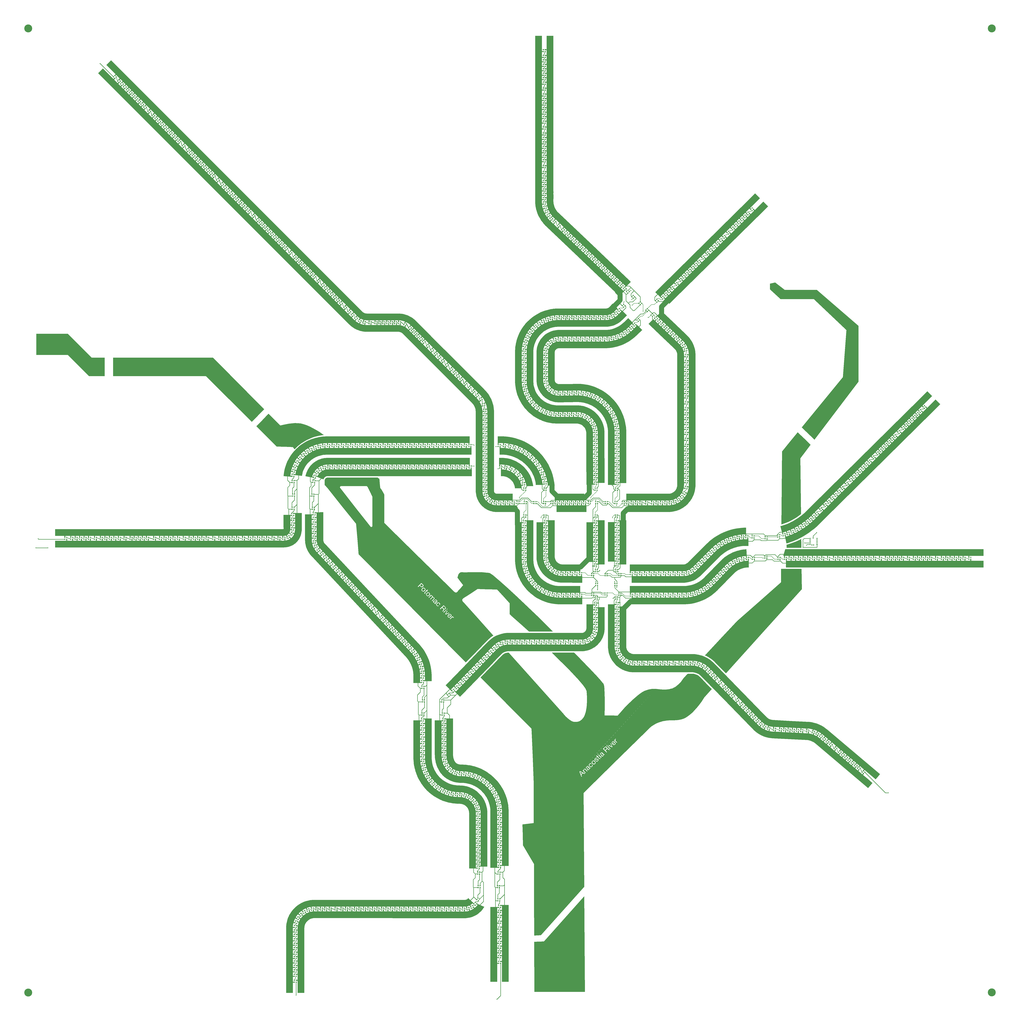
<source format=gbr>
G04 #@! TF.GenerationSoftware,KiCad,Pcbnew,(5.1.9)-1*
G04 #@! TF.CreationDate,2021-12-17T10:10:49-05:00*
G04 #@! TF.ProjectId,500x500-dc-metro-map-dev,35303078-3530-4302-9d64-632d6d657472,rev?*
G04 #@! TF.SameCoordinates,Original*
G04 #@! TF.FileFunction,Copper,L1,Top*
G04 #@! TF.FilePolarity,Positive*
%FSLAX46Y46*%
G04 Gerber Fmt 4.6, Leading zero omitted, Abs format (unit mm)*
G04 Created by KiCad (PCBNEW (5.1.9)-1) date 2021-12-17 10:10:49*
%MOMM*%
%LPD*%
G01*
G04 APERTURE LIST*
G04 #@! TA.AperFunction,EtchedComponent*
%ADD10C,0.100000*%
G04 #@! TD*
G04 #@! TA.AperFunction,SMDPad,CuDef*
%ADD11C,0.100000*%
G04 #@! TD*
G04 #@! TA.AperFunction,SMDPad,CuDef*
%ADD12R,0.400000X0.805000*%
G04 #@! TD*
G04 #@! TA.AperFunction,SMDPad,CuDef*
%ADD13R,0.805000X0.350000*%
G04 #@! TD*
G04 #@! TA.AperFunction,ComponentPad*
%ADD14C,4.000000*%
G04 #@! TD*
G04 #@! TA.AperFunction,ViaPad*
%ADD15C,0.399796*%
G04 #@! TD*
G04 #@! TA.AperFunction,Conductor*
%ADD16C,0.254000*%
G04 #@! TD*
G04 #@! TA.AperFunction,Conductor*
%ADD17C,0.203200*%
G04 #@! TD*
G04 #@! TA.AperFunction,Conductor*
%ADD18C,2.540000*%
G04 #@! TD*
G04 APERTURE END LIST*
D10*
G04 #@! TO.C,M1*
G36*
X107402400Y-291115000D02*
G01*
X108204700Y-291709000D01*
X108684500Y-291709000D01*
X108684600Y-292259000D01*
X108134600Y-292259000D01*
X108134500Y-291903000D01*
X107332300Y-291309000D01*
X106852500Y-291309000D01*
X106852400Y-290759000D01*
X107402400Y-290759000D01*
X107402400Y-291115000D01*
G37*
G36*
X390600500Y-183220000D02*
G01*
X390211500Y-183609000D01*
X389822500Y-183220000D01*
X390211500Y-182831000D01*
X390600500Y-183220000D01*
G37*
G36*
X379753500Y-190279000D02*
G01*
X380660500Y-190637000D01*
X381115500Y-190482000D01*
X381292500Y-191003000D01*
X380772500Y-191180000D01*
X380659500Y-190849000D01*
X379720500Y-190479000D01*
X379253500Y-190576000D01*
X379141500Y-190037000D01*
X379680500Y-189925000D01*
X379753500Y-190279000D01*
G37*
G36*
X381826500Y-189619000D02*
G01*
X382769500Y-189863000D01*
X383202500Y-189653000D01*
X383442500Y-190149000D01*
X382947500Y-190388000D01*
X382795500Y-190074000D01*
X381817500Y-189821000D01*
X381366500Y-189975000D01*
X381189500Y-189454000D01*
X381709500Y-189277000D01*
X381826500Y-189619000D01*
G37*
G36*
X373208500Y-190795000D02*
G01*
X374002500Y-191389000D01*
X374480500Y-191389000D01*
X374480500Y-191939000D01*
X373930500Y-191939000D01*
X373930500Y-191582000D01*
X373135500Y-190989000D01*
X372658500Y-190989000D01*
X372658500Y-190439000D01*
X373208500Y-190439000D01*
X373208500Y-190795000D01*
G37*
G36*
X375430500Y-190805000D02*
G01*
X376238500Y-191383000D01*
X376717500Y-191344000D01*
X376762500Y-191892000D01*
X376214500Y-191937000D01*
X376185500Y-191589000D01*
X375346500Y-190989000D01*
X374880500Y-190989000D01*
X374880500Y-190439000D01*
X375430500Y-190439000D01*
X375430500Y-190805000D01*
G37*
G36*
X370986500Y-190795000D02*
G01*
X371780500Y-191389000D01*
X372258500Y-191389000D01*
X372258500Y-191939000D01*
X371708500Y-191939000D01*
X371708500Y-191582000D01*
X370913500Y-190989000D01*
X370436500Y-190989000D01*
X370436500Y-190439000D01*
X370986500Y-190439000D01*
X370986500Y-190795000D01*
G37*
G36*
X368764500Y-190795000D02*
G01*
X369558500Y-191389000D01*
X370036500Y-191389000D01*
X370036500Y-191939000D01*
X369486500Y-191939000D01*
X369486500Y-191582000D01*
X368691500Y-190989000D01*
X368214500Y-190989000D01*
X368214500Y-190439000D01*
X368764500Y-190439000D01*
X368764500Y-190795000D01*
G37*
G36*
X366542500Y-190795000D02*
G01*
X367336500Y-191389000D01*
X367814500Y-191389000D01*
X367814500Y-191939000D01*
X367264500Y-191939000D01*
X367264500Y-191582000D01*
X366469500Y-190989000D01*
X365992500Y-190989000D01*
X365992500Y-190439000D01*
X366542500Y-190439000D01*
X366542500Y-190795000D01*
G37*
G36*
X364320500Y-190795000D02*
G01*
X365114500Y-191389000D01*
X365592500Y-191389000D01*
X365592500Y-191939000D01*
X365042500Y-191939000D01*
X365042500Y-191582000D01*
X364247500Y-190989000D01*
X363770500Y-190989000D01*
X363770500Y-190439000D01*
X364320500Y-190439000D01*
X364320500Y-190795000D01*
G37*
G36*
X362098500Y-190795000D02*
G01*
X362892500Y-191389000D01*
X363370500Y-191389000D01*
X363370500Y-191939000D01*
X362820500Y-191939000D01*
X362820500Y-191582000D01*
X362025500Y-190989000D01*
X361548500Y-190989000D01*
X361548500Y-190439000D01*
X362098500Y-190439000D01*
X362098500Y-190795000D01*
G37*
G36*
X359876500Y-190795000D02*
G01*
X360670500Y-191389000D01*
X361148500Y-191389000D01*
X361148500Y-191939000D01*
X360598500Y-191939000D01*
X360598500Y-191582000D01*
X359803500Y-190989000D01*
X359326500Y-190989000D01*
X359326500Y-190439000D01*
X359876500Y-190439000D01*
X359876500Y-190795000D01*
G37*
G36*
X357654500Y-190795000D02*
G01*
X358448500Y-191389000D01*
X358926500Y-191389000D01*
X358926500Y-191939000D01*
X358376500Y-191939000D01*
X358376500Y-191582000D01*
X357581500Y-190989000D01*
X357104500Y-190989000D01*
X357104500Y-190439000D01*
X357654500Y-190439000D01*
X357654500Y-190795000D01*
G37*
G36*
X355383500Y-190795000D02*
G01*
X356177500Y-191389000D01*
X356704500Y-191389000D01*
X356704500Y-191939000D01*
X356154500Y-191939000D01*
X356154500Y-191618000D01*
X355311500Y-190989000D01*
X354833500Y-190989000D01*
X354833500Y-190439000D01*
X355383500Y-190439000D01*
X355383500Y-190795000D01*
G37*
G36*
X353055500Y-190783000D02*
G01*
X353934500Y-191389000D01*
X354433500Y-191389000D01*
X354433500Y-191939000D01*
X353883500Y-191939000D01*
X353883500Y-191594000D01*
X353005500Y-190989000D01*
X352505500Y-190989000D01*
X352505500Y-190439000D01*
X353055500Y-190439000D01*
X353055500Y-190783000D01*
G37*
G36*
X350586500Y-190878000D02*
G01*
X351628500Y-191389000D01*
X352105500Y-191389000D01*
X352105500Y-191939000D01*
X351555500Y-191939000D01*
X351555500Y-191573000D01*
X350625500Y-191117000D01*
X350140500Y-191279000D01*
X349966500Y-190758000D01*
X350488500Y-190583000D01*
X350586500Y-190878000D01*
G37*
G36*
X346968500Y-194930000D02*
G01*
X346678500Y-195397000D01*
X346377500Y-195211000D01*
X345524500Y-195777000D01*
X345419500Y-196278000D01*
X344881500Y-196165000D01*
X344994500Y-195627000D01*
X345297500Y-195690000D01*
X346234500Y-195068000D01*
X346500500Y-194640000D01*
X346968500Y-194930000D01*
G37*
G36*
X346267500Y-196864000D02*
G01*
X346155500Y-197402000D01*
X345809500Y-197330000D01*
X345232500Y-198111000D01*
X345232500Y-198633000D01*
X344682500Y-198633000D01*
X344682500Y-198083000D01*
X345006500Y-198083000D01*
X345625500Y-197246000D01*
X345729500Y-196751000D01*
X346267500Y-196864000D01*
G37*
G36*
X346182500Y-199583000D02*
G01*
X345838500Y-199583000D01*
X345232500Y-200461000D01*
X345232500Y-200961000D01*
X344682500Y-200961000D01*
X344682500Y-200411000D01*
X345026500Y-200411000D01*
X345632500Y-199532000D01*
X345632500Y-199033000D01*
X346182500Y-199033000D01*
X346182500Y-199583000D01*
G37*
G36*
X346182500Y-201911000D02*
G01*
X345837500Y-201911000D01*
X345232500Y-202789000D01*
X345232500Y-203289000D01*
X344682500Y-203289000D01*
X344682500Y-202739000D01*
X345026500Y-202739000D01*
X345632500Y-201860000D01*
X345632500Y-201361000D01*
X346182500Y-201361000D01*
X346182500Y-201911000D01*
G37*
G36*
X346182500Y-204239000D02*
G01*
X345838500Y-204239000D01*
X345232500Y-205117000D01*
X345232500Y-205617000D01*
X344682500Y-205617000D01*
X344682500Y-205067000D01*
X345026500Y-205067000D01*
X345632500Y-204188000D01*
X345632500Y-203689000D01*
X346182500Y-203689000D01*
X346182500Y-204239000D01*
G37*
G36*
X346182500Y-206567000D02*
G01*
X345837500Y-206567000D01*
X345232500Y-207445000D01*
X345232500Y-207960000D01*
X344682500Y-207960000D01*
X344682500Y-207410000D01*
X345016500Y-207410000D01*
X345632500Y-206516000D01*
X345632500Y-206017000D01*
X346182500Y-206017000D01*
X346182500Y-206567000D01*
G37*
G36*
X346182500Y-208910000D02*
G01*
X345842500Y-208910000D01*
X345232500Y-209821000D01*
X345232500Y-210328000D01*
X344682500Y-210328000D01*
X344682500Y-209778000D01*
X345022500Y-209778000D01*
X345632500Y-208868000D01*
X345632500Y-208360000D01*
X346182500Y-208360000D01*
X346182500Y-208910000D01*
G37*
G36*
X346182500Y-211278000D02*
G01*
X345842500Y-211278000D01*
X345211500Y-212219000D01*
X345300500Y-212728000D01*
X344758500Y-212821000D01*
X344664500Y-212280000D01*
X344968500Y-212227000D01*
X345632500Y-211236000D01*
X345632500Y-210728000D01*
X346182500Y-210728000D01*
X346182500Y-211278000D01*
G37*
G36*
X347360500Y-215377000D02*
G01*
X347058500Y-215553000D01*
X347174500Y-216598000D01*
X347573500Y-216931000D01*
X347221500Y-217353000D01*
X346798500Y-217001000D01*
X346994500Y-216767000D01*
X346867500Y-215622000D01*
X346609500Y-215177000D01*
X347085500Y-214901000D01*
X347360500Y-215377000D01*
G37*
G36*
X346398500Y-213502000D02*
G01*
X346053500Y-213561000D01*
X345802500Y-214582000D01*
X346062500Y-215032000D01*
X345586500Y-215308000D01*
X345310500Y-214832000D01*
X345574500Y-214679000D01*
X345850500Y-213560000D01*
X345762500Y-213054000D01*
X346304500Y-212960000D01*
X346398500Y-213502000D01*
G37*
G36*
X348911500Y-216809000D02*
G01*
X348687500Y-217078000D01*
X349155500Y-218021000D01*
X349644500Y-218195000D01*
X349460500Y-218713000D01*
X348942500Y-218529000D01*
X349044500Y-218242000D01*
X348531500Y-217208000D01*
X348136500Y-216880000D01*
X348489500Y-216457000D01*
X348911500Y-216809000D01*
G37*
G36*
X350858500Y-217620000D02*
G01*
X350741500Y-217949000D01*
X351510500Y-218674000D01*
X352026500Y-218666000D01*
X352035500Y-219216000D01*
X351485500Y-219225000D01*
X351481500Y-218919000D01*
X350639500Y-218126000D01*
X350155500Y-217953000D01*
X350340500Y-217435000D01*
X350858500Y-217620000D01*
G37*
G36*
X362307500Y-217566000D02*
G01*
X362307500Y-217905000D01*
X363140500Y-218569000D01*
X363628500Y-218626000D01*
X363564500Y-219173000D01*
X363018500Y-219108000D01*
X363059500Y-218758000D01*
X362253500Y-218116000D01*
X361756500Y-218115000D01*
X361757500Y-217565000D01*
X362307500Y-217566000D01*
G37*
G36*
X359999500Y-217936000D02*
G01*
X360847500Y-218512000D01*
X361355500Y-218514000D01*
X361353500Y-219064000D01*
X360803500Y-219062000D01*
X360804500Y-218723000D01*
X359946500Y-218139000D01*
X359452500Y-218147000D01*
X359444500Y-217597000D01*
X359994500Y-217588000D01*
X359999500Y-217936000D01*
G37*
G36*
X364682500Y-217793000D02*
G01*
X364643500Y-218130000D01*
X365394500Y-218885000D01*
X365873500Y-218999000D01*
X365747500Y-219534000D01*
X365211500Y-219407000D01*
X365293500Y-219064000D01*
X364566500Y-218334000D01*
X364072500Y-218276000D01*
X364136500Y-217729000D01*
X364682500Y-217793000D01*
G37*
G36*
X367017500Y-218293000D02*
G01*
X366938500Y-218623000D01*
X367597500Y-219460000D01*
X368060500Y-219628000D01*
X367872500Y-220145000D01*
X367355500Y-219957000D01*
X367476500Y-219626000D01*
X366838500Y-218816000D01*
X366355500Y-218702000D01*
X366481500Y-218166000D01*
X367017500Y-218293000D01*
G37*
G36*
X369277500Y-219060000D02*
G01*
X369161500Y-219379000D01*
X369719500Y-220286000D01*
X370159500Y-220507000D01*
X369913500Y-220999000D01*
X369421500Y-220752000D01*
X369579500Y-220437000D01*
X369039500Y-219559000D01*
X368573500Y-219389000D01*
X368760500Y-218872000D01*
X369277500Y-219060000D01*
G37*
G36*
X371434500Y-220083000D02*
G01*
X371282500Y-220387000D01*
X371731500Y-221352000D01*
X372143500Y-221622000D01*
X371842500Y-222082000D01*
X371382500Y-221781000D01*
X371575500Y-221486000D01*
X371140500Y-220551000D01*
X370696500Y-220328000D01*
X370942500Y-219837000D01*
X371434500Y-220083000D01*
G37*
G36*
X373458500Y-221348000D02*
G01*
X373272500Y-221632000D01*
X373607500Y-222642000D01*
X373986500Y-222957000D01*
X373634500Y-223380000D01*
X373211500Y-223028000D01*
X373437500Y-222757000D01*
X373112500Y-221778000D01*
X372697500Y-221506000D01*
X372998500Y-221046000D01*
X373458500Y-221348000D01*
G37*
G36*
X375324500Y-222836000D02*
G01*
X375107500Y-223097000D01*
X375324500Y-224138000D01*
X375664500Y-224495000D01*
X375266500Y-224875000D01*
X374886500Y-224477000D01*
X375141500Y-224233000D01*
X374931500Y-223224000D01*
X374549500Y-222906000D01*
X374901500Y-222483000D01*
X375324500Y-222836000D01*
G37*
G36*
X377007500Y-224527000D02*
G01*
X376761500Y-224762000D01*
X376858500Y-225821000D01*
X377155500Y-226215000D01*
X376716500Y-226546000D01*
X376385500Y-226107000D01*
X376666500Y-225895000D01*
X376572500Y-224868000D01*
X376230500Y-224509000D01*
X376628500Y-224129000D01*
X377007500Y-224527000D01*
G37*
G36*
X378486500Y-226400000D02*
G01*
X378215500Y-226605000D01*
X378190500Y-227669000D01*
X378439500Y-228093000D01*
X377965500Y-228372000D01*
X377687500Y-227898000D01*
X377990500Y-227720000D01*
X378015500Y-226689000D01*
X377716500Y-226293000D01*
X378154500Y-225961000D01*
X378486500Y-226400000D01*
G37*
G36*
X379740500Y-228430000D02*
G01*
X379465500Y-228593000D01*
X379278500Y-229613000D01*
X379481500Y-230068000D01*
X378978500Y-230292000D01*
X378755500Y-229789000D01*
X379071500Y-229649000D01*
X379248500Y-228678000D01*
X378987500Y-228235000D01*
X379461500Y-227956000D01*
X379740500Y-228430000D01*
G37*
G36*
X380735500Y-230551000D02*
G01*
X380424500Y-230689000D01*
X380157500Y-231718000D01*
X380303500Y-232188000D01*
X379778500Y-232351000D01*
X379615500Y-231826000D01*
X379951500Y-231721000D01*
X380210500Y-230725000D01*
X380009500Y-230271000D01*
X380511500Y-230048000D01*
X380735500Y-230551000D01*
G37*
G36*
X381493500Y-232812000D02*
G01*
X381168500Y-232913000D01*
X380784500Y-233904000D01*
X380875500Y-234388000D01*
X380334500Y-234490000D01*
X380233500Y-233949000D01*
X380579500Y-233884000D01*
X380952500Y-232924000D01*
X380804500Y-232451000D01*
X381329500Y-232287000D01*
X381493500Y-232812000D01*
G37*
G36*
X381984500Y-235147000D02*
G01*
X381649500Y-235210000D01*
X381153500Y-236150000D01*
X381187500Y-236641000D01*
X380638500Y-236679000D01*
X380600500Y-236131000D01*
X380952500Y-236106000D01*
X381433500Y-235195000D01*
X381342500Y-234708000D01*
X381882500Y-234606000D01*
X381984500Y-235147000D01*
G37*
G36*
X382200500Y-239873000D02*
G01*
X381852500Y-239873000D01*
X381250500Y-240728000D01*
X381250500Y-241221000D01*
X380700500Y-241221000D01*
X380700500Y-240671000D01*
X381048500Y-240671000D01*
X381650500Y-239816000D01*
X381650500Y-239323000D01*
X382200500Y-239323000D01*
X382200500Y-239873000D01*
G37*
G36*
X382201500Y-237522000D02*
G01*
X381862500Y-237546000D01*
X381250500Y-238438000D01*
X381250500Y-238923000D01*
X380700500Y-238923000D01*
X380700500Y-238373000D01*
X381055500Y-238373000D01*
X381649500Y-237506000D01*
X381614500Y-237012000D01*
X382163500Y-236973000D01*
X382201500Y-237522000D01*
G37*
G36*
X382200500Y-242171000D02*
G01*
X381852500Y-242171000D01*
X381250500Y-243026000D01*
X381250500Y-243519000D01*
X380700500Y-243519000D01*
X380700500Y-242969000D01*
X381048500Y-242969000D01*
X381650500Y-242114000D01*
X381650500Y-241621000D01*
X382200500Y-241621000D01*
X382200500Y-242171000D01*
G37*
G36*
X382200500Y-244469000D02*
G01*
X381852500Y-244469000D01*
X381250500Y-245324000D01*
X381250500Y-245817000D01*
X380700500Y-245817000D01*
X380700500Y-245267000D01*
X381048500Y-245267000D01*
X381650500Y-244412000D01*
X381650500Y-243919000D01*
X382200500Y-243919000D01*
X382200500Y-244469000D01*
G37*
G36*
X382200500Y-246767000D02*
G01*
X381852500Y-246767000D01*
X381250500Y-247622000D01*
X381250500Y-248115000D01*
X380700500Y-248115000D01*
X380700500Y-247565000D01*
X381048500Y-247565000D01*
X381650500Y-246710000D01*
X381650500Y-246217000D01*
X382200500Y-246217000D01*
X382200500Y-246767000D01*
G37*
G36*
X382200500Y-249065000D02*
G01*
X381852500Y-249065000D01*
X381250500Y-249920000D01*
X381250500Y-250413000D01*
X380700500Y-250413000D01*
X380700500Y-249863000D01*
X381048500Y-249863000D01*
X381650500Y-249008000D01*
X381650500Y-248515000D01*
X382200500Y-248515000D01*
X382200500Y-249065000D01*
G37*
G36*
X382200500Y-251363000D02*
G01*
X381852500Y-251363000D01*
X381250500Y-252218000D01*
X381250500Y-252711000D01*
X380700500Y-252711000D01*
X380700500Y-252161000D01*
X381048500Y-252161000D01*
X381650500Y-251306000D01*
X381650500Y-250813000D01*
X382200500Y-250813000D01*
X382200500Y-251363000D01*
G37*
G36*
X382200500Y-253661000D02*
G01*
X381754500Y-253661000D01*
X381250500Y-254376000D01*
X381250500Y-254785000D01*
X380700500Y-254785000D01*
X380700500Y-254235000D01*
X381107500Y-254235000D01*
X381650500Y-253465000D01*
X381650500Y-253111000D01*
X382200500Y-253111000D01*
X382200500Y-253661000D01*
G37*
G36*
X382200500Y-255735000D02*
G01*
X381843500Y-255735000D01*
X381250500Y-256529000D01*
X381250500Y-257006000D01*
X380700500Y-257006000D01*
X380700500Y-256456000D01*
X381057500Y-256456000D01*
X381650500Y-255663000D01*
X381650500Y-255185000D01*
X382200500Y-255185000D01*
X382200500Y-255735000D01*
G37*
G36*
X382200500Y-257956000D02*
G01*
X381843500Y-257956000D01*
X381250500Y-258750000D01*
X381250500Y-259227000D01*
X380700500Y-259227000D01*
X380700500Y-258677000D01*
X381057500Y-258677000D01*
X381650500Y-257884000D01*
X381650500Y-257406000D01*
X382200500Y-257406000D01*
X382200500Y-257956000D01*
G37*
G36*
X382200500Y-260177000D02*
G01*
X381843500Y-260177000D01*
X381250500Y-260971000D01*
X381250500Y-261448000D01*
X380700500Y-261448000D01*
X380700500Y-260898000D01*
X381057500Y-260898000D01*
X381650500Y-260105000D01*
X381650500Y-259627000D01*
X382200500Y-259627000D01*
X382200500Y-260177000D01*
G37*
G36*
X382200500Y-262398000D02*
G01*
X381843500Y-262398000D01*
X381250500Y-263192000D01*
X381250500Y-263669000D01*
X380700500Y-263669000D01*
X380700500Y-263119000D01*
X381057500Y-263119000D01*
X381650500Y-262326000D01*
X381650500Y-261848000D01*
X382200500Y-261848000D01*
X382200500Y-262398000D01*
G37*
G36*
X382200500Y-264619000D02*
G01*
X381650500Y-264619000D01*
X381650500Y-264069000D01*
X382200500Y-264069000D01*
X382200500Y-264619000D01*
G37*
G36*
X382200500Y-283906000D02*
G01*
X381865500Y-283906000D01*
X381250500Y-284854000D01*
X381250500Y-285371000D01*
X380700500Y-285371000D01*
X380700500Y-284821000D01*
X381035500Y-284821000D01*
X381650500Y-283873000D01*
X381650500Y-283356000D01*
X382200500Y-283356000D01*
X382200500Y-283906000D01*
G37*
G36*
X381250500Y-282956000D02*
G01*
X380700500Y-282956000D01*
X380700500Y-282406000D01*
X381250500Y-282406000D01*
X381250500Y-282956000D01*
G37*
G36*
X382200500Y-286321000D02*
G01*
X381865500Y-286321000D01*
X381250500Y-287269000D01*
X381250500Y-287786000D01*
X380700500Y-287786000D01*
X380700500Y-287236000D01*
X381035500Y-287236000D01*
X381650500Y-286288000D01*
X381650500Y-285771000D01*
X382200500Y-285771000D01*
X382200500Y-286321000D01*
G37*
G36*
X382200500Y-288736000D02*
G01*
X381865500Y-288736000D01*
X381250500Y-289684000D01*
X381250500Y-290201000D01*
X380700500Y-290201000D01*
X380700500Y-289651000D01*
X381035500Y-289651000D01*
X381650500Y-288703000D01*
X381650500Y-288186000D01*
X382200500Y-288186000D01*
X382200500Y-288736000D01*
G37*
G36*
X382200500Y-291151000D02*
G01*
X381865500Y-291151000D01*
X381250500Y-292099000D01*
X381250500Y-292616000D01*
X380700500Y-292616000D01*
X380700500Y-292066000D01*
X381035500Y-292066000D01*
X381650500Y-291118000D01*
X381650500Y-290601000D01*
X382200500Y-290601000D01*
X382200500Y-291151000D01*
G37*
G36*
X382200500Y-293566000D02*
G01*
X381865500Y-293566000D01*
X381250500Y-294514000D01*
X381250500Y-295031000D01*
X380700500Y-295031000D01*
X380700500Y-294481000D01*
X381035500Y-294481000D01*
X381650500Y-293533000D01*
X381650500Y-293016000D01*
X382200500Y-293016000D01*
X382200500Y-293566000D01*
G37*
G36*
X382200500Y-295981000D02*
G01*
X381865500Y-295981000D01*
X381250500Y-296929000D01*
X381250500Y-297446000D01*
X380700500Y-297446000D01*
X380700500Y-296896000D01*
X381035500Y-296896000D01*
X381650500Y-295948000D01*
X381650500Y-295431000D01*
X382200500Y-295431000D01*
X382200500Y-295981000D01*
G37*
G36*
X382200500Y-298396000D02*
G01*
X381865500Y-298396000D01*
X381250500Y-299344000D01*
X381250500Y-299861000D01*
X380700500Y-299861000D01*
X380700500Y-299311000D01*
X381035500Y-299311000D01*
X381650500Y-298363000D01*
X381650500Y-297846000D01*
X382200500Y-297846000D01*
X382200500Y-298396000D01*
G37*
G36*
X382200500Y-300811000D02*
G01*
X381865500Y-300811000D01*
X381250500Y-301759000D01*
X381250500Y-302276000D01*
X380700500Y-302276000D01*
X380700500Y-301726000D01*
X381035500Y-301726000D01*
X381650500Y-300778000D01*
X381650500Y-300261000D01*
X382200500Y-300261000D01*
X382200500Y-300811000D01*
G37*
G36*
X382200500Y-303226000D02*
G01*
X381865500Y-303226000D01*
X381250500Y-304174000D01*
X381250500Y-304691000D01*
X380700500Y-304691000D01*
X380700500Y-304141000D01*
X381035500Y-304141000D01*
X381650500Y-303193000D01*
X381650500Y-302676000D01*
X382200500Y-302676000D01*
X382200500Y-303226000D01*
G37*
G36*
X382200500Y-305641000D02*
G01*
X381650500Y-305641000D01*
X381650500Y-305091000D01*
X382200500Y-305091000D01*
X382200500Y-305641000D01*
G37*
G36*
X381250500Y-305641000D02*
G01*
X380700500Y-305641000D01*
X380700500Y-305586000D01*
X379775500Y-305586000D01*
X379775500Y-305146000D01*
X380700500Y-305146000D01*
X380700500Y-305091000D01*
X381250500Y-305091000D01*
X381250500Y-305641000D01*
G37*
G36*
X382200500Y-325105000D02*
G01*
X381854500Y-325105000D01*
X381250500Y-325975000D01*
X381250500Y-326472000D01*
X380700500Y-326472000D01*
X380700500Y-325922000D01*
X381046500Y-325922000D01*
X381650500Y-325052000D01*
X381650500Y-324555000D01*
X382200500Y-324555000D01*
X382200500Y-325105000D01*
G37*
G36*
X382200500Y-323660000D02*
G01*
X383125500Y-323660000D01*
X383125500Y-324100000D01*
X382200500Y-324100000D01*
X382200500Y-324155000D01*
X381650500Y-324155000D01*
X381650500Y-323605000D01*
X382200500Y-323605000D01*
X382200500Y-323660000D01*
G37*
G36*
X381250500Y-324155000D02*
G01*
X380700500Y-324155000D01*
X380700500Y-323605000D01*
X381250500Y-323605000D01*
X381250500Y-324155000D01*
G37*
G36*
X382200500Y-327422000D02*
G01*
X381854500Y-327422000D01*
X381250500Y-328292000D01*
X381250500Y-328789000D01*
X380700500Y-328789000D01*
X380700500Y-328239000D01*
X381045500Y-328239000D01*
X381650500Y-327369000D01*
X381650500Y-326872000D01*
X382200500Y-326872000D01*
X382200500Y-327422000D01*
G37*
G36*
X382200500Y-329739000D02*
G01*
X381854500Y-329739000D01*
X381250500Y-330609000D01*
X381250500Y-331106000D01*
X380700500Y-331106000D01*
X380700500Y-330556000D01*
X381046500Y-330556000D01*
X381650500Y-329687000D01*
X381650500Y-329189000D01*
X382200500Y-329189000D01*
X382200500Y-329739000D01*
G37*
G36*
X382200500Y-332056000D02*
G01*
X381854500Y-332056000D01*
X381250500Y-332926000D01*
X381250500Y-333423000D01*
X380700500Y-333423000D01*
X380700500Y-332873000D01*
X381046500Y-332873000D01*
X381650500Y-332004000D01*
X381650500Y-331506000D01*
X382200500Y-331506000D01*
X382200500Y-332056000D01*
G37*
G36*
X382200500Y-334373000D02*
G01*
X381854500Y-334373000D01*
X381250500Y-335243000D01*
X381250500Y-335740000D01*
X380700500Y-335740000D01*
X380700500Y-335190000D01*
X381045500Y-335190000D01*
X381650500Y-334320000D01*
X381650500Y-333823000D01*
X382200500Y-333823000D01*
X382200500Y-334373000D01*
G37*
G36*
X382200500Y-336690000D02*
G01*
X381854500Y-336690000D01*
X381250500Y-337560000D01*
X381250500Y-338057000D01*
X380700500Y-338057000D01*
X380700500Y-337507000D01*
X381045500Y-337507000D01*
X381650500Y-336638000D01*
X381650500Y-336140000D01*
X382200500Y-336140000D01*
X382200500Y-336690000D01*
G37*
G36*
X382200500Y-339007000D02*
G01*
X381854500Y-339007000D01*
X381250500Y-339877000D01*
X381250500Y-340374000D01*
X380700500Y-340374000D01*
X380700500Y-339824000D01*
X381045500Y-339824000D01*
X381650500Y-338955000D01*
X381650500Y-338457000D01*
X382200500Y-338457000D01*
X382200500Y-339007000D01*
G37*
G36*
X382200500Y-341324000D02*
G01*
X381854500Y-341324000D01*
X381250500Y-342194000D01*
X381250500Y-342691000D01*
X380700500Y-342691000D01*
X380700500Y-342141000D01*
X381045500Y-342141000D01*
X381650500Y-341272000D01*
X381650500Y-340774000D01*
X382200500Y-340774000D01*
X382200500Y-341324000D01*
G37*
G36*
X382200500Y-343641000D02*
G01*
X381854500Y-343641000D01*
X381250500Y-344511000D01*
X381250500Y-345008000D01*
X380700500Y-345008000D01*
X380700500Y-344458000D01*
X381045500Y-344458000D01*
X381650500Y-343589000D01*
X381650500Y-343091000D01*
X382200500Y-343091000D01*
X382200500Y-343641000D01*
G37*
G36*
X382200500Y-345958000D02*
G01*
X381831500Y-345958000D01*
X381276500Y-346861000D01*
X381373500Y-347357000D01*
X380833500Y-347462000D01*
X380728500Y-346922000D01*
X381044500Y-346861000D01*
X381650500Y-345875000D01*
X381650500Y-345408000D01*
X382200500Y-345408000D01*
X382200500Y-345958000D01*
G37*
G36*
X382487500Y-348108000D02*
G01*
X382139500Y-348176000D01*
X381858500Y-349161000D01*
X382086500Y-349612000D01*
X381594500Y-349859000D01*
X381347500Y-349368000D01*
X381635500Y-349224000D01*
X381937500Y-348163000D01*
X381842500Y-347673000D01*
X382382500Y-347568000D01*
X382487500Y-348108000D01*
G37*
G36*
X384722500Y-351654000D02*
G01*
X384461500Y-351893000D01*
X384730500Y-352881000D01*
X385158500Y-353151000D01*
X384865500Y-353616000D01*
X384399500Y-353323000D01*
X384571500Y-353050000D01*
X384281500Y-351987000D01*
X383946500Y-351618000D01*
X384352500Y-351248000D01*
X384722500Y-351654000D01*
G37*
G36*
X383361500Y-350034000D02*
G01*
X383045500Y-350193000D01*
X383040500Y-351217000D01*
X383381500Y-351591000D01*
X382974500Y-351961000D01*
X382604500Y-351554000D01*
X382842500Y-351337000D01*
X382847500Y-350235000D01*
X382623500Y-349790000D01*
X383114500Y-349542000D01*
X383361500Y-350034000D01*
G37*
G36*
X386468500Y-352853000D02*
G01*
X386279500Y-353152000D01*
X386804500Y-354032000D01*
X387289500Y-354176000D01*
X387132500Y-354703000D01*
X386605500Y-354547000D01*
X386697500Y-354238000D01*
X386131500Y-353291000D01*
X385709500Y-353025000D01*
X386002500Y-352560000D01*
X386468500Y-352853000D01*
G37*
G36*
X388470500Y-353535000D02*
G01*
X388369500Y-353874000D01*
X389112500Y-354579000D01*
X389618500Y-354587000D01*
X389609500Y-355137000D01*
X389059500Y-355128000D01*
X389064500Y-354806000D01*
X388265500Y-354048000D01*
X387786500Y-353906000D01*
X387943500Y-353379000D01*
X388470500Y-353535000D01*
G37*
G36*
X390583500Y-353653000D02*
G01*
X390577500Y-353991000D01*
X391441500Y-354591000D01*
X391938500Y-354590000D01*
X391938500Y-355140000D01*
X391388500Y-355141000D01*
X391388500Y-354795000D01*
X390533500Y-354202000D01*
X390024500Y-354193000D01*
X390033500Y-353644000D01*
X390583500Y-353653000D01*
G37*
G36*
X420939500Y-353737000D02*
G01*
X420910500Y-354065000D01*
X421669500Y-354846000D01*
X422144500Y-354990000D01*
X421984500Y-355516000D01*
X421458500Y-355356000D01*
X421561500Y-355018000D01*
X420844500Y-354281000D01*
X420344500Y-354238000D01*
X420391500Y-353690000D01*
X420939500Y-353737000D01*
G37*
G36*
X418566500Y-353976000D02*
G01*
X419402500Y-354559000D01*
X419911500Y-354602000D01*
X419864500Y-355150000D01*
X419316500Y-355104000D01*
X419345500Y-354761000D01*
X418513500Y-354180000D01*
X418016500Y-354181000D01*
X418016500Y-353630000D01*
X418566500Y-353630000D01*
X418566500Y-353976000D01*
G37*
G36*
X423329500Y-354357000D02*
G01*
X423233500Y-354673000D01*
X423813500Y-355594000D01*
X424247500Y-355833000D01*
X423981500Y-356315000D01*
X423500500Y-356049000D01*
X423671500Y-355739000D01*
X423123500Y-354869000D01*
X422643500Y-354723000D01*
X422803500Y-354197000D01*
X423329500Y-354357000D01*
G37*
G36*
X425538500Y-355461000D02*
G01*
X425379500Y-355750000D01*
X425754500Y-356771000D01*
X426129500Y-357097000D01*
X425769500Y-357512000D01*
X425353500Y-357152000D01*
X425585500Y-356885000D01*
X425230500Y-355920000D01*
X424791500Y-355677000D01*
X425057500Y-355195000D01*
X425538500Y-355461000D01*
G37*
G36*
X427469500Y-357001000D02*
G01*
X427243500Y-357262000D01*
X427423500Y-358345000D01*
X427770500Y-358700000D01*
X427377500Y-359084000D01*
X426992500Y-358691000D01*
X427240500Y-358449000D01*
X427062500Y-357376000D01*
X426693500Y-357056000D01*
X427054500Y-356641000D01*
X427469500Y-357001000D01*
G37*
G36*
X429114500Y-358716000D02*
G01*
X428866500Y-358958000D01*
X429039500Y-359999000D01*
X429386500Y-360354000D01*
X428992500Y-360738000D01*
X428608500Y-360345000D01*
X428855500Y-360103000D01*
X428683500Y-359062000D01*
X428336500Y-358707000D01*
X428729500Y-358322000D01*
X429114500Y-358716000D01*
G37*
G36*
X430729500Y-360370000D02*
G01*
X430481500Y-360612000D01*
X430654500Y-361653000D01*
X431001500Y-362008000D01*
X430608500Y-362392000D01*
X430223500Y-361999000D01*
X430471500Y-361757000D01*
X430298500Y-360716000D01*
X429951500Y-360361000D01*
X430345500Y-359976000D01*
X430729500Y-360370000D01*
G37*
G36*
X432345500Y-362024000D02*
G01*
X432082500Y-362280000D01*
X432805500Y-363855000D01*
X433038500Y-364093000D01*
X432644500Y-364477000D01*
X432260500Y-364084000D01*
X432538500Y-363813000D01*
X431842500Y-362297000D01*
X431567500Y-362015000D01*
X431960500Y-361630000D01*
X432345500Y-362024000D01*
G37*
G36*
X416898500Y-197083000D02*
G01*
X416563500Y-197185000D01*
X416164500Y-198910000D01*
X416164500Y-199391000D01*
X415614500Y-199391000D01*
X415614500Y-198841000D01*
X415924500Y-198841000D01*
X416327500Y-197097000D01*
X416211500Y-196717000D01*
X416737500Y-196556000D01*
X416898500Y-197083000D01*
G37*
G36*
X417114500Y-239446000D02*
G01*
X416805500Y-239446000D01*
X416164500Y-240983000D01*
X416164500Y-241477000D01*
X415614500Y-241477000D01*
X415614500Y-240927000D01*
X415917500Y-240927000D01*
X416564500Y-239378000D01*
X416564500Y-238896000D01*
X417114500Y-238896000D01*
X417114500Y-239446000D01*
G37*
G36*
X394193500Y-273224000D02*
G01*
X395592500Y-273908000D01*
X395592500Y-273870000D01*
X396142500Y-273870000D01*
X396142500Y-274420000D01*
X395592500Y-274420000D01*
X395592500Y-274186000D01*
X394129500Y-273470000D01*
X393643500Y-273470000D01*
X393643500Y-272920000D01*
X394193500Y-272920000D01*
X394193500Y-273224000D01*
G37*
G36*
X294739500Y-202145000D02*
G01*
X294568500Y-202315000D01*
X295053500Y-203803000D01*
X295434500Y-204184000D01*
X295045500Y-204573000D01*
X294656500Y-204184000D01*
X294828500Y-204012000D01*
X294346500Y-202530000D01*
X293961500Y-202145000D01*
X294350500Y-201756000D01*
X294739500Y-202145000D01*
G37*
G36*
X398126500Y-353994000D02*
G01*
X399654500Y-354589000D01*
X399654500Y-354588000D01*
X400204500Y-354587000D01*
X400205500Y-355137000D01*
X399655500Y-355138000D01*
X399654500Y-354831000D01*
X398004500Y-354188000D01*
X397576500Y-354188000D01*
X397576500Y-353638000D01*
X398126500Y-353638000D01*
X398126500Y-353994000D01*
G37*
G36*
X382916500Y-175887000D02*
G01*
X382527500Y-176276000D01*
X382138500Y-175887000D01*
X382527500Y-175498000D01*
X382916500Y-175887000D01*
G37*
G36*
X375590500Y-180006000D02*
G01*
X376430500Y-180590000D01*
X376915500Y-180499000D01*
X377016500Y-181039000D01*
X376475500Y-181141000D01*
X376415500Y-180820000D01*
X375503500Y-180187000D01*
X375040500Y-180187000D01*
X375040500Y-179637000D01*
X375590500Y-179637000D01*
X375590500Y-180006000D01*
G37*
G36*
X373348500Y-179992000D02*
G01*
X374156500Y-180587000D01*
X374640500Y-180587000D01*
X374640500Y-181137000D01*
X374090500Y-181137000D01*
X374090500Y-180783000D01*
X373278500Y-180187000D01*
X372798500Y-180187000D01*
X372798500Y-179637000D01*
X373348500Y-179637000D01*
X373348500Y-179992000D01*
G37*
G36*
X371106500Y-179992000D02*
G01*
X371915500Y-180587000D01*
X372398500Y-180587000D01*
X372398500Y-181137000D01*
X371848500Y-181137000D01*
X371848500Y-180783000D01*
X371036500Y-180187000D01*
X370556500Y-180187000D01*
X370556500Y-179637000D01*
X371106500Y-179637000D01*
X371106500Y-179992000D01*
G37*
G36*
X368864500Y-179992000D02*
G01*
X369673500Y-180587000D01*
X370156500Y-180587000D01*
X370156500Y-181137000D01*
X369606500Y-181137000D01*
X369606500Y-180783000D01*
X368795500Y-180187000D01*
X368314500Y-180187000D01*
X368314500Y-179637000D01*
X368864500Y-179637000D01*
X368864500Y-179992000D01*
G37*
G36*
X366622500Y-179991000D02*
G01*
X367432500Y-180587000D01*
X367914500Y-180587000D01*
X367914500Y-181137000D01*
X367364500Y-181137000D01*
X367364500Y-180782000D01*
X366553500Y-180187000D01*
X366072500Y-180187000D01*
X366072500Y-179637000D01*
X366622500Y-179637000D01*
X366622500Y-179991000D01*
G37*
G36*
X364380500Y-179991000D02*
G01*
X365190500Y-180587000D01*
X365672500Y-180587000D01*
X365672500Y-181137000D01*
X365122500Y-181137000D01*
X365122500Y-180782000D01*
X364311500Y-180187000D01*
X363830500Y-180187000D01*
X363830500Y-179637000D01*
X364380500Y-179637000D01*
X364380500Y-179991000D01*
G37*
G36*
X362138500Y-179991000D02*
G01*
X362947500Y-180587000D01*
X363430500Y-180587000D01*
X363430500Y-181137000D01*
X362880500Y-181137000D01*
X362880500Y-180783000D01*
X362069500Y-180187000D01*
X361588500Y-180187000D01*
X361588500Y-179637000D01*
X362138500Y-179637000D01*
X362138500Y-179991000D01*
G37*
G36*
X359896500Y-179991000D02*
G01*
X360706500Y-180587000D01*
X361188500Y-180587000D01*
X361188500Y-181137000D01*
X360638500Y-181137000D01*
X360638500Y-180782000D01*
X359827500Y-180187000D01*
X359346500Y-180187000D01*
X359346500Y-179637000D01*
X359896500Y-179637000D01*
X359896500Y-179991000D01*
G37*
G36*
X357654500Y-179991000D02*
G01*
X358464500Y-180587000D01*
X358946500Y-180587000D01*
X358946500Y-181137000D01*
X358396500Y-181137000D01*
X358396500Y-180782000D01*
X357585500Y-180187000D01*
X357104500Y-180187000D01*
X357104500Y-179637000D01*
X357654500Y-179637000D01*
X357654500Y-179991000D01*
G37*
G36*
X355824500Y-179970000D02*
G01*
X356332500Y-180587000D01*
X356704500Y-180587000D01*
X356704500Y-181137000D01*
X356154500Y-181137000D01*
X356154500Y-180681000D01*
X355746500Y-180187000D01*
X355274500Y-180187000D01*
X355274500Y-179637000D01*
X355824500Y-179637000D01*
X355824500Y-179970000D01*
G37*
G36*
X351268500Y-179978000D02*
G01*
X352136500Y-180587000D01*
X352613500Y-180587000D01*
X352613500Y-181137000D01*
X352063500Y-181137000D01*
X352063500Y-180777000D01*
X351223500Y-180188000D01*
X350736500Y-180227000D01*
X350693500Y-179679000D01*
X351241500Y-179635000D01*
X351268500Y-179978000D01*
G37*
G36*
X353563500Y-179989000D02*
G01*
X354388500Y-180587000D01*
X354874500Y-180587000D01*
X354874500Y-181137000D01*
X354324500Y-181137000D01*
X354324500Y-180785000D01*
X353498500Y-180187000D01*
X353013500Y-180187000D01*
X353013500Y-179637000D01*
X353563500Y-179637000D01*
X353563500Y-179989000D01*
G37*
G36*
X344552500Y-181577000D02*
G01*
X345565500Y-181803000D01*
X346022500Y-181640000D01*
X346207500Y-182158000D01*
X345689500Y-182343000D01*
X345569500Y-182007000D01*
X344591500Y-181789000D01*
X344156500Y-182012000D01*
X343906500Y-181522000D01*
X344395500Y-181271000D01*
X344552500Y-181577000D01*
G37*
G36*
X346714500Y-180750000D02*
G01*
X347689500Y-181107000D01*
X348163500Y-181006000D01*
X348278500Y-181544000D01*
X347741500Y-181659000D01*
X347666500Y-181309000D01*
X346726500Y-180965000D01*
X346265500Y-181129000D01*
X346080500Y-180611000D01*
X346599500Y-180427000D01*
X346714500Y-180750000D01*
G37*
G36*
X336137500Y-192761000D02*
G01*
X335967500Y-193284000D01*
X335628500Y-193174000D01*
X334859500Y-193815000D01*
X334770500Y-194296000D01*
X334229500Y-194196000D01*
X334329500Y-193655000D01*
X334667500Y-193718000D01*
X335464500Y-193052000D01*
X335614500Y-192591000D01*
X336137500Y-192761000D01*
G37*
G36*
X335631500Y-194862000D02*
G01*
X335531500Y-195403000D01*
X335180500Y-195338000D01*
X334502500Y-196075000D01*
X334476500Y-196563000D01*
X333927500Y-196534000D01*
X333956500Y-195985000D01*
X334299500Y-196003000D01*
X335002500Y-195239000D01*
X335090500Y-194762000D01*
X335631500Y-194862000D01*
G37*
G36*
X335404500Y-197012000D02*
G01*
X335375500Y-197561000D01*
X335025500Y-197543000D01*
X334441500Y-198348000D01*
X334441500Y-198834000D01*
X333891500Y-198834000D01*
X333891500Y-198284000D01*
X334243500Y-198284000D01*
X334829500Y-197476000D01*
X334855500Y-196983000D01*
X335404500Y-197012000D01*
G37*
G36*
X335391500Y-199784000D02*
G01*
X335039500Y-199784000D01*
X334441500Y-200609000D01*
X334441500Y-201095000D01*
X333891500Y-201095000D01*
X333891500Y-200545000D01*
X334243500Y-200545000D01*
X334841500Y-199720000D01*
X334841500Y-199234000D01*
X335391500Y-199234000D01*
X335391500Y-199784000D01*
G37*
G36*
X335391500Y-202045000D02*
G01*
X335039500Y-202045000D01*
X334441500Y-202870000D01*
X334441500Y-203356000D01*
X333891500Y-203356000D01*
X333891500Y-202806000D01*
X334243500Y-202806000D01*
X334841500Y-201981000D01*
X334841500Y-201495000D01*
X335391500Y-201495000D01*
X335391500Y-202045000D01*
G37*
G36*
X335391500Y-204306000D02*
G01*
X335039500Y-204306000D01*
X334441500Y-205131000D01*
X334441500Y-205617000D01*
X333891500Y-205617000D01*
X333891500Y-205067000D01*
X334243500Y-205067000D01*
X334841500Y-204242000D01*
X334841500Y-203756000D01*
X335391500Y-203756000D01*
X335391500Y-204306000D01*
G37*
G36*
X335391500Y-206567000D02*
G01*
X334913500Y-206567000D01*
X334441500Y-207220000D01*
X334441500Y-207707000D01*
X333891500Y-207707000D01*
X333891500Y-207157000D01*
X334243500Y-207157000D01*
X334841500Y-206328000D01*
X334841500Y-206017000D01*
X335391500Y-206017000D01*
X335391500Y-206567000D01*
G37*
G36*
X335391500Y-210923000D02*
G01*
X335040500Y-210923000D01*
X334435500Y-211761000D01*
X334440500Y-212241000D01*
X333890500Y-212247000D01*
X333884500Y-211697000D01*
X334240500Y-211693000D01*
X334841500Y-210860000D01*
X334841500Y-210373000D01*
X335391500Y-210373000D01*
X335391500Y-210923000D01*
G37*
G36*
X335391500Y-208657000D02*
G01*
X335040500Y-208657000D01*
X334441500Y-209486000D01*
X334441500Y-209973000D01*
X333891500Y-209973000D01*
X333891500Y-209423000D01*
X334243500Y-209423000D01*
X334841500Y-208594000D01*
X334841500Y-208107000D01*
X335391500Y-208107000D01*
X335391500Y-208657000D01*
G37*
G36*
X335401500Y-213181000D02*
G01*
X335044500Y-213185000D01*
X334520500Y-214043000D01*
X334590500Y-214528000D01*
X334046500Y-214606000D01*
X333967500Y-214062000D01*
X334307500Y-214013000D01*
X334850500Y-213124000D01*
X334845500Y-212637000D01*
X335395500Y-212631000D01*
X335401500Y-213181000D01*
G37*
G36*
X335667500Y-215331000D02*
G01*
X335314500Y-215383000D01*
X334910500Y-216303000D01*
X335044500Y-216773000D01*
X334516500Y-216925000D01*
X334364500Y-216396000D01*
X334694500Y-216302000D01*
X335113500Y-215347000D01*
X335044500Y-214866000D01*
X335588500Y-214787000D01*
X335667500Y-215331000D01*
G37*
G36*
X336219500Y-217425000D02*
G01*
X335877500Y-217523000D01*
X335600500Y-218489000D01*
X335797500Y-218938000D01*
X335293500Y-219159000D01*
X335072500Y-218655000D01*
X335386500Y-218518000D01*
X335673500Y-217515000D01*
X335539500Y-217048000D01*
X336068500Y-216897000D01*
X336219500Y-217425000D01*
G37*
G36*
X337049500Y-219426000D02*
G01*
X336722500Y-219569000D01*
X336578500Y-220563000D01*
X336833500Y-220981000D01*
X336364500Y-221268000D01*
X336077500Y-220799000D01*
X336370500Y-220620000D01*
X336519500Y-219588000D01*
X336324500Y-219143000D01*
X336827500Y-218922000D01*
X337049500Y-219426000D01*
G37*
G36*
X338139500Y-221297000D02*
G01*
X337835500Y-221483000D01*
X337825500Y-222487000D01*
X338134500Y-222868000D01*
X337707500Y-223214000D01*
X337360500Y-222788000D01*
X337626500Y-222572000D01*
X337636500Y-221529000D01*
X337383500Y-221114000D01*
X337853500Y-220828000D01*
X338139500Y-221297000D01*
G37*
G36*
X339470500Y-223006000D02*
G01*
X339193500Y-223231000D01*
X339317500Y-224228000D01*
X339674500Y-224564000D01*
X339297500Y-224965000D01*
X338896500Y-224587000D01*
X339131500Y-224338000D01*
X339003500Y-223303000D01*
X338696500Y-222926000D01*
X339123500Y-222579000D01*
X339470500Y-223006000D01*
G37*
G36*
X341017500Y-224524000D02*
G01*
X340772500Y-224784000D01*
X341027500Y-225755000D01*
X341425500Y-226041000D01*
X341105500Y-226488000D01*
X340658500Y-226167000D01*
X340858500Y-225889000D01*
X340593500Y-224880000D01*
X340239500Y-224547000D01*
X340616500Y-224147000D01*
X341017500Y-224524000D01*
G37*
G36*
X342751500Y-225822000D02*
G01*
X342543500Y-226112000D01*
X342926500Y-227041000D01*
X343359500Y-227271000D01*
X343101500Y-227757000D01*
X342615500Y-227499000D01*
X342775500Y-227197000D01*
X342378500Y-226232000D01*
X341984500Y-225949000D01*
X342304500Y-225502000D01*
X342751500Y-225822000D01*
G37*
G36*
X344643500Y-226877000D02*
G01*
X344476500Y-227192000D01*
X344979500Y-228062000D01*
X345439500Y-228231000D01*
X345249500Y-228747000D01*
X344733500Y-228557000D01*
X344851500Y-228236000D01*
X344328500Y-227333000D01*
X343899500Y-227105000D01*
X344157500Y-226619000D01*
X344643500Y-226877000D01*
G37*
G36*
X346659500Y-227668000D02*
G01*
X346536500Y-228003000D01*
X347151500Y-228797000D01*
X347630500Y-228903000D01*
X347511500Y-229440000D01*
X346974500Y-229321000D01*
X347048500Y-228986000D01*
X346409500Y-228162000D01*
X345953500Y-227994000D01*
X346143500Y-227478000D01*
X346659500Y-227668000D01*
G37*
G36*
X348763500Y-228181000D02*
G01*
X348686500Y-228529000D01*
X349403500Y-229232000D01*
X349891500Y-229273000D01*
X349845500Y-229821000D01*
X349297500Y-229775000D01*
X349326500Y-229434000D01*
X348581500Y-228704000D01*
X348107500Y-228599000D01*
X348226500Y-228062000D01*
X348763500Y-228181000D01*
G37*
G36*
X350917500Y-228406000D02*
G01*
X350887500Y-228761000D01*
X351674500Y-229351000D01*
X352171500Y-229351000D01*
X352171500Y-229901000D01*
X351621500Y-229901000D01*
X351621500Y-229559000D01*
X350807500Y-228949000D01*
X350323500Y-228908000D01*
X350369500Y-228360000D01*
X350917500Y-228406000D01*
G37*
G36*
X353121500Y-228752000D02*
G01*
X353951500Y-229351000D01*
X354437500Y-229351000D01*
X354437500Y-229901000D01*
X353887500Y-229901000D01*
X353887500Y-229549000D01*
X353058500Y-228951000D01*
X352571500Y-228951000D01*
X352571500Y-228401000D01*
X353121500Y-228401000D01*
X353121500Y-228752000D01*
G37*
G36*
X355387500Y-228752000D02*
G01*
X356217500Y-229351000D01*
X356703500Y-229351000D01*
X356703500Y-229901000D01*
X356153500Y-229901000D01*
X356153500Y-229549000D01*
X355324500Y-228951000D01*
X354837500Y-228951000D01*
X354837500Y-228401000D01*
X355387500Y-228401000D01*
X355387500Y-228752000D01*
G37*
G36*
X357653500Y-228807000D02*
G01*
X358348500Y-229351000D01*
X358811500Y-229351000D01*
X358811500Y-229901000D01*
X358261500Y-229901000D01*
X358261500Y-229534000D01*
X357516500Y-228951000D01*
X357103500Y-228951000D01*
X357103500Y-228401000D01*
X357653500Y-228401000D01*
X357653500Y-228807000D01*
G37*
G36*
X359761500Y-228740000D02*
G01*
X360649500Y-229334000D01*
X361176500Y-229349000D01*
X361161500Y-229899000D01*
X360611500Y-229883000D01*
X360620500Y-229553000D01*
X359719500Y-228951000D01*
X359211500Y-228951000D01*
X359211500Y-228401000D01*
X359761500Y-228401000D01*
X359761500Y-228740000D01*
G37*
G36*
X362152500Y-228425000D02*
G01*
X362143500Y-228743000D01*
X362981500Y-229511000D01*
X363471500Y-229652000D01*
X363319500Y-230181000D01*
X362791500Y-230029000D01*
X362887500Y-229693000D01*
X362103500Y-228974000D01*
X361587500Y-228960000D01*
X361602500Y-228410000D01*
X362152500Y-228425000D01*
G37*
G36*
X364647500Y-229001000D02*
G01*
X364559500Y-229306000D01*
X365178500Y-230262000D01*
X365616500Y-230522000D01*
X365336500Y-230995000D01*
X364863500Y-230715000D01*
X365040500Y-230415000D01*
X364462500Y-229520000D01*
X363966500Y-229378000D01*
X364118500Y-228849000D01*
X364647500Y-229001000D01*
G37*
G36*
X366917500Y-230187000D02*
G01*
X366756500Y-230461000D01*
X367115500Y-231540000D01*
X367476500Y-231901000D01*
X367087500Y-232289000D01*
X366698500Y-231901000D01*
X366945500Y-231654000D01*
X366608500Y-230643000D01*
X366164500Y-230381000D01*
X366444500Y-229907000D01*
X366917500Y-230187000D01*
G37*
G36*
X370235500Y-234033000D02*
G01*
X369985500Y-234181000D01*
X369666500Y-235095000D01*
X369805500Y-235526000D01*
X369282500Y-235695000D01*
X369113500Y-235171000D01*
X369470500Y-235056000D01*
X369741500Y-234278000D01*
X369482500Y-233840000D01*
X369955500Y-233560000D01*
X370235500Y-234033000D01*
G37*
G36*
X368819500Y-231901000D02*
G01*
X368595500Y-232125000D01*
X368675500Y-233260000D01*
X368934500Y-233699000D01*
X368461500Y-233979000D01*
X368181500Y-233505000D01*
X368481500Y-233328000D01*
X368406500Y-232265000D01*
X368042500Y-231901000D01*
X368430500Y-231512000D01*
X368819500Y-231901000D01*
G37*
G36*
X371001500Y-236139000D02*
G01*
X370670500Y-236245000D01*
X370225500Y-237127000D01*
X370262500Y-237590000D01*
X369714500Y-237635000D01*
X369670500Y-237086000D01*
X370039500Y-237057000D01*
X370454500Y-236234000D01*
X370309500Y-235784000D01*
X370832500Y-235615000D01*
X371001500Y-236139000D01*
G37*
G36*
X371285500Y-238461000D02*
G01*
X370918500Y-238491000D01*
X370310500Y-239273000D01*
X370312500Y-239739000D01*
X369762500Y-239740000D01*
X369760500Y-239190000D01*
X370125500Y-239189000D01*
X370729500Y-238411000D01*
X370693500Y-237957000D01*
X371241500Y-237913000D01*
X371285500Y-238461000D01*
G37*
G36*
X371265500Y-240686000D02*
G01*
X370900500Y-240687000D01*
X370317500Y-241438000D01*
X370319500Y-241904000D01*
X369769500Y-241905000D01*
X369767500Y-241355000D01*
X370131500Y-241354000D01*
X370715500Y-240603000D01*
X370713500Y-240137000D01*
X371263500Y-240136000D01*
X371265500Y-240686000D01*
G37*
G36*
X371271500Y-242851000D02*
G01*
X370907500Y-242852000D01*
X370324500Y-243603000D01*
X370325500Y-244069000D01*
X369775500Y-244070000D01*
X369773500Y-243520000D01*
X370138500Y-243519000D01*
X370721500Y-242768000D01*
X370720500Y-242302000D01*
X371270500Y-242301000D01*
X371271500Y-242851000D01*
G37*
G36*
X371278500Y-245016000D02*
G01*
X370914500Y-245017000D01*
X370330500Y-245767000D01*
X370332500Y-246234000D01*
X369782500Y-246235000D01*
X369780500Y-245685000D01*
X370144500Y-245684000D01*
X370728500Y-244933000D01*
X370726500Y-244467000D01*
X371276500Y-244466000D01*
X371278500Y-245016000D01*
G37*
G36*
X371285500Y-247181000D02*
G01*
X370920500Y-247182000D01*
X370337500Y-247933000D01*
X370339500Y-248399000D01*
X369789500Y-248400000D01*
X369787500Y-247850000D01*
X370151500Y-247849000D01*
X370735500Y-247098000D01*
X370733500Y-246632000D01*
X371283500Y-246631000D01*
X371285500Y-247181000D01*
G37*
G36*
X371291500Y-249346000D02*
G01*
X370927500Y-249347000D01*
X370344500Y-250098000D01*
X370345500Y-250564000D01*
X369795500Y-250565000D01*
X369793500Y-250015000D01*
X370158500Y-250014000D01*
X370741500Y-249263000D01*
X370740500Y-248797000D01*
X371290500Y-248796000D01*
X371291500Y-249346000D01*
G37*
G36*
X371298500Y-251511000D02*
G01*
X370934500Y-251512000D01*
X370350500Y-252263000D01*
X370352500Y-252729000D01*
X369802500Y-252730000D01*
X369800500Y-252180000D01*
X370164500Y-252179000D01*
X370748500Y-251428000D01*
X370746500Y-250962000D01*
X371296500Y-250961000D01*
X371298500Y-251511000D01*
G37*
G36*
X371305500Y-253676000D02*
G01*
X370874500Y-253677000D01*
X370357500Y-254350000D01*
X370358500Y-254818000D01*
X369808500Y-254820000D01*
X369807500Y-254270000D01*
X370169500Y-254269000D01*
X370754500Y-253508000D01*
X370753500Y-253127000D01*
X371303500Y-253126000D01*
X371305500Y-253676000D01*
G37*
G36*
X371311500Y-255765000D02*
G01*
X370949500Y-255766000D01*
X370364500Y-256528000D01*
X370365500Y-256996000D01*
X369815500Y-256998000D01*
X369813500Y-256448000D01*
X370176500Y-256447000D01*
X370761500Y-255686000D01*
X370759500Y-255217000D01*
X371309500Y-255215000D01*
X371311500Y-255765000D01*
G37*
G36*
X371318500Y-257943000D02*
G01*
X370955500Y-257944000D01*
X370370500Y-258706000D01*
X370372500Y-259174000D01*
X369822500Y-259176000D01*
X369820500Y-258626000D01*
X370183500Y-258625000D01*
X370768500Y-257864000D01*
X370766500Y-257395000D01*
X371316500Y-257393000D01*
X371318500Y-257943000D01*
G37*
G36*
X371325500Y-260121000D02*
G01*
X370962500Y-260122000D01*
X370377500Y-260884000D01*
X370378500Y-261352000D01*
X369828500Y-261354000D01*
X369827500Y-260804000D01*
X370189500Y-260803000D01*
X370774500Y-260042000D01*
X370773500Y-259573000D01*
X371323500Y-259571000D01*
X371325500Y-260121000D01*
G37*
G36*
X371331500Y-262299000D02*
G01*
X370969500Y-262301000D01*
X370384500Y-263062000D01*
X370385500Y-263530000D01*
X369835500Y-263532000D01*
X369833500Y-262982000D01*
X370196500Y-262981000D01*
X370781500Y-262220000D01*
X370780500Y-261751000D01*
X371330500Y-261749000D01*
X371331500Y-262299000D01*
G37*
G36*
X371338500Y-264477000D02*
G01*
X370788500Y-264479000D01*
X370786500Y-263929000D01*
X371336500Y-263927000D01*
X371338500Y-264477000D01*
G37*
G36*
X370392500Y-283043000D02*
G01*
X369842500Y-283043000D01*
X369842500Y-282493000D01*
X370392500Y-282493000D01*
X370392500Y-283043000D01*
G37*
G36*
X371342500Y-283993000D02*
G01*
X371007500Y-283993000D01*
X370392500Y-284941000D01*
X370392500Y-285458000D01*
X369842500Y-285458000D01*
X369842500Y-284908000D01*
X370178500Y-284908000D01*
X370792500Y-283960000D01*
X370792500Y-283443000D01*
X371342500Y-283443000D01*
X371342500Y-283993000D01*
G37*
G36*
X371342500Y-285858000D02*
G01*
X371342500Y-286408000D01*
X371007500Y-286408000D01*
X370392500Y-287356000D01*
X370392500Y-287873000D01*
X369842500Y-287873000D01*
X369842500Y-287323000D01*
X370177500Y-287323000D01*
X370792500Y-286375000D01*
X370792500Y-285858000D01*
X371342500Y-285858000D01*
G37*
G36*
X371342500Y-288823000D02*
G01*
X371007500Y-288823000D01*
X370392500Y-289771000D01*
X370392500Y-290288000D01*
X369842500Y-290288000D01*
X369842500Y-289738000D01*
X370177500Y-289738000D01*
X370792500Y-288790000D01*
X370792500Y-288273000D01*
X371342500Y-288273000D01*
X371342500Y-288823000D01*
G37*
G36*
X371342500Y-290688000D02*
G01*
X371342500Y-291238000D01*
X371007500Y-291238000D01*
X370392500Y-292186000D01*
X370392500Y-292703000D01*
X369842500Y-292703000D01*
X369842500Y-292153000D01*
X370177500Y-292153000D01*
X370792500Y-291205000D01*
X370792500Y-290688000D01*
X371342500Y-290688000D01*
G37*
G36*
X371342500Y-293103000D02*
G01*
X371342500Y-293653000D01*
X371006500Y-293653000D01*
X370392500Y-294601000D01*
X370392500Y-295118000D01*
X369842500Y-295118000D01*
X369842500Y-294568000D01*
X370177500Y-294568000D01*
X370792500Y-293620000D01*
X370792500Y-293103000D01*
X371342500Y-293103000D01*
G37*
G36*
X371342500Y-296068000D02*
G01*
X371006500Y-296068000D01*
X370392500Y-297016000D01*
X370392500Y-297533000D01*
X369842500Y-297533000D01*
X369842500Y-296983000D01*
X370177500Y-296983000D01*
X370792500Y-296035000D01*
X370792500Y-295518000D01*
X371342500Y-295518000D01*
X371342500Y-296068000D01*
G37*
G36*
X371342500Y-297933000D02*
G01*
X371342500Y-298483000D01*
X371006500Y-298483000D01*
X370392500Y-299431000D01*
X370392500Y-299948000D01*
X369842500Y-299948000D01*
X369842500Y-299398000D01*
X370177500Y-299398000D01*
X370792500Y-298450000D01*
X370792500Y-297933000D01*
X371342500Y-297933000D01*
G37*
G36*
X371342500Y-300898000D02*
G01*
X371006500Y-300898000D01*
X370391500Y-301846000D01*
X370391500Y-302363000D01*
X369841500Y-302363000D01*
X369842500Y-301813000D01*
X370177500Y-301813000D01*
X370792500Y-300865000D01*
X370792500Y-300348000D01*
X371342500Y-300348000D01*
X371342500Y-300898000D01*
G37*
G36*
X371341500Y-305728000D02*
G01*
X370791500Y-305728000D01*
X370791500Y-305178000D01*
X371341500Y-305178000D01*
X371341500Y-305728000D01*
G37*
G36*
X371341500Y-303313000D02*
G01*
X371006500Y-303313000D01*
X370391500Y-304261000D01*
X370391500Y-304778000D01*
X369841500Y-304778000D01*
X369841500Y-304228000D01*
X370177500Y-304228000D01*
X370791500Y-303280000D01*
X370791500Y-302763000D01*
X371341500Y-302763000D01*
X371341500Y-303313000D01*
G37*
G36*
X370391500Y-305728000D02*
G01*
X369841500Y-305728000D01*
X369841500Y-305673000D01*
X368916500Y-305673000D01*
X368916500Y-305233000D01*
X369841500Y-305233000D01*
X369841500Y-305178000D01*
X370391500Y-305178000D01*
X370391500Y-305728000D01*
G37*
G36*
X371341500Y-325305000D02*
G01*
X371008500Y-325305000D01*
X370391500Y-326277000D01*
X370391500Y-326801000D01*
X369841500Y-326801000D01*
X369841500Y-326250000D01*
X370173500Y-326251000D01*
X370791500Y-325278000D01*
X370791500Y-324755000D01*
X371341500Y-324755000D01*
X371341500Y-325305000D01*
G37*
G36*
X371341500Y-323860000D02*
G01*
X372266500Y-323860000D01*
X372266500Y-324300000D01*
X371341500Y-324300000D01*
X371341500Y-324355000D01*
X370791500Y-324355000D01*
X370791500Y-323805000D01*
X371341500Y-323805000D01*
X371341500Y-323860000D01*
G37*
G36*
X370391500Y-324355000D02*
G01*
X369841500Y-324355000D01*
X369841500Y-323804000D01*
X370391500Y-323804000D01*
X370391500Y-324355000D01*
G37*
G36*
X371341500Y-327751000D02*
G01*
X371008500Y-327751000D01*
X370391500Y-328723000D01*
X370391500Y-329247000D01*
X369841500Y-329247000D01*
X369841500Y-328697000D01*
X370173500Y-328697000D01*
X370791500Y-327724000D01*
X370791500Y-327201000D01*
X371341500Y-327201000D01*
X371341500Y-327751000D01*
G37*
G36*
X371341500Y-330197000D02*
G01*
X371008500Y-330197000D01*
X370390500Y-331169000D01*
X370390500Y-331693000D01*
X369840500Y-331693000D01*
X369840500Y-331143000D01*
X370173500Y-331143000D01*
X370790500Y-330170000D01*
X370791500Y-329647000D01*
X371341500Y-329647000D01*
X371341500Y-330197000D01*
G37*
G36*
X371340500Y-332093000D02*
G01*
X371340500Y-332643000D01*
X371008500Y-332643000D01*
X370390500Y-333615000D01*
X370390500Y-334139000D01*
X369840500Y-334139000D01*
X369840500Y-333589000D01*
X370173500Y-333589000D01*
X370790500Y-332616000D01*
X370790500Y-332093000D01*
X371340500Y-332093000D01*
G37*
G36*
X371340500Y-335089000D02*
G01*
X371008500Y-335089000D01*
X370396500Y-336052000D01*
X370392500Y-336583000D01*
X369842500Y-336578000D01*
X369847500Y-336028000D01*
X370175500Y-336031000D01*
X370790500Y-335062000D01*
X370790500Y-334539000D01*
X371340500Y-334539000D01*
X371340500Y-335089000D01*
G37*
G36*
X371338500Y-336991000D02*
G01*
X371333500Y-337541000D01*
X371037500Y-337539000D01*
X370217500Y-338424000D01*
X370032500Y-338921000D01*
X369517500Y-338729000D01*
X369709500Y-338214000D01*
X370031500Y-338334000D01*
X370784500Y-337521000D01*
X370788500Y-336986000D01*
X371338500Y-336991000D01*
G37*
G36*
X365427500Y-343131000D02*
G01*
X366509500Y-343372000D01*
X366973500Y-343106000D01*
X367246500Y-343584000D01*
X366769500Y-343857000D01*
X366622500Y-343601000D01*
X365443500Y-343337000D01*
X364921500Y-343428000D01*
X364827500Y-342886000D01*
X365369500Y-342792000D01*
X365427500Y-343131000D01*
G37*
G36*
X360621500Y-343344000D02*
G01*
X361594500Y-343962000D01*
X362117500Y-343962000D01*
X362117500Y-344512000D01*
X361567500Y-344512000D01*
X361567500Y-344179000D01*
X360595500Y-343562000D01*
X360071500Y-343562000D01*
X360071500Y-343012000D01*
X360621500Y-343012000D01*
X360621500Y-343344000D01*
G37*
G36*
X363067500Y-343353000D02*
G01*
X364059500Y-343982000D01*
X364594500Y-343890000D01*
X364688500Y-344432000D01*
X364146500Y-344526000D01*
X364097500Y-344241000D01*
X363027500Y-343562000D01*
X362517500Y-343562000D01*
X362517500Y-343012000D01*
X363067500Y-343012000D01*
X363067500Y-343353000D01*
G37*
G36*
X358175500Y-343344000D02*
G01*
X359148500Y-343962000D01*
X359671500Y-343962000D01*
X359671500Y-344512000D01*
X359121500Y-344512000D01*
X359121500Y-344179000D01*
X358149500Y-343562000D01*
X357625500Y-343562000D01*
X357625500Y-343012000D01*
X358175500Y-343012000D01*
X358175500Y-343344000D01*
G37*
G36*
X355729500Y-343344000D02*
G01*
X356702500Y-343962000D01*
X357225500Y-343962000D01*
X357225500Y-344512000D01*
X356675500Y-344512000D01*
X356675500Y-344179000D01*
X355703500Y-343562000D01*
X355179500Y-343562000D01*
X355179500Y-343012000D01*
X355729500Y-343012000D01*
X355729500Y-343344000D01*
G37*
G36*
X353283500Y-343344000D02*
G01*
X354256500Y-343962000D01*
X354779500Y-343962000D01*
X354779500Y-344512000D01*
X354229500Y-344512000D01*
X354229500Y-344179000D01*
X353257500Y-343562000D01*
X352733500Y-343562000D01*
X352733500Y-343012000D01*
X353283500Y-343012000D01*
X353283500Y-343344000D01*
G37*
G36*
X350837500Y-343344000D02*
G01*
X351810500Y-343962000D01*
X352333500Y-343962000D01*
X352333500Y-344512000D01*
X351783500Y-344512000D01*
X351783500Y-344179000D01*
X350811500Y-343562000D01*
X350287500Y-343562000D01*
X350287500Y-343012000D01*
X350837500Y-343012000D01*
X350837500Y-343344000D01*
G37*
G36*
X348391500Y-343344000D02*
G01*
X349364500Y-343962000D01*
X349887500Y-343962000D01*
X349887500Y-344512000D01*
X349337500Y-344512000D01*
X349337500Y-344179000D01*
X348365500Y-343562000D01*
X347841500Y-343562000D01*
X347841500Y-343012000D01*
X348391500Y-343012000D01*
X348391500Y-343344000D01*
G37*
G36*
X345945500Y-343344000D02*
G01*
X346918500Y-343962000D01*
X347441500Y-343962000D01*
X347441500Y-344512000D01*
X346891500Y-344512000D01*
X346891500Y-344179000D01*
X345919500Y-343562000D01*
X345395500Y-343562000D01*
X345395500Y-343012000D01*
X345945500Y-343012000D01*
X345945500Y-343344000D01*
G37*
G36*
X343499500Y-343344000D02*
G01*
X344472500Y-343962000D01*
X344995500Y-343962000D01*
X344995500Y-344512000D01*
X344445500Y-344512000D01*
X344445500Y-344179000D01*
X343473500Y-343562000D01*
X342949500Y-343562000D01*
X342949500Y-343012000D01*
X343499500Y-343012000D01*
X343499500Y-343344000D01*
G37*
G36*
X341053500Y-343344000D02*
G01*
X342026500Y-343962000D01*
X342549500Y-343962000D01*
X342549500Y-344512000D01*
X341999500Y-344512000D01*
X341999500Y-344179000D01*
X341027500Y-343562000D01*
X340503500Y-343562000D01*
X340503500Y-343012000D01*
X341053500Y-343012000D01*
X341053500Y-343344000D01*
G37*
G36*
X338607500Y-343344000D02*
G01*
X339580500Y-343962000D01*
X340103500Y-343962000D01*
X340103500Y-344512000D01*
X339553500Y-344512000D01*
X339553500Y-344179000D01*
X338581500Y-343562000D01*
X338057500Y-343562000D01*
X338057500Y-343012000D01*
X338607500Y-343012000D01*
X338607500Y-343344000D01*
G37*
G36*
X411796500Y-164066000D02*
G01*
X411404500Y-164452000D01*
X411191500Y-164236000D01*
X409574500Y-164923000D01*
X409270500Y-165223000D01*
X408884500Y-164832000D01*
X409275500Y-164446000D01*
X409525500Y-164699000D01*
X411020500Y-164063000D01*
X411018500Y-164061000D01*
X411410500Y-163675000D01*
X411796500Y-164066000D01*
G37*
G36*
X286604500Y-319080000D02*
G01*
X286695500Y-319159000D01*
X286774500Y-319250000D01*
X286858500Y-319467000D01*
X286842500Y-319710000D01*
X286716500Y-319962000D01*
X286604500Y-320087000D01*
X286481500Y-320198000D01*
X286229500Y-320322000D01*
X285987500Y-320338000D01*
X285770500Y-320254000D01*
X285679500Y-320174000D01*
X285600500Y-320083000D01*
X285516500Y-319867000D01*
X285531500Y-319625000D01*
X285656500Y-319373000D01*
X285767500Y-319250000D01*
X285891500Y-319138000D01*
X286144500Y-319012000D01*
X286387500Y-318996000D01*
X286604500Y-319080000D01*
G37*
G36*
X289547500Y-323209000D02*
G01*
X289676500Y-323293000D01*
X289806500Y-323390000D01*
X290053500Y-323568000D01*
X290167500Y-323603000D01*
X290054500Y-323716000D01*
X289941500Y-323829000D01*
X289890500Y-323872000D01*
X289740500Y-323928000D01*
X289550500Y-323920000D01*
X289337500Y-323820000D01*
X289227500Y-323722000D01*
X289134500Y-323616000D01*
X289082500Y-323438000D01*
X289117500Y-323321000D01*
X289164500Y-323265000D01*
X289226500Y-323211000D01*
X289353500Y-323168000D01*
X289547500Y-323209000D01*
G37*
G36*
X283116500Y-314645000D02*
G01*
X283358500Y-314887000D01*
X283453500Y-314991000D01*
X283562500Y-315187000D01*
X283576500Y-315373000D01*
X283498500Y-315548000D01*
X283422500Y-315632000D01*
X283339500Y-315708000D01*
X283162500Y-315786000D01*
X282976500Y-315773000D01*
X282779500Y-315664000D01*
X282677500Y-315567000D01*
X282435500Y-315326000D01*
X282194500Y-315084000D01*
X282534500Y-314744000D01*
X282874500Y-314404000D01*
X283116500Y-314645000D01*
G37*
G36*
X284294500Y-316771000D02*
G01*
X284385500Y-316851000D01*
X284465500Y-316941000D01*
X284549500Y-317158000D01*
X284533500Y-317401000D01*
X284407500Y-317653000D01*
X284295500Y-317777000D01*
X284171500Y-317888000D01*
X283920500Y-318013000D01*
X283677500Y-318029000D01*
X283461500Y-317945000D01*
X283370500Y-317866000D01*
X283291500Y-317775000D01*
X283207500Y-317558000D01*
X283223500Y-317316000D01*
X283347500Y-317064000D01*
X283459500Y-316941000D01*
X283583500Y-316829000D01*
X283835500Y-316703000D01*
X284078500Y-316687000D01*
X284294500Y-316771000D01*
G37*
G36*
X297442500Y-329917000D02*
G01*
X297531500Y-329996000D01*
X297606500Y-330081000D01*
X297686500Y-330275000D01*
X297685500Y-330480000D01*
X297608500Y-330676000D01*
X297539500Y-330762000D01*
X296768500Y-329991000D01*
X296853500Y-329924000D01*
X297045500Y-329845000D01*
X297247500Y-329839000D01*
X297442500Y-329917000D01*
G37*
G36*
X379718500Y-393947000D02*
G01*
X379911500Y-394028000D01*
X379995500Y-394098000D01*
X379603500Y-394477000D01*
X379212500Y-394856000D01*
X379147500Y-394769000D01*
X379072500Y-394576000D01*
X379070500Y-394375000D01*
X379152500Y-394180000D01*
X379231500Y-394093000D01*
X379318500Y-394019000D01*
X379513500Y-393943000D01*
X379718500Y-393947000D01*
G37*
G36*
X363938500Y-409672000D02*
G01*
X363300500Y-410288000D01*
X362769500Y-409100000D01*
X362775500Y-409095000D01*
X363938500Y-409672000D01*
G37*
G36*
X375837500Y-396716000D02*
G01*
X375989500Y-396795000D01*
X376058500Y-396860000D01*
X376144500Y-396962000D01*
X376205500Y-397161000D01*
X376157500Y-397350000D01*
X376030500Y-397531000D01*
X375945500Y-397617000D01*
X375684500Y-397869000D01*
X375423500Y-398121000D01*
X375105500Y-397792000D01*
X374786500Y-397463000D01*
X375099500Y-397162000D01*
X375411500Y-396862000D01*
X375499500Y-396785000D01*
X375672500Y-396709000D01*
X375837500Y-396716000D01*
G37*
G36*
X367146500Y-406939000D02*
G01*
X367256500Y-407054000D01*
X367300500Y-407106000D01*
X367354500Y-407257000D01*
X367342500Y-407447000D01*
X367238500Y-407658000D01*
X367137500Y-407766000D01*
X367029500Y-407857000D01*
X366851500Y-407906000D01*
X366734500Y-407869000D01*
X366680500Y-407821000D01*
X366627500Y-407758000D01*
X366586500Y-407630000D01*
X366631500Y-407437000D01*
X366717500Y-407310000D01*
X366816500Y-407181000D01*
X366998500Y-406937000D01*
X367035500Y-406824000D01*
X367146500Y-406939000D01*
G37*
G36*
X374239500Y-400089000D02*
G01*
X374349500Y-400203000D01*
X374393500Y-400256000D01*
X374447500Y-400406000D01*
X374435500Y-400597000D01*
X374331500Y-400808000D01*
X374230500Y-400916000D01*
X374123500Y-401007000D01*
X373944500Y-401055000D01*
X373828500Y-401018000D01*
X373774500Y-400970000D01*
X373721500Y-400907000D01*
X373680500Y-400780000D01*
X373725500Y-400587000D01*
X373810500Y-400459000D01*
X373909500Y-400331000D01*
X374091500Y-400087000D01*
X374128500Y-399974000D01*
X374239500Y-400089000D01*
G37*
G36*
X369691500Y-403700000D02*
G01*
X369941500Y-403830000D01*
X370063500Y-403945000D01*
X370173500Y-404070000D01*
X370294500Y-404323000D01*
X370306500Y-404566000D01*
X370219500Y-404781000D01*
X370137500Y-404870000D01*
X370045500Y-404948000D01*
X369826500Y-405028000D01*
X369584500Y-405009000D01*
X369336500Y-404880000D01*
X369215500Y-404766000D01*
X369104500Y-404640000D01*
X368982500Y-404385000D01*
X368971500Y-404142000D01*
X369058500Y-403927000D01*
X369138500Y-403837000D01*
X369230500Y-403759000D01*
X369449500Y-403679000D01*
X369691500Y-403700000D01*
G37*
G36*
X336161500Y-343344000D02*
G01*
X337134500Y-343962000D01*
X337657500Y-343962000D01*
X337657500Y-344512000D01*
X337107500Y-344512000D01*
X337107500Y-344179000D01*
X336135500Y-343562000D01*
X335611500Y-343562000D01*
X335611500Y-343012000D01*
X336161500Y-343012000D01*
X336161500Y-343344000D01*
G37*
G36*
X333715500Y-343344000D02*
G01*
X334688500Y-343962000D01*
X335211500Y-343962000D01*
X335211500Y-344512000D01*
X334661500Y-344512000D01*
X334661500Y-344179000D01*
X333689500Y-343562000D01*
X333165500Y-343562000D01*
X333165500Y-343012000D01*
X333715500Y-343012000D01*
X333715500Y-343344000D01*
G37*
G36*
X331269500Y-343344000D02*
G01*
X332242500Y-343962000D01*
X332765500Y-343962000D01*
X332765500Y-344512000D01*
X332215500Y-344512000D01*
X332215500Y-344179000D01*
X331243500Y-343562000D01*
X330719500Y-343562000D01*
X330719500Y-343012000D01*
X331269500Y-343012000D01*
X331269500Y-343344000D01*
G37*
G36*
X328823500Y-343344000D02*
G01*
X329796500Y-343962000D01*
X330319500Y-343962000D01*
X330319500Y-344512000D01*
X329769500Y-344512000D01*
X329769500Y-344179000D01*
X328797500Y-343562000D01*
X328273500Y-343562000D01*
X328273500Y-343012000D01*
X328823500Y-343012000D01*
X328823500Y-343344000D01*
G37*
G36*
X326328500Y-343313000D02*
G01*
X327350500Y-343962000D01*
X327873500Y-343962000D01*
X327873500Y-344512000D01*
X327323500Y-344512000D01*
X327323500Y-344179000D01*
X326320500Y-343543000D01*
X325806500Y-343599000D01*
X325746500Y-343053000D01*
X326292500Y-342992000D01*
X326328500Y-343313000D01*
G37*
G36*
X323802500Y-343713000D02*
G01*
X324930500Y-344099000D01*
X325452500Y-344041000D01*
X325513500Y-344588000D01*
X324966500Y-344648000D01*
X324928500Y-344307000D01*
X323869500Y-343946000D01*
X323374500Y-344134000D01*
X323178500Y-343620000D01*
X323692500Y-343424000D01*
X323802500Y-343713000D01*
G37*
G36*
X321375500Y-346267000D02*
G01*
X320926500Y-346585000D01*
X320728500Y-346305000D01*
X319668500Y-346495000D01*
X319670500Y-346496000D01*
X319287500Y-346892000D01*
X318892500Y-346509000D01*
X319274500Y-346114000D01*
X319493500Y-346325000D01*
X320628500Y-346122000D01*
X321057500Y-345818000D01*
X321375500Y-346267000D01*
G37*
G36*
X382916500Y-177231000D02*
G01*
X382527500Y-177620000D01*
X382276500Y-177369000D01*
X381282500Y-177521000D01*
X380941500Y-177861000D01*
X380552500Y-177473000D01*
X380941500Y-177084000D01*
X381192500Y-177334000D01*
X382186500Y-177183000D01*
X382527500Y-176842000D01*
X382916500Y-177231000D01*
G37*
G36*
X381330500Y-178816000D02*
G01*
X380941500Y-179205000D01*
X380716500Y-178980000D01*
X379679500Y-179008000D01*
X379255500Y-179241000D01*
X378990500Y-178758000D01*
X379472500Y-178494000D01*
X379646500Y-178810000D01*
X380583500Y-178785000D01*
X380941500Y-178427000D01*
X381330500Y-178816000D01*
G37*
G36*
X377740500Y-179745000D02*
G01*
X378665500Y-180021000D01*
X379097500Y-179784000D01*
X379362500Y-180266000D01*
X378880500Y-180531000D01*
X378723500Y-180245000D01*
X377709500Y-179942000D01*
X377234500Y-180032000D01*
X377132500Y-179491000D01*
X377673500Y-179390000D01*
X377740500Y-179745000D01*
G37*
G36*
X348966500Y-180215000D02*
G01*
X349886500Y-180696000D01*
X350370500Y-180658000D01*
X350413500Y-181206000D01*
X349865500Y-181250000D01*
X349837500Y-180894000D01*
X348949500Y-180429000D01*
X348471500Y-180531000D01*
X348356500Y-179993000D01*
X348894500Y-179878000D01*
X348966500Y-180215000D01*
G37*
G36*
X342517500Y-182680000D02*
G01*
X343551500Y-182771000D01*
X343983500Y-182550000D01*
X344233500Y-183039000D01*
X343744500Y-183290000D01*
X343581500Y-182973000D01*
X342583500Y-182884000D01*
X342181500Y-183162000D01*
X341869500Y-182709000D01*
X342321500Y-182397000D01*
X342517500Y-182680000D01*
G37*
G36*
X342392500Y-184171000D02*
G01*
X341939500Y-184483000D01*
X341736500Y-184189000D01*
X340735500Y-184232000D01*
X340372500Y-184559000D01*
X340004500Y-184151000D01*
X340412500Y-183782000D01*
X340642500Y-184037000D01*
X341680500Y-183994000D01*
X342079500Y-183718000D01*
X342392500Y-184171000D01*
G37*
G36*
X340712500Y-185532000D02*
G01*
X340304500Y-185901000D01*
X340064500Y-185636000D01*
X339078500Y-185807000D01*
X338760500Y-186179000D01*
X338342500Y-185822000D01*
X338699500Y-185404000D01*
X338960500Y-185627000D01*
X339984500Y-185449000D01*
X340343500Y-185124000D01*
X340712500Y-185532000D01*
G37*
G36*
X339223500Y-187100000D02*
G01*
X338865500Y-187518000D01*
X338594500Y-187286000D01*
X337638500Y-187584000D01*
X337371500Y-187994000D01*
X336910500Y-187694000D01*
X337210500Y-187233000D01*
X337498500Y-187420000D01*
X338490500Y-187111000D01*
X338804500Y-186743000D01*
X339223500Y-187100000D01*
G37*
G36*
X337949500Y-188847000D02*
G01*
X337649500Y-189308000D01*
X337350500Y-189114000D01*
X336441500Y-189533000D01*
X336230500Y-189975000D01*
X335734500Y-189737000D01*
X335971500Y-189241000D01*
X336281500Y-189389000D01*
X337224500Y-188954000D01*
X337488500Y-188548000D01*
X337949500Y-188847000D01*
G37*
G36*
X336915500Y-190745000D02*
G01*
X336677500Y-191241000D01*
X336355500Y-191087000D01*
X335509500Y-191622000D01*
X335357500Y-192087000D01*
X334834500Y-191917000D01*
X335004500Y-191394000D01*
X335331500Y-191500000D01*
X336209500Y-190945000D01*
X336418500Y-190508000D01*
X336915500Y-190745000D01*
G37*
G36*
X370783500Y-339627000D02*
G01*
X370591500Y-340143000D01*
X370314500Y-340039000D01*
X369238500Y-340591000D01*
X368895500Y-340995000D01*
X368476500Y-340639000D01*
X368832500Y-340220000D01*
X369094500Y-340443000D01*
X370081500Y-339936000D01*
X370268500Y-339435000D01*
X370783500Y-339627000D01*
G37*
G36*
X369360500Y-341915000D02*
G01*
X369004500Y-342334000D01*
X368778500Y-342142000D01*
X367581500Y-342297000D01*
X367121500Y-342560000D01*
X366847500Y-342083000D01*
X367324500Y-341810000D01*
X367495500Y-342108000D01*
X368595500Y-341966000D01*
X368941500Y-341559000D01*
X369360500Y-341915000D01*
G37*
G36*
X321462500Y-344746000D02*
G01*
X322650500Y-344837000D01*
X323142500Y-344650000D01*
X323337500Y-345164000D01*
X322823500Y-345359000D01*
X322701500Y-345039000D01*
X321585500Y-344954000D01*
X321153500Y-345261000D01*
X320835500Y-344812000D01*
X321284500Y-344494000D01*
X321462500Y-344746000D01*
G37*
G36*
X319692500Y-347840000D02*
G01*
X319310500Y-348235000D01*
X319071500Y-348004000D01*
X317951500Y-348274000D01*
X317587500Y-348650000D01*
X317192500Y-348268000D01*
X317574500Y-347872000D01*
X317813500Y-348104000D01*
X318933500Y-347834000D01*
X319297500Y-347457000D01*
X319692500Y-347840000D01*
G37*
G36*
X317992500Y-349598000D02*
G01*
X317610500Y-349994000D01*
X317371500Y-349763000D01*
X316251500Y-350032000D01*
X315887500Y-350409000D01*
X315491500Y-350026000D01*
X315874500Y-349631000D01*
X316113500Y-349862000D01*
X317233500Y-349592000D01*
X317597500Y-349216000D01*
X317992500Y-349598000D01*
G37*
G36*
X316292500Y-351357000D02*
G01*
X315909500Y-351752000D01*
X315670500Y-351521000D01*
X314550500Y-351791000D01*
X314187500Y-352167000D01*
X313791500Y-351785000D01*
X314173500Y-351389000D01*
X314412500Y-351620000D01*
X315533500Y-351351000D01*
X315896500Y-350974000D01*
X316292500Y-351357000D01*
G37*
G36*
X314591500Y-353115000D02*
G01*
X314209500Y-353510000D01*
X313970500Y-353279000D01*
X312850500Y-353549000D01*
X312486500Y-353926000D01*
X312091500Y-353543000D01*
X312473500Y-353148000D01*
X312712500Y-353379000D01*
X313832500Y-353109000D01*
X314196500Y-352733000D01*
X314591500Y-353115000D01*
G37*
G36*
X312891500Y-354873000D02*
G01*
X312509500Y-355269000D01*
X312270500Y-355038000D01*
X311150500Y-355308000D01*
X310786500Y-355684000D01*
X310391500Y-355302000D01*
X310773500Y-354906000D01*
X311012500Y-355137000D01*
X312132500Y-354867000D01*
X312496500Y-354491000D01*
X312891500Y-354873000D01*
G37*
G36*
X311191500Y-356632000D02*
G01*
X310809500Y-357027000D01*
X310570500Y-356796000D01*
X309450500Y-357066000D01*
X309086500Y-357442000D01*
X308690500Y-357060000D01*
X309073500Y-356665000D01*
X309312500Y-356896000D01*
X310432500Y-356626000D01*
X310796500Y-356250000D01*
X311191500Y-356632000D01*
G37*
G36*
X309491500Y-358390000D02*
G01*
X309108500Y-358786000D01*
X308869500Y-358555000D01*
X307749500Y-358825000D01*
X307386500Y-359201000D01*
X306990500Y-358819000D01*
X307372500Y-358423000D01*
X307611500Y-358654000D01*
X308732500Y-358384000D01*
X309095500Y-358008000D01*
X309491500Y-358390000D01*
G37*
G36*
X307790500Y-360149000D02*
G01*
X307408500Y-360544000D01*
X307169500Y-360313000D01*
X306049500Y-360583000D01*
X305685500Y-360959000D01*
X305290500Y-360577000D01*
X305672500Y-360182000D01*
X305911500Y-360413000D01*
X307031500Y-360143000D01*
X307395500Y-359766000D01*
X307790500Y-360149000D01*
G37*
G36*
X306090500Y-361907000D02*
G01*
X305708500Y-362303000D01*
X305469500Y-362072000D01*
X304349500Y-362341000D01*
X303985500Y-362718000D01*
X303590500Y-362335000D01*
X303972500Y-361940000D01*
X304211500Y-362171000D01*
X305331500Y-361901000D01*
X305695500Y-361525000D01*
X306090500Y-361907000D01*
G37*
G36*
X415925500Y-269274000D02*
G01*
X415672500Y-269763000D01*
X415374500Y-269608000D01*
X414391500Y-269949000D01*
X414073500Y-270309000D01*
X413661500Y-269945000D01*
X414025500Y-269532000D01*
X414296500Y-269772000D01*
X415212500Y-269455000D01*
X415436500Y-269021000D01*
X415925500Y-269274000D01*
G37*
G36*
X414521500Y-271237000D02*
G01*
X414157500Y-271650000D01*
X413905500Y-271427000D01*
X412870500Y-271520000D01*
X412474500Y-271792000D01*
X412162500Y-271339000D01*
X412615500Y-271027000D01*
X412820500Y-271325000D01*
X413786500Y-271239000D01*
X414108500Y-270873000D01*
X414521500Y-271237000D01*
G37*
G36*
X417114500Y-200341000D02*
G01*
X416788500Y-200341000D01*
X416160500Y-201843000D01*
X416164500Y-201843000D01*
X416164500Y-202393000D01*
X415614500Y-202393000D01*
X415614500Y-201843000D01*
X415890500Y-201843000D01*
X416564500Y-200231000D01*
X416564500Y-199791000D01*
X417114500Y-199791000D01*
X417114500Y-200341000D01*
G37*
G36*
X377013500Y-156839000D02*
G01*
X376760500Y-157104000D01*
X376891500Y-158035000D01*
X377225500Y-158354000D01*
X376846500Y-158752000D01*
X376448500Y-158373000D01*
X376701500Y-158107000D01*
X376570500Y-157177000D01*
X376236500Y-156858000D01*
X376615500Y-156460000D01*
X377013500Y-156839000D01*
G37*
G36*
X378569500Y-158322000D02*
G01*
X378316500Y-158587000D01*
X378446500Y-159518000D01*
X378781500Y-159837000D01*
X378401500Y-160235000D01*
X378003500Y-159855000D01*
X378256500Y-159590000D01*
X378126500Y-158660000D01*
X377791500Y-158340000D01*
X378171500Y-157942000D01*
X378569500Y-158322000D01*
G37*
G36*
X380124500Y-159805000D02*
G01*
X379871500Y-160070000D01*
X380002500Y-161000000D01*
X380336500Y-161320000D01*
X379957500Y-161718000D01*
X379559500Y-161338000D01*
X379812500Y-161073000D01*
X379681500Y-160142000D01*
X379347500Y-159823000D01*
X379726500Y-159425000D01*
X380124500Y-159805000D01*
G37*
G36*
X381680500Y-161287000D02*
G01*
X381427500Y-161553000D01*
X381557500Y-162483000D01*
X381892500Y-162802000D01*
X381513500Y-163200000D01*
X381114500Y-162821000D01*
X381367500Y-162556000D01*
X381237500Y-161625000D01*
X380902500Y-161306000D01*
X381282500Y-160908000D01*
X381680500Y-161287000D01*
G37*
G36*
X383235500Y-162770000D02*
G01*
X382982500Y-163036000D01*
X383113500Y-163966000D01*
X383448500Y-164285000D01*
X383068500Y-164683000D01*
X382670500Y-164304000D01*
X382923500Y-164038000D01*
X382792500Y-163108000D01*
X382458500Y-162789000D01*
X382837500Y-162391000D01*
X383235500Y-162770000D01*
G37*
G36*
X386346500Y-165736000D02*
G01*
X385967500Y-166134000D01*
X385569500Y-165754000D01*
X385948500Y-165356000D01*
X386346500Y-165736000D01*
G37*
G36*
X384791500Y-164253000D02*
G01*
X384538500Y-164518000D01*
X384668500Y-165449000D01*
X385003500Y-165768000D01*
X384623500Y-166166000D01*
X384225500Y-165787000D01*
X384478500Y-165521000D01*
X384348500Y-164591000D01*
X384013500Y-164272000D01*
X384393500Y-163874000D01*
X384791500Y-164253000D01*
G37*
G36*
X402110500Y-180760000D02*
G01*
X401861500Y-181022000D01*
X402010500Y-181978000D01*
X402351500Y-182303000D01*
X401972500Y-182701000D01*
X401573500Y-182321000D01*
X401823500Y-182060000D01*
X401673500Y-181104000D01*
X401332500Y-180779000D01*
X401712500Y-180381000D01*
X402110500Y-180760000D01*
G37*
G36*
X400767500Y-180792000D02*
G01*
X400387500Y-181190000D01*
X399989500Y-180811000D01*
X400369500Y-180413000D01*
X400767500Y-180792000D01*
G37*
G36*
X403694500Y-182270000D02*
G01*
X403445500Y-182532000D01*
X403595500Y-183488000D01*
X403936500Y-183813000D01*
X403556500Y-184211000D01*
X403158500Y-183832000D01*
X403407500Y-183570000D01*
X403258500Y-182614000D01*
X402917500Y-182289000D01*
X403296500Y-181891000D01*
X403694500Y-182270000D01*
G37*
G36*
X405279500Y-183781000D02*
G01*
X405030500Y-184042000D01*
X405179500Y-184998000D01*
X405520500Y-185323000D01*
X405141500Y-185721000D01*
X404743500Y-185342000D01*
X404992500Y-185081000D01*
X404842500Y-184124000D01*
X404501500Y-183799000D01*
X404881500Y-183401000D01*
X405279500Y-183781000D01*
G37*
G36*
X406863500Y-185291000D02*
G01*
X406614500Y-185553000D01*
X406764500Y-186509000D01*
X407105500Y-186834000D01*
X406725500Y-187232000D01*
X406327500Y-186852000D01*
X406576500Y-186591000D01*
X406427500Y-185635000D01*
X406086500Y-185310000D01*
X406465500Y-184912000D01*
X406863500Y-185291000D01*
G37*
G36*
X408448500Y-186802000D02*
G01*
X408199500Y-187063000D01*
X408348500Y-188019000D01*
X408689500Y-188344000D01*
X408310500Y-188742000D01*
X407912500Y-188363000D01*
X408161500Y-188101000D01*
X408011500Y-187145000D01*
X407670500Y-186820000D01*
X408050500Y-186422000D01*
X408448500Y-186802000D01*
G37*
G36*
X410032500Y-188312000D02*
G01*
X409783500Y-188573000D01*
X409933500Y-189530000D01*
X410274500Y-189854000D01*
X409894500Y-190253000D01*
X409496500Y-189873000D01*
X409745500Y-189612000D01*
X409596500Y-188655000D01*
X409255500Y-188330000D01*
X409634500Y-187932000D01*
X410032500Y-188312000D01*
G37*
G36*
X411617500Y-189822000D02*
G01*
X411368500Y-190084000D01*
X411517500Y-191040000D01*
X411858500Y-191365000D01*
X411479500Y-191763000D01*
X411081500Y-191383000D01*
X411330500Y-191122000D01*
X411180500Y-190166000D01*
X410839500Y-189841000D01*
X411219500Y-189443000D01*
X411617500Y-189822000D01*
G37*
G36*
X413201500Y-191333000D02*
G01*
X412952500Y-191594000D01*
X413094500Y-192502000D01*
X413434500Y-192867000D01*
X413032500Y-193242000D01*
X412657500Y-192839000D01*
X412910500Y-192604000D01*
X412764500Y-191676000D01*
X412424500Y-191351000D01*
X412803500Y-190953000D01*
X413201500Y-191333000D01*
G37*
G36*
X414777500Y-192915000D02*
G01*
X414522500Y-193152000D01*
X414546500Y-194122000D01*
X414799500Y-194526000D01*
X414333500Y-194818000D01*
X414041500Y-194352000D01*
X414349500Y-194159000D01*
X414326500Y-193238000D01*
X413999500Y-192887000D01*
X414402500Y-192512000D01*
X414777500Y-192915000D01*
G37*
G36*
X416108500Y-194828000D02*
G01*
X415822500Y-195006000D01*
X415577500Y-196007000D01*
X415712500Y-196450000D01*
X415186500Y-196611000D01*
X415026500Y-196084000D01*
X415381500Y-195976000D01*
X415605500Y-195061000D01*
X415350500Y-194653000D01*
X415816500Y-194361000D01*
X416108500Y-194828000D01*
G37*
G36*
X417114500Y-203343000D02*
G01*
X416756500Y-203343000D01*
X416164500Y-204136000D01*
X416164500Y-204613000D01*
X415614500Y-204613000D01*
X415614500Y-204063000D01*
X415971500Y-204063000D01*
X416564500Y-203270000D01*
X416564500Y-202793000D01*
X417114500Y-202793000D01*
X417114500Y-203343000D01*
G37*
G36*
X417114500Y-205563000D02*
G01*
X416756500Y-205563000D01*
X416164500Y-206356000D01*
X416164500Y-206833000D01*
X415614500Y-206833000D01*
X415614500Y-206283000D01*
X415971500Y-206283000D01*
X416564500Y-205490000D01*
X416564500Y-205013000D01*
X417114500Y-205013000D01*
X417114500Y-205563000D01*
G37*
G36*
X417114500Y-207783000D02*
G01*
X416756500Y-207783000D01*
X416164500Y-208576000D01*
X416164500Y-209053000D01*
X415614500Y-209053000D01*
X415614500Y-208503000D01*
X415971500Y-208503000D01*
X416564500Y-207710000D01*
X416564500Y-207233000D01*
X417114500Y-207233000D01*
X417114500Y-207783000D01*
G37*
G36*
X417114500Y-210003000D02*
G01*
X416756500Y-210003000D01*
X416164500Y-210796000D01*
X416164500Y-211273000D01*
X415614500Y-211273000D01*
X415614500Y-210723000D01*
X415971500Y-210723000D01*
X416564500Y-209930000D01*
X416564500Y-209453000D01*
X417114500Y-209453000D01*
X417114500Y-210003000D01*
G37*
G36*
X417114500Y-214443000D02*
G01*
X416756500Y-214443000D01*
X416164500Y-215235000D01*
X416164500Y-215713000D01*
X415614500Y-215713000D01*
X415614500Y-215163000D01*
X415970500Y-215163000D01*
X416564500Y-214370000D01*
X416564500Y-213893000D01*
X417114500Y-213893000D01*
X417114500Y-214443000D01*
G37*
G36*
X417114500Y-212223000D02*
G01*
X416757500Y-212223000D01*
X416164500Y-213016000D01*
X416164500Y-213493000D01*
X415614500Y-213493000D01*
X415614500Y-212943000D01*
X415971500Y-212943000D01*
X416564500Y-212150000D01*
X416564500Y-211673000D01*
X417114500Y-211673000D01*
X417114500Y-212223000D01*
G37*
G36*
X417114500Y-216663000D02*
G01*
X416757500Y-216663000D01*
X416164500Y-217456000D01*
X416164500Y-217933000D01*
X415614500Y-217933000D01*
X415614500Y-217383000D01*
X415971500Y-217383000D01*
X416564500Y-216590000D01*
X416564500Y-216113000D01*
X417114500Y-216113000D01*
X417114500Y-216663000D01*
G37*
G36*
X417114500Y-218883000D02*
G01*
X416757500Y-218883000D01*
X416164500Y-219676000D01*
X416164500Y-220153000D01*
X415614500Y-220153000D01*
X415614500Y-219603000D01*
X415971500Y-219603000D01*
X416564500Y-218810000D01*
X416564500Y-218333000D01*
X417114500Y-218333000D01*
X417114500Y-218883000D01*
G37*
G36*
X417114500Y-221103000D02*
G01*
X416819500Y-221103000D01*
X416164500Y-222673000D01*
X416164500Y-223167000D01*
X415614500Y-223167000D01*
X415614500Y-222617000D01*
X415917500Y-222617000D01*
X416564500Y-221069000D01*
X416564500Y-220553000D01*
X417114500Y-220553000D01*
X417114500Y-221103000D01*
G37*
G36*
X417114500Y-227091000D02*
G01*
X416784500Y-227091000D01*
X416164500Y-228085000D01*
X416164500Y-228612000D01*
X415614500Y-228612000D01*
X415614500Y-228062000D01*
X415944500Y-228062000D01*
X416564500Y-227071000D01*
X416564500Y-226541000D01*
X417114500Y-226541000D01*
X417114500Y-227091000D01*
G37*
G36*
X417114500Y-229562000D02*
G01*
X416784500Y-229562000D01*
X416164500Y-230556000D01*
X416164500Y-231083000D01*
X415614500Y-231083000D01*
X415614500Y-230533000D01*
X415944500Y-230533000D01*
X416564500Y-229542000D01*
X416564500Y-229012000D01*
X417114500Y-229012000D01*
X417114500Y-229562000D01*
G37*
G36*
X417114500Y-232033000D02*
G01*
X416784500Y-232033000D01*
X416164500Y-233026000D01*
X416164500Y-233554000D01*
X415614500Y-233554000D01*
X415614500Y-233004000D01*
X415944500Y-233004000D01*
X416564500Y-232012000D01*
X416564500Y-231483000D01*
X417114500Y-231483000D01*
X417114500Y-232033000D01*
G37*
G36*
X417114500Y-234504000D02*
G01*
X416784500Y-234504000D01*
X416164500Y-235498000D01*
X416164500Y-236025000D01*
X415614500Y-236025000D01*
X415614500Y-235475000D01*
X415944500Y-235475000D01*
X416564500Y-234483000D01*
X416564500Y-233954000D01*
X417114500Y-233954000D01*
X417114500Y-234504000D01*
G37*
G36*
X417114500Y-236975000D02*
G01*
X416784500Y-236975000D01*
X416164500Y-237968000D01*
X416164500Y-238496000D01*
X415614500Y-238496000D01*
X415614500Y-237946000D01*
X415944500Y-237946000D01*
X416564500Y-236954000D01*
X416564500Y-236425000D01*
X417114500Y-236425000D01*
X417114500Y-236975000D01*
G37*
G36*
X417114500Y-247771000D02*
G01*
X416766500Y-247771000D01*
X416164500Y-248617000D01*
X416164500Y-249104000D01*
X415614500Y-249104000D01*
X415614500Y-248554000D01*
X415965500Y-248554000D01*
X416564500Y-247714000D01*
X416564500Y-247221000D01*
X417114500Y-247221000D01*
X417114500Y-247771000D01*
G37*
G36*
X417114500Y-245488000D02*
G01*
X416767500Y-245488000D01*
X416164500Y-246334000D01*
X416164500Y-246821000D01*
X415614500Y-246821000D01*
X415614500Y-246271000D01*
X415965500Y-246271000D01*
X416564500Y-245431000D01*
X416564500Y-244938000D01*
X417114500Y-244938000D01*
X417114500Y-245488000D01*
G37*
G36*
X417114500Y-250054000D02*
G01*
X416766500Y-250054000D01*
X416164500Y-250899000D01*
X416164500Y-251387000D01*
X415614500Y-251387000D01*
X415614500Y-250837000D01*
X415965500Y-250837000D01*
X416564500Y-249997000D01*
X416564500Y-249504000D01*
X417114500Y-249504000D01*
X417114500Y-250054000D01*
G37*
G36*
X417114500Y-254620000D02*
G01*
X416765500Y-254620000D01*
X416164500Y-255464000D01*
X416164500Y-255953000D01*
X415614500Y-255953000D01*
X415614500Y-255403000D01*
X415964500Y-255403000D01*
X416564500Y-254562000D01*
X416564500Y-254070000D01*
X417114500Y-254070000D01*
X417114500Y-254620000D01*
G37*
G36*
X417114500Y-252337000D02*
G01*
X416766500Y-252337000D01*
X416164500Y-253182000D01*
X416164500Y-253670000D01*
X415614500Y-253670000D01*
X415614500Y-253120000D01*
X415964500Y-253120000D01*
X416564500Y-252279000D01*
X416564500Y-251787000D01*
X417114500Y-251787000D01*
X417114500Y-252337000D01*
G37*
G36*
X417114500Y-259186000D02*
G01*
X416765500Y-259186000D01*
X416164500Y-260029000D01*
X416164500Y-260519000D01*
X415614500Y-260519000D01*
X415614500Y-259969000D01*
X415964500Y-259969000D01*
X416564500Y-259127000D01*
X416564500Y-258636000D01*
X417114500Y-258636000D01*
X417114500Y-259186000D01*
G37*
G36*
X417114500Y-256903000D02*
G01*
X416765500Y-256903000D01*
X416164500Y-257746000D01*
X416164500Y-258236000D01*
X415614500Y-258236000D01*
X415614500Y-257686000D01*
X415963500Y-257686000D01*
X416564500Y-256844000D01*
X416564500Y-256353000D01*
X417114500Y-256353000D01*
X417114500Y-256903000D01*
G37*
G36*
X417114500Y-261469000D02*
G01*
X416765500Y-261469000D01*
X416164500Y-262312000D01*
X416164500Y-262802000D01*
X415614500Y-262802000D01*
X415614500Y-262252000D01*
X415963500Y-262252000D01*
X416564500Y-261410000D01*
X416564500Y-260919000D01*
X417114500Y-260919000D01*
X417114500Y-261469000D01*
G37*
G36*
X417114500Y-263752000D02*
G01*
X416743500Y-263752000D01*
X416159500Y-265289000D01*
X416092500Y-265733000D01*
X415548500Y-265650000D01*
X415631500Y-265106000D01*
X415944500Y-265154000D01*
X416564500Y-263522000D01*
X416564500Y-263202000D01*
X417114500Y-263202000D01*
X417114500Y-263752000D01*
G37*
G36*
X408979500Y-273147000D02*
G01*
X409870500Y-273528000D01*
X410328500Y-273357000D01*
X410520500Y-273873000D01*
X410005500Y-274065000D01*
X409887500Y-273750000D01*
X408931500Y-273342000D01*
X408453500Y-273394000D01*
X408393500Y-272847000D01*
X408940500Y-272787000D01*
X408979500Y-273147000D01*
G37*
G36*
X411013500Y-272474000D02*
G01*
X411969500Y-272625000D01*
X412371500Y-272348000D01*
X412683500Y-272801000D01*
X412231500Y-273113000D01*
X412040500Y-272837000D01*
X411013500Y-272675000D01*
X410563500Y-272843000D01*
X410371500Y-272327000D01*
X410886500Y-272135000D01*
X411013500Y-272474000D01*
G37*
G36*
X404558500Y-273275000D02*
G01*
X405363500Y-273870000D01*
X405843500Y-273870000D01*
X405843500Y-274420000D01*
X405293500Y-274420000D01*
X405293500Y-274065000D01*
X404489500Y-273470000D01*
X404008500Y-273470000D01*
X404008500Y-272920000D01*
X404558500Y-272920000D01*
X404558500Y-273275000D01*
G37*
G36*
X406793500Y-273275000D02*
G01*
X407622500Y-273888000D01*
X408099500Y-273836000D01*
X408160500Y-274382000D01*
X407613500Y-274442000D01*
X407575500Y-274099000D01*
X406724500Y-273470000D01*
X406243500Y-273470000D01*
X406243500Y-272920000D01*
X406793500Y-272920000D01*
X406793500Y-273275000D01*
G37*
G36*
X402323500Y-273275000D02*
G01*
X403128500Y-273870000D01*
X403608500Y-273870000D01*
X403608500Y-274420000D01*
X403058500Y-274420000D01*
X403058500Y-274065000D01*
X402254500Y-273470000D01*
X401773500Y-273470000D01*
X401773500Y-272920000D01*
X402323500Y-272920000D01*
X402323500Y-273275000D01*
G37*
G36*
X400088500Y-273275000D02*
G01*
X400893500Y-273870000D01*
X401373500Y-273870000D01*
X401373500Y-274420000D01*
X400823500Y-274420000D01*
X400823500Y-274065000D01*
X400019500Y-273470000D01*
X399538500Y-273470000D01*
X399538500Y-272920000D01*
X400088500Y-272920000D01*
X400088500Y-273275000D01*
G37*
G36*
X397092500Y-273224000D02*
G01*
X398588500Y-273956000D01*
X398588500Y-273870000D01*
X399138500Y-273870000D01*
X399138500Y-274420000D01*
X398588500Y-274420000D01*
X398588500Y-274233000D01*
X397029500Y-273470000D01*
X396542500Y-273470000D01*
X396542500Y-272920000D01*
X397092500Y-272920000D01*
X397092500Y-273224000D01*
G37*
G36*
X391991500Y-273279000D02*
G01*
X392769500Y-273870000D01*
X393243500Y-273870000D01*
X393243500Y-274420000D01*
X392693500Y-274420000D01*
X392693500Y-274061000D01*
X391915500Y-273470000D01*
X391441500Y-273470000D01*
X391441500Y-272920000D01*
X391991500Y-272920000D01*
X391991500Y-273279000D01*
G37*
G36*
X389789500Y-273279000D02*
G01*
X390567500Y-273870000D01*
X391041500Y-273870000D01*
X391041500Y-274420000D01*
X390491500Y-274420000D01*
X390491500Y-274061000D01*
X389713500Y-273470000D01*
X389239500Y-273470000D01*
X389239500Y-272920000D01*
X389789500Y-272920000D01*
X389789500Y-273279000D01*
G37*
G36*
X387587500Y-273279000D02*
G01*
X388365500Y-273870000D01*
X388839500Y-273870000D01*
X388839500Y-274420000D01*
X388289500Y-274420000D01*
X388289500Y-274061000D01*
X387511500Y-273470000D01*
X387037500Y-273470000D01*
X387037500Y-272920000D01*
X387587500Y-272920000D01*
X387587500Y-273279000D01*
G37*
G36*
X386637500Y-274420000D02*
G01*
X386087500Y-274420000D01*
X386087500Y-273870000D01*
X386637500Y-273870000D01*
X386637500Y-274420000D01*
G37*
G36*
X365802500Y-273470000D02*
G01*
X365252500Y-273470000D01*
X365252500Y-272920000D01*
X365802500Y-272920000D01*
X365802500Y-273470000D01*
G37*
G36*
X363771500Y-273305000D02*
G01*
X364414500Y-273870000D01*
X364852500Y-273870000D01*
X364852500Y-274420000D01*
X364302500Y-274420000D01*
X364302500Y-274035000D01*
X363659500Y-273470000D01*
X363221500Y-273470000D01*
X363221500Y-272920000D01*
X363771500Y-272920000D01*
X363771500Y-273305000D01*
G37*
G36*
X361740500Y-273305000D02*
G01*
X362383500Y-273870000D01*
X362821500Y-273870000D01*
X362821500Y-274420000D01*
X362271500Y-274420000D01*
X362271500Y-274035000D01*
X361628500Y-273470000D01*
X361190500Y-273470000D01*
X361190500Y-272920000D01*
X361740500Y-272920000D01*
X361740500Y-273305000D01*
G37*
G36*
X359709500Y-273305000D02*
G01*
X360352500Y-273870000D01*
X360790500Y-273870000D01*
X360790500Y-274420000D01*
X360240500Y-274420000D01*
X360240500Y-274035000D01*
X359597500Y-273470000D01*
X359159500Y-273470000D01*
X359159500Y-272920000D01*
X359709500Y-272920000D01*
X359709500Y-273305000D01*
G37*
G36*
X357678500Y-273305000D02*
G01*
X358321500Y-273870000D01*
X358759500Y-273870000D01*
X358759500Y-274420000D01*
X358209500Y-274420000D01*
X358209500Y-274035000D01*
X357566500Y-273470000D01*
X357128500Y-273470000D01*
X357128500Y-272920000D01*
X357678500Y-272920000D01*
X357678500Y-273305000D01*
G37*
G36*
X355647500Y-273305000D02*
G01*
X356290500Y-273870000D01*
X356728500Y-273870000D01*
X356728500Y-274420000D01*
X356178500Y-274420000D01*
X356178500Y-274035000D01*
X355535500Y-273470000D01*
X355097500Y-273470000D01*
X355097500Y-272920000D01*
X355647500Y-272920000D01*
X355647500Y-273305000D01*
G37*
G36*
X353616500Y-273305000D02*
G01*
X354259500Y-273870000D01*
X354697500Y-273870000D01*
X354697500Y-274420000D01*
X354147500Y-274420000D01*
X354147500Y-274035000D01*
X353504500Y-273470000D01*
X353066500Y-273470000D01*
X353066500Y-272920000D01*
X353616500Y-272920000D01*
X353616500Y-273305000D01*
G37*
G36*
X350635500Y-274420000D02*
G01*
X350085500Y-274420000D01*
X350085500Y-273870000D01*
X350635500Y-273870000D01*
X350635500Y-274420000D01*
G37*
G36*
X351585500Y-273305000D02*
G01*
X352228500Y-273870000D01*
X352666500Y-273870000D01*
X352666500Y-274420000D01*
X352116500Y-274420000D01*
X352116500Y-274035000D01*
X351473500Y-273470000D01*
X351035500Y-273470000D01*
X351035500Y-272920000D01*
X351585500Y-272920000D01*
X351585500Y-273305000D01*
G37*
G36*
X327589500Y-273274000D02*
G01*
X328398500Y-273870000D01*
X328880500Y-273870000D01*
X328880500Y-274420000D01*
X328330500Y-274420000D01*
X328330500Y-274066000D01*
X327520500Y-273470000D01*
X327039500Y-273470000D01*
X327039500Y-272920000D01*
X327589500Y-272920000D01*
X327589500Y-273274000D01*
G37*
G36*
X329830500Y-273470000D02*
G01*
X329280500Y-273470000D01*
X329280500Y-272920000D01*
X329830500Y-272920000D01*
X329830500Y-273470000D01*
G37*
G36*
X325348500Y-273274000D02*
G01*
X326157500Y-273870000D01*
X326639500Y-273870000D01*
X326639500Y-274420000D01*
X326089500Y-274420000D01*
X326089500Y-274066000D01*
X325279500Y-273470000D01*
X324798500Y-273470000D01*
X324798500Y-272920000D01*
X325348500Y-272920000D01*
X325348500Y-273274000D01*
G37*
G36*
X323107500Y-273274000D02*
G01*
X323916500Y-273870000D01*
X324398500Y-273870000D01*
X324398500Y-274420000D01*
X323848500Y-274420000D01*
X323848500Y-274066000D01*
X323038500Y-273470000D01*
X322557500Y-273470000D01*
X322557500Y-272920000D01*
X323107500Y-272920000D01*
X323107500Y-273274000D01*
G37*
G36*
X320955500Y-272972000D02*
G01*
X320913500Y-273309000D01*
X321675500Y-273870000D01*
X322157500Y-273870000D01*
X322157500Y-274420000D01*
X321607500Y-274420000D01*
X321607500Y-274066000D01*
X320857500Y-273514000D01*
X320341500Y-273449000D01*
X320410500Y-272903000D01*
X320955500Y-272972000D01*
G37*
G36*
X319014500Y-272639000D02*
G01*
X318842500Y-272957000D01*
X319403500Y-273734000D01*
X319894500Y-273796000D01*
X319826500Y-274342000D01*
X319280500Y-274273000D01*
X319320500Y-273958000D01*
X318695500Y-273092000D01*
X318268500Y-272859000D01*
X318531500Y-272376000D01*
X319014500Y-272639000D01*
G37*
G36*
X317327500Y-271620000D02*
G01*
X317051500Y-271853000D01*
X317291500Y-272783000D01*
X317726500Y-273020000D01*
X317463500Y-273503000D01*
X316980500Y-273240000D01*
X317132500Y-272960000D01*
X316865500Y-271926000D01*
X316551500Y-271555000D01*
X316971500Y-271200000D01*
X317327500Y-271620000D01*
G37*
G36*
X316121500Y-270061000D02*
G01*
X315780500Y-270178000D01*
X315668500Y-271130000D01*
X315988500Y-271508000D01*
X315568500Y-271864000D01*
X315213500Y-271444000D01*
X315456500Y-271238000D01*
X315580500Y-270179000D01*
X315423500Y-269719000D01*
X315943500Y-269541000D01*
X316121500Y-270061000D01*
G37*
G36*
X315594500Y-265899000D02*
G01*
X315239500Y-265899000D01*
X314644500Y-266708000D01*
X314644500Y-267190000D01*
X314094500Y-267190000D01*
X314094500Y-266640000D01*
X314448500Y-266640000D01*
X315044500Y-265830000D01*
X315044500Y-265349000D01*
X315594500Y-265349000D01*
X315594500Y-265899000D01*
G37*
G36*
X315594500Y-268140000D02*
G01*
X315215500Y-268140000D01*
X314754500Y-269002000D01*
X314915500Y-269470000D01*
X314394500Y-269649000D01*
X314216500Y-269129000D01*
X314517500Y-269025000D01*
X315044500Y-268040000D01*
X315044500Y-267590000D01*
X315594500Y-267590000D01*
X315594500Y-268140000D01*
G37*
G36*
X315594500Y-263658000D02*
G01*
X315239500Y-263658000D01*
X314644500Y-264467000D01*
X314644500Y-264949000D01*
X314094500Y-264949000D01*
X314094500Y-264399000D01*
X314448500Y-264399000D01*
X315044500Y-263589000D01*
X315044500Y-263108000D01*
X315594500Y-263108000D01*
X315594500Y-263658000D01*
G37*
G36*
X315594500Y-261417000D02*
G01*
X315239500Y-261417000D01*
X314644500Y-262226000D01*
X314644500Y-262708000D01*
X314094500Y-262708000D01*
X314094500Y-262158000D01*
X314448500Y-262158000D01*
X315044500Y-261348000D01*
X315044500Y-260867000D01*
X315594500Y-260867000D01*
X315594500Y-261417000D01*
G37*
G36*
X315594500Y-259176000D02*
G01*
X315239500Y-259176000D01*
X314644500Y-259985000D01*
X314644500Y-260467000D01*
X314094500Y-260467000D01*
X314094500Y-259917000D01*
X314448500Y-259917000D01*
X315044500Y-259107000D01*
X315044500Y-258626000D01*
X315594500Y-258626000D01*
X315594500Y-259176000D01*
G37*
G36*
X315594500Y-256935000D02*
G01*
X315239500Y-256935000D01*
X314644500Y-257744000D01*
X314644500Y-258226000D01*
X314094500Y-258226000D01*
X314094500Y-257676000D01*
X314448500Y-257676000D01*
X315044500Y-256866000D01*
X315044500Y-256385000D01*
X315594500Y-256385000D01*
X315594500Y-256935000D01*
G37*
G36*
X315594500Y-254694000D02*
G01*
X315239500Y-254694000D01*
X314644500Y-255503000D01*
X314644500Y-255985000D01*
X314094500Y-255985000D01*
X314094500Y-255435000D01*
X314448500Y-255435000D01*
X315044500Y-254625000D01*
X315044500Y-254144000D01*
X315594500Y-254144000D01*
X315594500Y-254694000D01*
G37*
G36*
X315594500Y-252453000D02*
G01*
X315239500Y-252453000D01*
X314644500Y-253262000D01*
X314644500Y-253744000D01*
X314094500Y-253744000D01*
X314094500Y-253194000D01*
X314448500Y-253194000D01*
X315044500Y-252384000D01*
X315044500Y-251903000D01*
X315594500Y-251903000D01*
X315594500Y-252453000D01*
G37*
G36*
X315594500Y-250212000D02*
G01*
X315239500Y-250212000D01*
X314644500Y-251021000D01*
X314644500Y-251503000D01*
X314094500Y-251503000D01*
X314094500Y-250953000D01*
X314448500Y-250953000D01*
X315044500Y-250143000D01*
X315044500Y-249662000D01*
X315594500Y-249662000D01*
X315594500Y-250212000D01*
G37*
G36*
X315594500Y-247971000D02*
G01*
X315239500Y-247971000D01*
X314644500Y-248780000D01*
X314644500Y-249262000D01*
X314094500Y-249262000D01*
X314094500Y-248712000D01*
X314448500Y-248712000D01*
X315044500Y-247902000D01*
X315044500Y-247421000D01*
X315594500Y-247421000D01*
X315594500Y-247971000D01*
G37*
G36*
X315594500Y-245730000D02*
G01*
X315239500Y-245730000D01*
X314644500Y-246539000D01*
X314644500Y-247020000D01*
X314094500Y-247020000D01*
X314094500Y-246470000D01*
X314448500Y-246470000D01*
X315044500Y-245661000D01*
X315044500Y-245180000D01*
X315594500Y-245180000D01*
X315594500Y-245730000D01*
G37*
G36*
X315594500Y-243489000D02*
G01*
X315239500Y-243489000D01*
X314644500Y-244298000D01*
X314644500Y-244780000D01*
X314094500Y-244780000D01*
X314094500Y-244229000D01*
X314448500Y-244229000D01*
X315044500Y-243420000D01*
X315044500Y-242939000D01*
X315594500Y-242939000D01*
X315594500Y-243489000D01*
G37*
G36*
X315594500Y-241247000D02*
G01*
X315239500Y-241247000D01*
X314644500Y-242057000D01*
X314644500Y-242539000D01*
X314094500Y-242539000D01*
X314094500Y-241989000D01*
X314448500Y-241989000D01*
X315044500Y-241179000D01*
X315044500Y-240697000D01*
X315594500Y-240697000D01*
X315594500Y-241247000D01*
G37*
G36*
X315594500Y-239007000D02*
G01*
X315239500Y-239007000D01*
X314644500Y-239816000D01*
X314644500Y-240297000D01*
X314094500Y-240297000D01*
X314094500Y-239747000D01*
X314448500Y-239747000D01*
X315044500Y-238938000D01*
X315044500Y-238456000D01*
X315594500Y-238456000D01*
X315594500Y-239007000D01*
G37*
G36*
X315594500Y-236765000D02*
G01*
X315239500Y-236765000D01*
X314644500Y-237575000D01*
X314644500Y-238056000D01*
X314094500Y-238056000D01*
X314094500Y-237506000D01*
X314448500Y-237506000D01*
X315044500Y-236697000D01*
X315044500Y-236215000D01*
X315594500Y-236215000D01*
X315594500Y-236765000D01*
G37*
G36*
X315594500Y-234524000D02*
G01*
X315239500Y-234524000D01*
X314644500Y-235334000D01*
X314644500Y-235815000D01*
X314094500Y-235815000D01*
X314094500Y-235265000D01*
X314448500Y-235265000D01*
X315044500Y-234456000D01*
X315044500Y-233974000D01*
X315594500Y-233974000D01*
X315594500Y-234524000D01*
G37*
G36*
X315594500Y-232283000D02*
G01*
X315239500Y-232283000D01*
X314644500Y-233093000D01*
X314644500Y-233574000D01*
X314094500Y-233574000D01*
X314094500Y-233024000D01*
X314448500Y-233024000D01*
X315044500Y-232215000D01*
X315044500Y-231733000D01*
X315594500Y-231733000D01*
X315594500Y-232283000D01*
G37*
G36*
X315594500Y-230042000D02*
G01*
X315239500Y-230042000D01*
X314644500Y-230852000D01*
X314644500Y-231333000D01*
X314094500Y-231333000D01*
X314094500Y-230783000D01*
X314448500Y-230783000D01*
X315044500Y-229974000D01*
X315044500Y-229492000D01*
X315594500Y-229492000D01*
X315594500Y-230042000D01*
G37*
G36*
X315616500Y-227720000D02*
G01*
X315265500Y-227757000D01*
X314644500Y-228616000D01*
X314644500Y-229092000D01*
X314094500Y-229092000D01*
X314094500Y-228542000D01*
X314452500Y-228542000D01*
X315061500Y-227701000D01*
X315012500Y-227231000D01*
X315559500Y-227173000D01*
X315616500Y-227720000D01*
G37*
G36*
X312021500Y-219436000D02*
G01*
X311822500Y-219634000D01*
X312149500Y-220975000D01*
X312159500Y-220968000D01*
X312476500Y-221417000D01*
X312027500Y-221734000D01*
X311709500Y-221285000D01*
X311975500Y-221098000D01*
X311658500Y-219798000D01*
X311632500Y-219824000D01*
X311243500Y-219435000D01*
X311632500Y-219047000D01*
X312021500Y-219436000D01*
G37*
G36*
X310102500Y-217516000D02*
G01*
X309882500Y-217736000D01*
X310278500Y-219057000D01*
X310289500Y-219046000D01*
X310677500Y-219435000D01*
X310288500Y-219824000D01*
X309899500Y-219435000D01*
X310119500Y-219216000D01*
X309723500Y-217895000D01*
X309713500Y-217905000D01*
X309324500Y-217516000D01*
X309713500Y-217127000D01*
X310102500Y-217516000D01*
G37*
G36*
X308184500Y-215596000D02*
G01*
X307964500Y-215816000D01*
X308360500Y-217137000D01*
X308370500Y-217127000D01*
X308759500Y-217516000D01*
X308370500Y-217904000D01*
X307981500Y-217515000D01*
X308201500Y-217296000D01*
X307805500Y-215975000D01*
X307795500Y-215985000D01*
X307406500Y-215596000D01*
X307795500Y-215207000D01*
X308184500Y-215596000D01*
G37*
G36*
X306099500Y-213511000D02*
G01*
X305929500Y-213681000D01*
X306432500Y-215227000D01*
X306451500Y-215207000D01*
X306840500Y-215596000D01*
X306451500Y-215985000D01*
X306062500Y-215596000D01*
X306211500Y-215447000D01*
X305706500Y-213896000D01*
X305321500Y-213511000D01*
X305710500Y-213122000D01*
X306099500Y-213511000D01*
G37*
G36*
X302316500Y-209725000D02*
G01*
X302077500Y-209964000D01*
X302303500Y-211056000D01*
X302666500Y-211420000D01*
X302277500Y-211809000D01*
X301888500Y-211420000D01*
X302126500Y-211182000D01*
X301900500Y-210088000D01*
X301538500Y-209725000D01*
X301927500Y-209336000D01*
X302316500Y-209725000D01*
G37*
G36*
X300622500Y-208031000D02*
G01*
X300383500Y-208269000D01*
X300609500Y-209362000D01*
X300972500Y-209725000D01*
X300583500Y-210114000D01*
X300194500Y-209725000D01*
X300433500Y-209487000D01*
X300207500Y-208393000D01*
X299844500Y-208031000D01*
X300233500Y-207642000D01*
X300622500Y-208031000D01*
G37*
G36*
X298928500Y-206336000D02*
G01*
X298690500Y-206575000D01*
X298915500Y-207667000D01*
X299278500Y-208030000D01*
X298889500Y-208419000D01*
X298501500Y-208030000D01*
X298739500Y-207792000D01*
X298513500Y-206699000D01*
X298150500Y-206336000D01*
X298539500Y-205947000D01*
X298928500Y-206336000D01*
G37*
G36*
X296777500Y-204184000D02*
G01*
X296607500Y-204355000D01*
X297142500Y-206000000D01*
X297196500Y-205947000D01*
X297585500Y-206336000D01*
X297196500Y-206725000D01*
X296807500Y-206336000D01*
X296924500Y-206219000D01*
X296921500Y-206220000D01*
X296384500Y-204569000D01*
X295999500Y-204184000D01*
X296388500Y-203795000D01*
X296777500Y-204184000D01*
G37*
G36*
X292919500Y-200324000D02*
G01*
X292691500Y-200551000D01*
X293006500Y-201756000D01*
X293007500Y-201756000D01*
X293396500Y-202145000D01*
X293006500Y-202533000D01*
X292618500Y-202145000D01*
X292844500Y-201918000D01*
X292528500Y-200711000D01*
X292141500Y-200324000D01*
X292530500Y-199935000D01*
X292919500Y-200324000D01*
G37*
G36*
X291098500Y-198502000D02*
G01*
X290871500Y-198730000D01*
X291186500Y-199935000D01*
X291575500Y-200323000D01*
X291186500Y-200712000D01*
X290797500Y-200323000D01*
X291024500Y-200097000D01*
X290708500Y-198890000D01*
X290320500Y-198502000D01*
X290709500Y-198114000D01*
X291098500Y-198502000D01*
G37*
G36*
X289278500Y-196681000D02*
G01*
X289051500Y-196908000D01*
X289366500Y-198114000D01*
X289755500Y-198502000D01*
X289366500Y-198891000D01*
X288977500Y-198502000D01*
X289204500Y-198275000D01*
X288888500Y-197069000D01*
X288500500Y-196681000D01*
X288889500Y-196292000D01*
X289278500Y-196681000D01*
G37*
G36*
X287175500Y-194577000D02*
G01*
X286968500Y-194783000D01*
X287481500Y-196357000D01*
X287546500Y-196292000D01*
X287934500Y-196681000D01*
X287545500Y-197070000D01*
X287157500Y-196681000D01*
X287260500Y-196577000D01*
X286711500Y-194891000D01*
X286397500Y-194577000D01*
X286786500Y-194188000D01*
X287175500Y-194577000D01*
G37*
G36*
X445393500Y-301302000D02*
G01*
X446403500Y-301819000D01*
X446915500Y-301803000D01*
X446932500Y-302353000D01*
X446382500Y-302370000D01*
X446371500Y-302025000D01*
X445401500Y-301528000D01*
X444895500Y-301626000D01*
X444791500Y-301086000D01*
X445331500Y-300982000D01*
X445393500Y-301302000D01*
G37*
G36*
X440714500Y-302751000D02*
G01*
X441836500Y-302927000D01*
X442316500Y-302752000D01*
X442504500Y-303269000D01*
X441988500Y-303457000D01*
X441870500Y-303132000D01*
X440793500Y-302964000D01*
X440343500Y-303215000D01*
X440075500Y-302734000D01*
X440556500Y-302467000D01*
X440714500Y-302751000D01*
G37*
G36*
X438645500Y-305475000D02*
G01*
X438211500Y-305813000D01*
X437996500Y-305536000D01*
X436985500Y-305676000D01*
X436620500Y-306049000D01*
X436226500Y-305665000D01*
X436610500Y-305271000D01*
X436840500Y-305495000D01*
X437913500Y-305348000D01*
X438307500Y-305041000D01*
X438645500Y-305475000D01*
G37*
G36*
X437021500Y-306999000D02*
G01*
X436637500Y-307393000D01*
X436390500Y-307152000D01*
X435342500Y-307360000D01*
X434992500Y-307718000D01*
X434599500Y-307334000D01*
X434983500Y-306940000D01*
X435229500Y-307180000D01*
X436278500Y-306973000D01*
X436627500Y-306615000D01*
X437021500Y-306999000D01*
G37*
G36*
X435393500Y-308667000D02*
G01*
X435009500Y-309061000D01*
X434763500Y-308821000D01*
X433714500Y-309028000D01*
X433365500Y-309386000D01*
X432971500Y-309002000D01*
X433355500Y-308609000D01*
X433601500Y-308849000D01*
X434650500Y-308641000D01*
X434999500Y-308283000D01*
X435393500Y-308667000D01*
G37*
G36*
X433765500Y-310336000D02*
G01*
X433381500Y-310730000D01*
X433135500Y-310490000D01*
X432086500Y-310697000D01*
X431737500Y-311055000D01*
X431343500Y-310671000D01*
X431727500Y-310277000D01*
X431974500Y-310517000D01*
X433022500Y-310310000D01*
X433372500Y-309952000D01*
X433765500Y-310336000D01*
G37*
G36*
X432138500Y-312005000D02*
G01*
X431754500Y-312398000D01*
X431507500Y-312158000D01*
X430458500Y-312366000D01*
X430109500Y-312724000D01*
X429716500Y-312339000D01*
X430100500Y-311946000D01*
X430346500Y-312186000D01*
X431395500Y-311979000D01*
X431744500Y-311621000D01*
X432138500Y-312005000D01*
G37*
G36*
X429105500Y-315108000D02*
G01*
X428716500Y-315497000D01*
X428469500Y-315250000D01*
X427457500Y-315342000D01*
X427082500Y-315639000D01*
X426740500Y-315208000D01*
X427171500Y-314867000D01*
X427395500Y-315149000D01*
X428374500Y-315060000D01*
X428716500Y-314719000D01*
X429105500Y-315108000D01*
G37*
G36*
X425655500Y-316477000D02*
G01*
X426639500Y-316501000D01*
X427017500Y-316201000D01*
X427359500Y-316632000D01*
X426928500Y-316974000D01*
X426711500Y-316701000D01*
X425695500Y-316676000D01*
X425288500Y-316929000D01*
X424998500Y-316462000D01*
X425466500Y-316171000D01*
X425655500Y-316477000D01*
G37*
G36*
X423775500Y-317598000D02*
G01*
X424749500Y-317734000D01*
X425159500Y-317480000D01*
X425450500Y-317947000D01*
X424982500Y-318237000D01*
X424799500Y-317941000D01*
X423792500Y-317800000D01*
X423359500Y-318005000D01*
X423124500Y-317507000D01*
X423622500Y-317272000D01*
X423775500Y-317598000D01*
G37*
G36*
X417546500Y-319581000D02*
G01*
X418417500Y-320038000D01*
X418889500Y-319937000D01*
X419004500Y-320474000D01*
X418467500Y-320590000D01*
X418394500Y-320250000D01*
X417493500Y-319777000D01*
X417017500Y-319824000D01*
X416964500Y-319276000D01*
X417511500Y-319223000D01*
X417546500Y-319581000D01*
G37*
G36*
X486784500Y-275479000D02*
G01*
X486393500Y-275865000D01*
X486289500Y-275760000D01*
X484568500Y-276128000D01*
X484672500Y-276233000D01*
X484281500Y-276620000D01*
X483894500Y-276229000D01*
X484285500Y-275842000D01*
X484361500Y-275919000D01*
X486082500Y-275550000D01*
X486007500Y-275475000D01*
X486397500Y-275088000D01*
X486784500Y-275479000D01*
G37*
G36*
X417114500Y-224117000D02*
G01*
X416788500Y-224117000D01*
X416164500Y-225611000D01*
X416164500Y-226141000D01*
X415614500Y-226141000D01*
X415614500Y-225591000D01*
X415902500Y-225591000D01*
X416564500Y-224007000D01*
X416564500Y-223567000D01*
X417114500Y-223567000D01*
X417114500Y-224117000D01*
G37*
G36*
X416970500Y-266272000D02*
G01*
X416887500Y-266815000D01*
X416671500Y-266782000D01*
X415513500Y-267991000D01*
X415518500Y-267994000D01*
X415265500Y-268482000D01*
X414777500Y-268229000D01*
X415030500Y-267741000D01*
X415282500Y-267872000D01*
X416370500Y-266736000D01*
X416344500Y-266732000D01*
X416427500Y-266189000D01*
X416970500Y-266272000D01*
G37*
G36*
X313800500Y-221646000D02*
G01*
X313519500Y-221844000D01*
X313683500Y-223525000D01*
X313713500Y-223514000D01*
X313901500Y-224031000D01*
X313384500Y-224219000D01*
X313196500Y-223702000D01*
X313413500Y-223623000D01*
X313236500Y-221801000D01*
X313033500Y-221514000D01*
X313483500Y-221197000D01*
X313800500Y-221646000D01*
G37*
G36*
X493931500Y-301194000D02*
G01*
X494741500Y-301790000D01*
X495224500Y-301790000D01*
X495224500Y-302340000D01*
X494674500Y-302340000D01*
X494674500Y-301986000D01*
X493862500Y-301390000D01*
X493381500Y-301390000D01*
X493381500Y-300840000D01*
X493931500Y-300840000D01*
X493931500Y-301194000D01*
G37*
G36*
X491688500Y-301194000D02*
G01*
X492499500Y-301790000D01*
X492981500Y-301790000D01*
X492981500Y-302340000D01*
X492431500Y-302340000D01*
X492431500Y-301985000D01*
X491620500Y-301390000D01*
X491138500Y-301390000D01*
X491138500Y-300840000D01*
X491688500Y-300840000D01*
X491688500Y-301194000D01*
G37*
G36*
X485795500Y-301169000D02*
G01*
X487339500Y-301790000D01*
X487772500Y-301790000D01*
X487772500Y-302340000D01*
X487222500Y-302340000D01*
X487222500Y-301996000D01*
X485714500Y-301390000D01*
X485245500Y-301390000D01*
X485245500Y-300840000D01*
X485795500Y-300840000D01*
X485795500Y-301169000D01*
G37*
G36*
X483446500Y-301183000D02*
G01*
X484339500Y-301790000D01*
X484845500Y-301790000D01*
X484845500Y-302340000D01*
X484295500Y-302340000D01*
X484295500Y-301999000D01*
X483397500Y-301390000D01*
X482896500Y-301390000D01*
X482896500Y-300840000D01*
X483446500Y-300840000D01*
X483446500Y-301183000D01*
G37*
G36*
X481097500Y-301183000D02*
G01*
X481990500Y-301790000D01*
X482496500Y-301790000D01*
X482496500Y-302340000D01*
X481946500Y-302340000D01*
X481946500Y-301999000D01*
X481048500Y-301390000D01*
X480547500Y-301390000D01*
X480547500Y-300840000D01*
X481097500Y-300840000D01*
X481097500Y-301183000D01*
G37*
G36*
X478748500Y-301183000D02*
G01*
X479641500Y-301790000D01*
X480147500Y-301790000D01*
X480147500Y-302340000D01*
X479597500Y-302340000D01*
X479597500Y-301999000D01*
X478700500Y-301390000D01*
X478198500Y-301390000D01*
X478198500Y-300840000D01*
X478748500Y-300840000D01*
X478748500Y-301183000D01*
G37*
G36*
X476399500Y-301182000D02*
G01*
X477293500Y-301790000D01*
X477798500Y-301790000D01*
X477798500Y-302340000D01*
X477248500Y-302340000D01*
X477248500Y-301998000D01*
X476352500Y-301390000D01*
X475849500Y-301390000D01*
X475849500Y-300840000D01*
X476399500Y-300840000D01*
X476399500Y-301182000D01*
G37*
G36*
X474050500Y-301182000D02*
G01*
X474944500Y-301790000D01*
X475449500Y-301790000D01*
X475449500Y-302340000D01*
X474899500Y-302340000D01*
X474899500Y-301998000D01*
X474003500Y-301390000D01*
X473500500Y-301390000D01*
X473500500Y-300840000D01*
X474050500Y-300840000D01*
X474050500Y-301182000D01*
G37*
G36*
X471701500Y-301182000D02*
G01*
X472596500Y-301790000D01*
X473100500Y-301790000D01*
X473100500Y-302340000D01*
X472550500Y-302340000D01*
X472550500Y-301998000D01*
X471655500Y-301390000D01*
X471151500Y-301390000D01*
X471151500Y-300840000D01*
X471701500Y-300840000D01*
X471701500Y-301182000D01*
G37*
G36*
X469352500Y-301182000D02*
G01*
X470247500Y-301790000D01*
X470751500Y-301790000D01*
X470751500Y-302340000D01*
X470201500Y-302340000D01*
X470201500Y-301998000D01*
X469305500Y-301390000D01*
X468802500Y-301390000D01*
X468802500Y-300840000D01*
X469352500Y-300840000D01*
X469352500Y-301182000D01*
G37*
G36*
X466053500Y-302340000D02*
G01*
X465503500Y-302340000D01*
X465503500Y-301790000D01*
X466053500Y-301790000D01*
X466053500Y-302340000D01*
G37*
G36*
X467003500Y-301182000D02*
G01*
X467898500Y-301790000D01*
X468402500Y-301790000D01*
X468402500Y-302340000D01*
X467852500Y-302340000D01*
X467852500Y-301997000D01*
X466957500Y-301390000D01*
X466453500Y-301390000D01*
X466453500Y-300840000D01*
X467003500Y-300840000D01*
X467003500Y-301182000D01*
G37*
G36*
X447852500Y-301374000D02*
G01*
X447302500Y-301391000D01*
X447285500Y-300841000D01*
X447835500Y-300824000D01*
X447852500Y-301374000D01*
G37*
G36*
X442996500Y-301840000D02*
G01*
X444075500Y-302191000D01*
X444578500Y-302094000D01*
X444682500Y-302634000D01*
X444141500Y-302738000D01*
X444076500Y-302399000D01*
X443040500Y-302063000D01*
X442555500Y-302239000D01*
X442367500Y-301722000D01*
X442884500Y-301534000D01*
X442996500Y-301840000D01*
G37*
G36*
X419694500Y-319160000D02*
G01*
X420611500Y-319514000D01*
X421069500Y-319360000D01*
X421245500Y-319881000D01*
X420724500Y-320057000D01*
X420612500Y-319727000D01*
X419664500Y-319361000D01*
X419196500Y-319462000D01*
X419080500Y-318924000D01*
X419618500Y-318808000D01*
X419694500Y-319160000D01*
G37*
G36*
X421779500Y-318496000D02*
G01*
X422731500Y-318743000D01*
X423168500Y-318537000D01*
X423403500Y-319034000D01*
X422905500Y-319269000D01*
X422757500Y-318954000D01*
X421773500Y-318699000D01*
X421319500Y-318853000D01*
X421143500Y-318332000D01*
X421664500Y-318155000D01*
X421779500Y-318496000D01*
G37*
G36*
X413124500Y-319739000D02*
G01*
X413927500Y-320333000D01*
X414407500Y-320333000D01*
X414407500Y-320883000D01*
X413857500Y-320883000D01*
X413857500Y-320528000D01*
X413054500Y-319933000D01*
X412574500Y-319933000D01*
X412574500Y-319383000D01*
X413124500Y-319383000D01*
X413124500Y-319739000D01*
G37*
G36*
X415357500Y-319749000D02*
G01*
X416177500Y-320307000D01*
X416657500Y-320260000D01*
X416711500Y-320808000D01*
X416163500Y-320861000D01*
X416129500Y-320514000D01*
X415276500Y-319933000D01*
X414807500Y-319933000D01*
X414807500Y-319383000D01*
X415357500Y-319383000D01*
X415357500Y-319749000D01*
G37*
G36*
X410830500Y-319722000D02*
G01*
X411754500Y-320333000D01*
X412174500Y-320333000D01*
X412174500Y-320883000D01*
X411624500Y-320883000D01*
X411624500Y-320485000D01*
X410791500Y-319933000D01*
X410280500Y-319933000D01*
X410280500Y-319383000D01*
X410830500Y-319383000D01*
X410830500Y-319722000D01*
G37*
G36*
X408445500Y-319722000D02*
G01*
X409369500Y-320333000D01*
X409880500Y-320333000D01*
X409880500Y-320883000D01*
X409330500Y-320883000D01*
X409330500Y-320545000D01*
X408406500Y-319933000D01*
X407895500Y-319933000D01*
X407895500Y-319383000D01*
X408445500Y-319383000D01*
X408445500Y-319722000D01*
G37*
G36*
X406060500Y-319722000D02*
G01*
X406984500Y-320333000D01*
X407495500Y-320333000D01*
X407495500Y-320883000D01*
X406945500Y-320883000D01*
X406945500Y-320545000D01*
X406021500Y-319933000D01*
X405510500Y-319933000D01*
X405510500Y-319383000D01*
X406060500Y-319383000D01*
X406060500Y-319722000D01*
G37*
G36*
X403675500Y-319722000D02*
G01*
X404599500Y-320333000D01*
X405110500Y-320333000D01*
X405110500Y-320883000D01*
X404560500Y-320883000D01*
X404560500Y-320545000D01*
X403636500Y-319933000D01*
X403125500Y-319933000D01*
X403125500Y-319383000D01*
X403675500Y-319383000D01*
X403675500Y-319722000D01*
G37*
G36*
X401290500Y-319722000D02*
G01*
X402214500Y-320333000D01*
X402725500Y-320333000D01*
X402725500Y-320883000D01*
X402175500Y-320883000D01*
X402175500Y-320545000D01*
X401251500Y-319933000D01*
X400740500Y-319933000D01*
X400740500Y-319383000D01*
X401290500Y-319383000D01*
X401290500Y-319722000D01*
G37*
G36*
X398905500Y-319722000D02*
G01*
X399829500Y-320333000D01*
X400340500Y-320333000D01*
X400340500Y-320883000D01*
X399790500Y-320883000D01*
X399790500Y-320545000D01*
X398866500Y-319933000D01*
X398355500Y-319933000D01*
X398355500Y-319383000D01*
X398905500Y-319383000D01*
X398905500Y-319722000D01*
G37*
G36*
X396580500Y-319720000D02*
G01*
X397520500Y-320333000D01*
X397955500Y-320333000D01*
X397955500Y-320883000D01*
X397405500Y-320883000D01*
X397405500Y-320495000D01*
X396545500Y-319933000D01*
X396030500Y-319933000D01*
X396030500Y-319383000D01*
X396580500Y-319383000D01*
X396580500Y-319720000D01*
G37*
G36*
X394175500Y-319720000D02*
G01*
X395115500Y-320333000D01*
X395630500Y-320333000D01*
X395630500Y-320883000D01*
X395080500Y-320883000D01*
X395080500Y-320547000D01*
X394140500Y-319933000D01*
X393625500Y-319933000D01*
X393625500Y-319383000D01*
X394175500Y-319383000D01*
X394175500Y-319720000D01*
G37*
G36*
X391770500Y-319720000D02*
G01*
X392710500Y-320333000D01*
X393225500Y-320333000D01*
X393225500Y-320883000D01*
X392675500Y-320883000D01*
X392675500Y-320547000D01*
X391735500Y-319933000D01*
X391220500Y-319933000D01*
X391220500Y-319383000D01*
X391770500Y-319383000D01*
X391770500Y-319720000D01*
G37*
G36*
X389365500Y-319720000D02*
G01*
X390305500Y-320333000D01*
X390820500Y-320333000D01*
X390820500Y-320883000D01*
X390270500Y-320883000D01*
X390270500Y-320547000D01*
X389330500Y-319933000D01*
X388815500Y-319933000D01*
X388815500Y-319383000D01*
X389365500Y-319383000D01*
X389365500Y-319720000D01*
G37*
G36*
X388415500Y-320883000D02*
G01*
X387865500Y-320883000D01*
X387865500Y-320333000D01*
X388415500Y-320333000D01*
X388415500Y-320883000D01*
G37*
G36*
X361548500Y-319741000D02*
G01*
X362411500Y-320345000D01*
X362907500Y-320345000D01*
X362907500Y-320895000D01*
X362357500Y-320895000D01*
X362357500Y-320548000D01*
X361494500Y-319945000D01*
X360998500Y-319945000D01*
X360998500Y-319395000D01*
X361548500Y-319395000D01*
X361548500Y-319741000D01*
G37*
G36*
X363857500Y-319945000D02*
G01*
X363307500Y-319945000D01*
X363307500Y-319395000D01*
X363857500Y-319395000D01*
X363857500Y-319945000D01*
G37*
G36*
X359240500Y-319741000D02*
G01*
X360103500Y-320345000D01*
X360598500Y-320345000D01*
X360598500Y-320895000D01*
X360049500Y-320895000D01*
X360049500Y-320548000D01*
X359186500Y-319945000D01*
X358690500Y-319945000D01*
X358690500Y-319395000D01*
X359240500Y-319395000D01*
X359240500Y-319741000D01*
G37*
G36*
X356932500Y-319741000D02*
G01*
X357795500Y-320345000D01*
X358290500Y-320345000D01*
X358290500Y-320895000D01*
X357740500Y-320895000D01*
X357740500Y-320548000D01*
X356878500Y-319945000D01*
X356382500Y-319945000D01*
X356382500Y-319395000D01*
X356932500Y-319395000D01*
X356932500Y-319741000D01*
G37*
G36*
X354624500Y-319742000D02*
G01*
X355487500Y-320345000D01*
X355982500Y-320345000D01*
X355982500Y-320895000D01*
X355433500Y-320895000D01*
X355433500Y-320548000D01*
X354570500Y-319945000D01*
X354074500Y-319945000D01*
X354074500Y-319395000D01*
X354624500Y-319395000D01*
X354624500Y-319742000D01*
G37*
G36*
X352361500Y-319408000D02*
G01*
X352340500Y-319758000D01*
X353179500Y-320345000D01*
X353674500Y-320345000D01*
X353674500Y-320895000D01*
X353124500Y-320895000D01*
X353124500Y-320548000D01*
X352275500Y-319954000D01*
X351779500Y-319924000D01*
X351812500Y-319375000D01*
X352361500Y-319408000D01*
G37*
G36*
X350156500Y-319229000D02*
G01*
X350090500Y-319575000D01*
X350857500Y-320268000D01*
X351355500Y-320299000D01*
X351322500Y-320848000D01*
X350773500Y-320814000D01*
X350793500Y-320477000D01*
X349998500Y-319758000D01*
X349512500Y-319666000D01*
X349616500Y-319126000D01*
X350156500Y-319229000D01*
G37*
G36*
X347992500Y-318769000D02*
G01*
X347882500Y-319104000D01*
X348555500Y-319890000D01*
X349045500Y-319984000D01*
X348942500Y-320524000D01*
X348401500Y-320421000D01*
X348464500Y-320090000D01*
X347767500Y-319274000D01*
X347298500Y-319120000D01*
X347470500Y-318598000D01*
X347992500Y-318769000D01*
G37*
G36*
X345905500Y-318035000D02*
G01*
X345753500Y-318353000D01*
X346319500Y-319220000D01*
X346793500Y-319375000D01*
X346621500Y-319898000D01*
X346099500Y-319726000D01*
X346204500Y-319406000D01*
X345618500Y-318507000D01*
X345172500Y-318294000D01*
X345409500Y-317798000D01*
X345905500Y-318035000D01*
G37*
G36*
X343930500Y-317039000D02*
G01*
X343738500Y-317335000D01*
X344189500Y-318267000D01*
X344638500Y-318482000D01*
X344401500Y-318979000D01*
X343905500Y-318741000D01*
X344051500Y-318437000D01*
X343584500Y-317471000D01*
X343169500Y-317202000D01*
X343468500Y-316741000D01*
X343930500Y-317039000D01*
G37*
G36*
X342097500Y-315799000D02*
G01*
X341870500Y-316068000D01*
X342198500Y-317050000D01*
X342616500Y-317321000D01*
X342317500Y-317783000D01*
X341855500Y-317484000D01*
X342039500Y-317200000D01*
X341699500Y-316183000D01*
X341322500Y-315864000D01*
X341677500Y-315444000D01*
X342097500Y-315799000D01*
G37*
G36*
X340437500Y-314336000D02*
G01*
X340177500Y-314574000D01*
X340378500Y-315590000D01*
X340758500Y-315911000D01*
X340403500Y-316331000D01*
X339983500Y-315976000D01*
X340201500Y-315718000D01*
X339994500Y-314667000D01*
X339659500Y-314302000D01*
X340065500Y-313930000D01*
X340437500Y-314336000D01*
G37*
G36*
X338975500Y-312674000D02*
G01*
X338688500Y-312877000D01*
X338758500Y-313910000D01*
X339094500Y-314277000D01*
X338689500Y-314649000D01*
X338317500Y-314243000D01*
X338566500Y-314015000D01*
X338494500Y-312946000D01*
X338209500Y-312542000D01*
X338658500Y-312225000D01*
X338975500Y-312674000D01*
G37*
G36*
X337737500Y-310840000D02*
G01*
X337426500Y-311005000D01*
X337364500Y-312038000D01*
X337651500Y-312445000D01*
X337202500Y-312762000D01*
X336885500Y-312313000D01*
X337161500Y-312118000D01*
X337225500Y-311048000D01*
X336994500Y-310611000D01*
X337480500Y-310354000D01*
X337737500Y-310840000D01*
G37*
G36*
X336744500Y-308864000D02*
G01*
X336414500Y-308987000D01*
X336220500Y-310004000D01*
X336453500Y-310444000D01*
X335967500Y-310702000D01*
X335710500Y-310215000D01*
X336008500Y-310057000D01*
X336209500Y-309004000D01*
X336036500Y-308541000D01*
X336551500Y-308349000D01*
X336744500Y-308864000D01*
G37*
G36*
X336012500Y-306776000D02*
G01*
X335669500Y-306856000D01*
X335347500Y-307840000D01*
X335521500Y-308307000D01*
X335006500Y-308499000D01*
X334813500Y-307984000D01*
X335130500Y-307866000D01*
X335464500Y-306847000D01*
X335352500Y-306365000D01*
X335887500Y-306241000D01*
X336012500Y-306776000D01*
G37*
G36*
X335555500Y-304612000D02*
G01*
X335205500Y-304647000D01*
X334758500Y-305581000D01*
X334871500Y-306067000D01*
X334336500Y-306191000D01*
X334211500Y-305656000D01*
X334540500Y-305579000D01*
X335002500Y-304612000D01*
X334953500Y-304120000D01*
X335500500Y-304064000D01*
X335555500Y-304612000D01*
G37*
G36*
X335391500Y-300206000D02*
G01*
X335043500Y-300206000D01*
X334442500Y-301053000D01*
X334442500Y-301544000D01*
X333891500Y-301544000D01*
X333891500Y-300994000D01*
X334240500Y-300994000D01*
X334842500Y-300148000D01*
X334842500Y-299656000D01*
X335391500Y-299656000D01*
X335391500Y-300206000D01*
G37*
G36*
X335391500Y-302494000D02*
G01*
X335043500Y-302494000D01*
X334468500Y-303304000D01*
X334514500Y-303762000D01*
X333967500Y-303817000D01*
X333912500Y-303270000D01*
X334275500Y-303233000D01*
X334842500Y-302436000D01*
X334842500Y-301944000D01*
X335391500Y-301944000D01*
X335391500Y-302494000D01*
G37*
G36*
X335391500Y-297918000D02*
G01*
X335043500Y-297918000D01*
X334442500Y-298765000D01*
X334442500Y-299256000D01*
X333891500Y-299256000D01*
X333891500Y-298706000D01*
X334240500Y-298706000D01*
X334842500Y-297860000D01*
X334842500Y-297368000D01*
X335391500Y-297368000D01*
X335391500Y-297918000D01*
G37*
G36*
X335391500Y-295630000D02*
G01*
X335043500Y-295630000D01*
X334442500Y-296477000D01*
X334442500Y-296968000D01*
X333891500Y-296968000D01*
X333891500Y-296418000D01*
X334240500Y-296418000D01*
X334842500Y-295572000D01*
X334842500Y-295080000D01*
X335391500Y-295080000D01*
X335391500Y-295630000D01*
G37*
G36*
X335391500Y-293342000D02*
G01*
X335043500Y-293342000D01*
X334442500Y-294189000D01*
X334442500Y-294680000D01*
X333891500Y-294680000D01*
X333891500Y-294130000D01*
X334240500Y-294130000D01*
X334842500Y-293284000D01*
X334842500Y-292792000D01*
X335391500Y-292792000D01*
X335391500Y-293342000D01*
G37*
G36*
X335391500Y-291054000D02*
G01*
X335043500Y-291054000D01*
X334442500Y-291901000D01*
X334442500Y-292392000D01*
X333891500Y-292392000D01*
X333891500Y-291842000D01*
X334240500Y-291842000D01*
X334842500Y-290996000D01*
X334842500Y-290504000D01*
X335391500Y-290504000D01*
X335391500Y-291054000D01*
G37*
G36*
X335391500Y-288784000D02*
G01*
X335043500Y-288784000D01*
X334442500Y-289631000D01*
X334442500Y-290104000D01*
X333891500Y-290104000D01*
X333891500Y-289554000D01*
X334253500Y-289554000D01*
X334842500Y-288725000D01*
X334842500Y-288234000D01*
X335391500Y-288234000D01*
X335391500Y-288784000D01*
G37*
G36*
X335391500Y-286361000D02*
G01*
X335057500Y-286361000D01*
X334442500Y-287315000D01*
X334442500Y-287834000D01*
X333891500Y-287834000D01*
X333891500Y-287284000D01*
X334226500Y-287284000D01*
X334842500Y-286330000D01*
X334842500Y-285811000D01*
X335391500Y-285811000D01*
X335391500Y-286361000D01*
G37*
G36*
X335391500Y-283938000D02*
G01*
X335057500Y-283938000D01*
X334442500Y-284892000D01*
X334442500Y-285411000D01*
X333891500Y-285411000D01*
X333891500Y-284861000D01*
X334226500Y-284861000D01*
X334842500Y-283907000D01*
X334842500Y-283388000D01*
X335391500Y-283388000D01*
X335391500Y-283938000D01*
G37*
G36*
X334442500Y-282988000D02*
G01*
X333891500Y-282988000D01*
X333891500Y-282438000D01*
X334442500Y-282438000D01*
X334442500Y-282988000D01*
G37*
G36*
X335187500Y-264619000D02*
G01*
X334654500Y-264759000D01*
X334515500Y-264226000D01*
X335047500Y-264087000D01*
X335187500Y-264619000D01*
G37*
G36*
X332959500Y-259646000D02*
G01*
X332731500Y-259841000D01*
X332817500Y-261119000D01*
X333073500Y-261606000D01*
X332586500Y-261861000D01*
X332330500Y-261374000D01*
X332625500Y-261220000D01*
X332544500Y-260002000D01*
X332541500Y-260004000D01*
X332183500Y-259587000D01*
X332600500Y-259229000D01*
X332959500Y-259646000D01*
G37*
G36*
X334356500Y-262005000D02*
G01*
X334091500Y-262144000D01*
X333887500Y-263409000D01*
X333888500Y-263409000D01*
X334027500Y-263941000D01*
X333495500Y-264080000D01*
X333356500Y-263548000D01*
X333678500Y-263464000D01*
X333872500Y-262259000D01*
X333869500Y-262261000D01*
X333613500Y-261774000D01*
X334100500Y-261518000D01*
X334356500Y-262005000D01*
G37*
G36*
X331070500Y-257659000D02*
G01*
X330892500Y-257900000D01*
X331260500Y-259127000D01*
X331261500Y-259126000D01*
X331619500Y-259544000D01*
X331201500Y-259902000D01*
X330843500Y-259484000D01*
X331096500Y-259268000D01*
X330745500Y-258099000D01*
X330743500Y-258102000D01*
X330301500Y-257774000D01*
X330628500Y-257332000D01*
X331070500Y-257659000D01*
G37*
G36*
X328786500Y-256143000D02*
G01*
X328666500Y-256418000D01*
X329299500Y-257531000D01*
X329300500Y-257531000D01*
X329742500Y-257858000D01*
X329414500Y-258300000D01*
X328972500Y-257973000D01*
X329170500Y-257705000D01*
X328567500Y-256644000D01*
X328566500Y-256647000D01*
X328062500Y-256428000D01*
X328282500Y-255923000D01*
X328786500Y-256143000D01*
G37*
G36*
X326218500Y-255179000D02*
G01*
X326163500Y-255473000D01*
X327031500Y-256415000D01*
X327535500Y-256634000D01*
X327316500Y-257139000D01*
X326811500Y-256919000D01*
X326944500Y-256614000D01*
X326118500Y-255716000D01*
X326118500Y-255719000D01*
X325577500Y-255619000D01*
X325677500Y-255078000D01*
X326218500Y-255179000D01*
G37*
G36*
X323484500Y-255153000D02*
G01*
X324541500Y-255997000D01*
X324570500Y-255839000D01*
X325111500Y-255939000D01*
X325010500Y-256480000D01*
X324469500Y-256380000D01*
X324500500Y-256218000D01*
X323461500Y-255388000D01*
X322934500Y-255388000D01*
X322934500Y-254838000D01*
X323484500Y-254838000D01*
X323484500Y-255153000D01*
G37*
G36*
X322534500Y-256338000D02*
G01*
X321984500Y-256338000D01*
X321984500Y-255788000D01*
X322534500Y-255788000D01*
X322534500Y-256338000D01*
G37*
G36*
X305831500Y-255179000D02*
G01*
X306732500Y-255788000D01*
X307237500Y-255788000D01*
X307237500Y-256338000D01*
X306687500Y-256338000D01*
X306687500Y-255997000D01*
X305786500Y-255388000D01*
X305281500Y-255388000D01*
X305281500Y-254838000D01*
X305831500Y-254838000D01*
X305831500Y-255179000D01*
G37*
G36*
X308187500Y-255388000D02*
G01*
X307637500Y-255388000D01*
X307637500Y-254838000D01*
X308187500Y-254838000D01*
X308187500Y-255388000D01*
G37*
G36*
X303475500Y-255179000D02*
G01*
X304376500Y-255788000D01*
X304881500Y-255788000D01*
X304881500Y-256338000D01*
X304331500Y-256338000D01*
X304331500Y-255997000D01*
X303430500Y-255388000D01*
X302925500Y-255388000D01*
X302925500Y-254838000D01*
X303475500Y-254838000D01*
X303475500Y-255179000D01*
G37*
G36*
X301119500Y-255179000D02*
G01*
X302020500Y-255788000D01*
X302525500Y-255788000D01*
X302525500Y-256338000D01*
X301975500Y-256338000D01*
X301975500Y-255997000D01*
X301074500Y-255388000D01*
X300569500Y-255388000D01*
X300569500Y-254838000D01*
X301119500Y-254838000D01*
X301119500Y-255179000D01*
G37*
G36*
X298763500Y-255179000D02*
G01*
X299664500Y-255788000D01*
X300169500Y-255788000D01*
X300169500Y-256338000D01*
X299619500Y-256338000D01*
X299619500Y-255997000D01*
X298718500Y-255388000D01*
X298213500Y-255388000D01*
X298213500Y-254838000D01*
X298763500Y-254838000D01*
X298763500Y-255179000D01*
G37*
G36*
X296407500Y-255179000D02*
G01*
X297308500Y-255788000D01*
X297813500Y-255788000D01*
X297813500Y-256338000D01*
X297263500Y-256338000D01*
X297263500Y-255997000D01*
X296362500Y-255388000D01*
X295857500Y-255388000D01*
X295857500Y-254838000D01*
X296407500Y-254838000D01*
X296407500Y-255179000D01*
G37*
G36*
X294051500Y-255179000D02*
G01*
X294952500Y-255788000D01*
X295457500Y-255788000D01*
X295457500Y-256338000D01*
X294907500Y-256338000D01*
X294907500Y-255997000D01*
X294006500Y-255388000D01*
X293501500Y-255388000D01*
X293501500Y-254838000D01*
X294051500Y-254838000D01*
X294051500Y-255179000D01*
G37*
G36*
X291695500Y-255179000D02*
G01*
X292596500Y-255788000D01*
X293101500Y-255788000D01*
X293101500Y-256338000D01*
X292551500Y-256338000D01*
X292551500Y-255997000D01*
X291650500Y-255388000D01*
X291145500Y-255388000D01*
X291145500Y-254838000D01*
X291695500Y-254838000D01*
X291695500Y-255179000D01*
G37*
G36*
X289339500Y-255179000D02*
G01*
X290240500Y-255788000D01*
X290745500Y-255788000D01*
X290745500Y-256338000D01*
X290195500Y-256338000D01*
X290195500Y-255997000D01*
X289294500Y-255388000D01*
X288789500Y-255388000D01*
X288789500Y-254838000D01*
X289339500Y-254838000D01*
X289339500Y-255179000D01*
G37*
G36*
X287263500Y-255205000D02*
G01*
X287960500Y-255788000D01*
X288389500Y-255788000D01*
X288389500Y-256338000D01*
X287839500Y-256338000D01*
X287839500Y-255945000D01*
X287173500Y-255388000D01*
X286713500Y-255388000D01*
X286713500Y-254838000D01*
X287263500Y-254838000D01*
X287263500Y-255205000D01*
G37*
G36*
X404806500Y-170961000D02*
G01*
X404414500Y-171347000D01*
X404028500Y-170956000D01*
X404420500Y-170569000D01*
X404806500Y-170961000D01*
G37*
G36*
X315118500Y-224600000D02*
G01*
X314821500Y-224708000D01*
X314514500Y-226328000D01*
X314572500Y-226875000D01*
X314025500Y-226933000D01*
X313967500Y-226386000D01*
X314225500Y-226359000D01*
X314550500Y-224645000D01*
X314414500Y-224270000D01*
X314930500Y-224083000D01*
X315118500Y-224600000D01*
G37*
G36*
X417114500Y-242427000D02*
G01*
X416788500Y-242427000D01*
X416136500Y-243988000D01*
X416164500Y-243988000D01*
X416164500Y-244538000D01*
X415614500Y-244538000D01*
X415614500Y-243988000D01*
X415866500Y-243988000D01*
X416564500Y-242316000D01*
X416564500Y-241877000D01*
X417114500Y-241877000D01*
X417114500Y-242427000D01*
G37*
G36*
X416254500Y-353977000D02*
G01*
X417120500Y-354581000D01*
X417617500Y-354581000D01*
X417617500Y-355131000D01*
X417067500Y-355131000D01*
X417067500Y-354785000D01*
X416201500Y-354181000D01*
X415704500Y-354181000D01*
X415704500Y-353631000D01*
X416254500Y-353631000D01*
X416254500Y-353977000D01*
G37*
G36*
X413942500Y-353978000D02*
G01*
X414808500Y-354582000D01*
X415305500Y-354582000D01*
X415305500Y-355132000D01*
X414755500Y-355132000D01*
X414755500Y-354786000D01*
X413889500Y-354182000D01*
X413392500Y-354182000D01*
X413392500Y-353632000D01*
X413942500Y-353632000D01*
X413942500Y-353978000D01*
G37*
G36*
X405736500Y-353983000D02*
G01*
X406585500Y-354585000D01*
X407077500Y-354584000D01*
X407078500Y-355134000D01*
X406528500Y-355135000D01*
X406527500Y-354786000D01*
X405678500Y-354185000D01*
X405186500Y-354185000D01*
X405186500Y-353635000D01*
X405736500Y-353635000D01*
X405736500Y-353983000D01*
G37*
G36*
X403445500Y-353984000D02*
G01*
X404294500Y-354586000D01*
X404786500Y-354585000D01*
X404787500Y-355135000D01*
X404237500Y-355136000D01*
X404236500Y-354787000D01*
X403387500Y-354186000D01*
X402895500Y-354186000D01*
X402895500Y-353636000D01*
X403445500Y-353636000D01*
X403445500Y-353984000D01*
G37*
G36*
X401154500Y-353985000D02*
G01*
X402003500Y-354587000D01*
X402495500Y-354586000D01*
X402496500Y-355136000D01*
X401946500Y-355137000D01*
X401945500Y-354788000D01*
X401096500Y-354187000D01*
X400604500Y-354187000D01*
X400604500Y-353637000D01*
X401154500Y-353637000D01*
X401154500Y-353985000D01*
G37*
G36*
X392888500Y-353986000D02*
G01*
X393758500Y-354590000D01*
X394255500Y-354589000D01*
X394255500Y-355139000D01*
X393705500Y-355140000D01*
X393705500Y-354794000D01*
X392835500Y-354190000D01*
X392338500Y-354190000D01*
X392337500Y-353640000D01*
X392888500Y-353640000D01*
X392888500Y-353986000D01*
G37*
G36*
X355334500Y-218003000D02*
G01*
X356254500Y-218598000D01*
X356762500Y-218590000D01*
X356771500Y-219140000D01*
X356221500Y-219149000D01*
X356215500Y-218809000D01*
X355295500Y-218213000D01*
X354788500Y-218222000D01*
X354779500Y-217672000D01*
X355329500Y-217663000D01*
X355334500Y-218003000D01*
G37*
G36*
X352967500Y-218041000D02*
G01*
X353887500Y-218636000D01*
X354394500Y-218628000D01*
X354403500Y-219178000D01*
X353853500Y-219187000D01*
X353848500Y-218847000D01*
X352928500Y-218251000D01*
X352420500Y-218260000D01*
X352411500Y-217710000D01*
X352961500Y-217701000D01*
X352967500Y-218041000D01*
G37*
G36*
X348286500Y-193348000D02*
G01*
X347855500Y-193689000D01*
X347636500Y-193412000D01*
X346641500Y-193655000D01*
X346371500Y-194089000D01*
X345904500Y-193799000D01*
X346194500Y-193332000D01*
X346458500Y-193496000D01*
X347550500Y-193230000D01*
X347945500Y-192917000D01*
X348286500Y-193348000D01*
G37*
G36*
X348292500Y-191825000D02*
G01*
X349409500Y-191945000D01*
X349888500Y-191785000D01*
X350062500Y-192307000D01*
X349540500Y-192481000D01*
X349428500Y-192146000D01*
X348411500Y-192037000D01*
X348010500Y-192355000D01*
X347668500Y-191924000D01*
X348100500Y-191582000D01*
X348292500Y-191825000D01*
G37*
G36*
X377616500Y-190680000D02*
G01*
X378472500Y-191146000D01*
X378943500Y-191049000D01*
X379054500Y-191587000D01*
X378516500Y-191699000D01*
X378445500Y-191357000D01*
X377558500Y-190874000D01*
X377083500Y-190913000D01*
X377038500Y-190365000D01*
X377586500Y-190320000D01*
X377616500Y-190680000D01*
G37*
G36*
X383801500Y-188710000D02*
G01*
X384768500Y-188836000D01*
X385172500Y-188575000D01*
X385470500Y-189037000D01*
X385008500Y-189336000D01*
X384819500Y-189042000D01*
X383817500Y-188912000D01*
X383388500Y-189119000D01*
X383149500Y-188624000D01*
X383644500Y-188385000D01*
X383801500Y-188710000D01*
G37*
G36*
X385651500Y-187566000D02*
G01*
X386625500Y-187572000D01*
X386994500Y-187264000D01*
X387347500Y-187686000D01*
X386925500Y-188038000D01*
X386701500Y-187771000D01*
X385691500Y-187764000D01*
X385291500Y-188022000D01*
X384993500Y-187560000D01*
X385455500Y-187262000D01*
X385651500Y-187566000D01*
G37*
G36*
X389029500Y-186135000D02*
G01*
X388640500Y-186524000D01*
X388396500Y-186279000D01*
X387410500Y-186395000D01*
X387045500Y-186700000D01*
X386692500Y-186278000D01*
X387114500Y-185925000D01*
X387346500Y-186203000D01*
X388293500Y-186092000D01*
X388640500Y-185746000D01*
X389029500Y-186135000D01*
G37*
G36*
X390600500Y-184564000D02*
G01*
X390211500Y-184952000D01*
X389959500Y-184700000D01*
X388978500Y-184842000D01*
X388640500Y-185180000D01*
X388251500Y-184791000D01*
X388640500Y-184402000D01*
X388892500Y-184655000D01*
X389873500Y-184512000D01*
X390211500Y-184175000D01*
X390600500Y-184564000D01*
G37*
G36*
X409652500Y-166181000D02*
G01*
X409261500Y-166567000D01*
X409014500Y-166317000D01*
X408001500Y-166475000D01*
X407654500Y-166817000D01*
X407268500Y-166425000D01*
X407660500Y-166039000D01*
X407906500Y-166289000D01*
X408919500Y-166131000D01*
X409266500Y-165789000D01*
X409652500Y-166181000D01*
G37*
G36*
X408037500Y-167774000D02*
G01*
X407645500Y-168160000D01*
X407399500Y-167910000D01*
X406386500Y-168068000D01*
X406039500Y-168410000D01*
X405653500Y-168019000D01*
X406044500Y-167632000D01*
X406291500Y-167882000D01*
X407304500Y-167725000D01*
X407651500Y-167382000D01*
X408037500Y-167774000D01*
G37*
G36*
X406421500Y-169367000D02*
G01*
X406030500Y-169754000D01*
X405783500Y-169504000D01*
X404771500Y-169661000D01*
X404424500Y-170004000D01*
X404037500Y-169612000D01*
X404429500Y-169226000D01*
X404675500Y-169476000D01*
X405688500Y-169318000D01*
X406035500Y-168976000D01*
X406421500Y-169367000D01*
G37*
G36*
X416975500Y-158958000D02*
G01*
X416583500Y-159344000D01*
X416328500Y-159085000D01*
X415379500Y-159198000D01*
X415046500Y-159526000D01*
X414660500Y-159134000D01*
X415051500Y-158748000D01*
X415306500Y-159007000D01*
X416256500Y-158895000D01*
X416588500Y-158566000D01*
X416975500Y-158958000D01*
G37*
G36*
X415428500Y-160483000D02*
G01*
X415037500Y-160870000D01*
X414782500Y-160611000D01*
X413832500Y-160723000D01*
X413500500Y-161051000D01*
X413113500Y-160660000D01*
X413505500Y-160274000D01*
X413760500Y-160532000D01*
X414709500Y-160420000D01*
X415042500Y-160092000D01*
X415428500Y-160483000D01*
G37*
G36*
X287213500Y-244372000D02*
G01*
X288018500Y-244967000D01*
X288383500Y-244967000D01*
X288383500Y-245517000D01*
X287833500Y-245517000D01*
X287833500Y-245076000D01*
X287144500Y-244567000D01*
X286663500Y-244567000D01*
X286663500Y-244017000D01*
X287213500Y-244017000D01*
X287213500Y-244372000D01*
G37*
G36*
X289333500Y-244360000D02*
G01*
X290219500Y-244967000D01*
X290721500Y-244967000D01*
X290721500Y-245517000D01*
X290171500Y-245517000D01*
X290171500Y-245174000D01*
X289284500Y-244567000D01*
X288783500Y-244567000D01*
X288783500Y-244017000D01*
X289333500Y-244017000D01*
X289333500Y-244360000D01*
G37*
G36*
X291671500Y-244360000D02*
G01*
X292557500Y-244967000D01*
X293059500Y-244967000D01*
X293059500Y-245517000D01*
X292509500Y-245517000D01*
X292509500Y-245174000D01*
X291622500Y-244567000D01*
X291121500Y-244567000D01*
X291121500Y-244017000D01*
X291671500Y-244017000D01*
X291671500Y-244360000D01*
G37*
G36*
X294009500Y-244360000D02*
G01*
X294895500Y-244967000D01*
X295397500Y-244967000D01*
X295397500Y-245517000D01*
X294847500Y-245517000D01*
X294847500Y-245174000D01*
X293960500Y-244567000D01*
X293459500Y-244567000D01*
X293459500Y-244017000D01*
X294009500Y-244017000D01*
X294009500Y-244360000D01*
G37*
G36*
X296347500Y-244360000D02*
G01*
X297233500Y-244967000D01*
X297735500Y-244967000D01*
X297735500Y-245517000D01*
X297185500Y-245517000D01*
X297185500Y-245174000D01*
X296298500Y-244567000D01*
X295797500Y-244567000D01*
X295797500Y-244017000D01*
X296347500Y-244017000D01*
X296347500Y-244360000D01*
G37*
G36*
X298685500Y-244360000D02*
G01*
X299571500Y-244967000D01*
X300073500Y-244967000D01*
X300073500Y-245517000D01*
X299523500Y-245517000D01*
X299523500Y-245174000D01*
X298636500Y-244567000D01*
X298135500Y-244567000D01*
X298135500Y-244017000D01*
X298685500Y-244017000D01*
X298685500Y-244360000D01*
G37*
G36*
X301023500Y-244360000D02*
G01*
X301909500Y-244967000D01*
X302411500Y-244967000D01*
X302411500Y-245517000D01*
X301861500Y-245517000D01*
X301861500Y-245174000D01*
X300974500Y-244567000D01*
X300473500Y-244567000D01*
X300473500Y-244017000D01*
X301023500Y-244017000D01*
X301023500Y-244360000D01*
G37*
G36*
X303361500Y-244360000D02*
G01*
X304247500Y-244967000D01*
X304749500Y-244967000D01*
X304749500Y-245517000D01*
X304199500Y-245517000D01*
X304199500Y-245174000D01*
X303312500Y-244567000D01*
X302811500Y-244567000D01*
X302811500Y-244017000D01*
X303361500Y-244017000D01*
X303361500Y-244360000D01*
G37*
G36*
X308037500Y-244567000D02*
G01*
X307487500Y-244567000D01*
X307487500Y-244017000D01*
X308037500Y-244017000D01*
X308037500Y-244567000D01*
G37*
G36*
X305699500Y-244360000D02*
G01*
X306585500Y-244967000D01*
X307087500Y-244967000D01*
X307087500Y-245517000D01*
X306537500Y-245517000D01*
X306537500Y-245174000D01*
X305650500Y-244567000D01*
X305149500Y-244567000D01*
X305149500Y-244017000D01*
X305699500Y-244017000D01*
X305699500Y-244360000D01*
G37*
G36*
X322771500Y-244325000D02*
G01*
X323889500Y-244976000D01*
X323889500Y-244971000D01*
X324438500Y-245010000D01*
X324399500Y-245558000D01*
X323850500Y-245519000D01*
X323873500Y-245196000D01*
X322771500Y-244554000D01*
X322771500Y-244567000D01*
X322221500Y-244567000D01*
X322221500Y-244017000D01*
X322771500Y-244017000D01*
X322771500Y-244325000D01*
G37*
G36*
X321821500Y-245517000D02*
G01*
X321271500Y-245517000D01*
X321271500Y-244967000D01*
X321821500Y-244967000D01*
X321821500Y-245517000D01*
G37*
G36*
X325453500Y-244130000D02*
G01*
X325430500Y-244460000D01*
X326477500Y-245233000D01*
X326480500Y-245220000D01*
X327020500Y-245323000D01*
X326917500Y-245864000D01*
X326377500Y-245761000D01*
X326436500Y-245448000D01*
X325391500Y-244677000D01*
X324865500Y-244639000D01*
X324905500Y-244091000D01*
X325453500Y-244130000D01*
G37*
G36*
X328131500Y-244568000D02*
G01*
X328071500Y-244882000D01*
X328908500Y-245740000D01*
X329416500Y-245898000D01*
X329253500Y-246423000D01*
X328728500Y-246260000D01*
X328827500Y-245941000D01*
X328012500Y-245105000D01*
X327488500Y-245005000D01*
X327591500Y-244465000D01*
X328131500Y-244568000D01*
G37*
G36*
X330604500Y-245271000D02*
G01*
X330510500Y-245577000D01*
X331245500Y-246523000D01*
X331732500Y-246736000D01*
X331512500Y-247240000D01*
X331008500Y-247019000D01*
X331142500Y-246713000D01*
X330426500Y-245792000D01*
X329916500Y-245634000D01*
X330079500Y-245108000D01*
X330604500Y-245271000D01*
G37*
G36*
X332983500Y-246246000D02*
G01*
X332855500Y-246539000D01*
X333481500Y-247561000D01*
X333941500Y-247827000D01*
X333666500Y-248303000D01*
X333190500Y-248028000D01*
X333357500Y-247738000D01*
X332748500Y-246743000D01*
X332259500Y-246529000D01*
X332479500Y-246026000D01*
X332983500Y-246246000D01*
G37*
G36*
X335239500Y-247479000D02*
G01*
X335079500Y-247756000D01*
X335587500Y-248841000D01*
X336015500Y-249156000D01*
X335689500Y-249599000D01*
X335246500Y-249273000D01*
X335445500Y-249004000D01*
X334950500Y-247947000D01*
X334487500Y-247680000D01*
X334762500Y-247204000D01*
X335239500Y-247479000D01*
G37*
G36*
X337343500Y-248954000D02*
G01*
X337154500Y-249212000D01*
X337539500Y-250347000D01*
X337930500Y-250707000D01*
X337557500Y-251111000D01*
X337153500Y-250739000D01*
X337380500Y-250492000D01*
X337004500Y-249388000D01*
X336574500Y-249071000D01*
X336900500Y-248628000D01*
X337343500Y-248954000D01*
G37*
G36*
X339272500Y-250653000D02*
G01*
X339055500Y-250888000D01*
X339313500Y-252058000D01*
X339662500Y-252459000D01*
X339247500Y-252820000D01*
X338886500Y-252405000D01*
X339138500Y-252185000D01*
X338887500Y-251046000D01*
X338495500Y-250684000D01*
X338868500Y-250280000D01*
X339272500Y-250653000D01*
G37*
G36*
X341002500Y-252553000D02*
G01*
X340760500Y-252763000D01*
X340888500Y-253954000D01*
X341190500Y-254391000D01*
X340738500Y-254704000D01*
X340425500Y-254252000D01*
X340700500Y-254062000D01*
X340576500Y-252901000D01*
X340226500Y-252499000D01*
X340641500Y-252138000D01*
X341002500Y-252553000D01*
G37*
G36*
X342512500Y-254632000D02*
G01*
X342249500Y-254814000D01*
X342244500Y-256013000D01*
X342496500Y-256481000D01*
X342012500Y-256741000D01*
X341751500Y-256257000D01*
X342046500Y-256098000D01*
X342050500Y-254932000D01*
X341747500Y-254493000D01*
X342199500Y-254180000D01*
X342512500Y-254632000D01*
G37*
G36*
X343783500Y-256867000D02*
G01*
X343501500Y-257018000D01*
X343363500Y-258208000D01*
X343562500Y-258702000D01*
X343051500Y-258907000D01*
X342846500Y-258397000D01*
X343156500Y-258272000D01*
X343291500Y-257113000D01*
X343038500Y-256643000D01*
X343522500Y-256382000D01*
X343783500Y-256867000D01*
G37*
G36*
X344797500Y-259229000D02*
G01*
X344500500Y-259348000D01*
X344231500Y-260515000D01*
X344373500Y-261028000D01*
X343843500Y-261175000D01*
X343696500Y-260645000D01*
X344018500Y-260555000D01*
X344281500Y-259418000D01*
X344082500Y-258924000D01*
X344592500Y-258718000D01*
X344797500Y-259229000D01*
G37*
G36*
X346008500Y-264218000D02*
G01*
X345465500Y-264305000D01*
X345378500Y-263762000D01*
X345921500Y-263675000D01*
X346008500Y-264218000D01*
G37*
G36*
X346193500Y-283979000D02*
G01*
X345865500Y-283979000D01*
X345243500Y-284982000D01*
X345243500Y-285513000D01*
X344693500Y-285513000D01*
X344693500Y-284963000D01*
X345022500Y-284963000D01*
X345643500Y-283960000D01*
X345643500Y-283429000D01*
X346193500Y-283429000D01*
X346193500Y-283979000D01*
G37*
G36*
X345243500Y-283029000D02*
G01*
X344693500Y-283029000D01*
X344693500Y-282479000D01*
X345243500Y-282479000D01*
X345243500Y-283029000D01*
G37*
G36*
X346193500Y-286463000D02*
G01*
X345864500Y-286463000D01*
X345243500Y-287466000D01*
X345243500Y-287997000D01*
X344693500Y-287997000D01*
X344693500Y-287447000D01*
X345022500Y-287447000D01*
X345643500Y-286444000D01*
X345643500Y-285913000D01*
X346193500Y-285913000D01*
X346193500Y-286463000D01*
G37*
G36*
X346193500Y-288947000D02*
G01*
X345820500Y-288947000D01*
X345243500Y-289613000D01*
X345243500Y-290104000D01*
X344693500Y-290104000D01*
X344693500Y-289554000D01*
X345032500Y-289554000D01*
X345643500Y-288849000D01*
X345643500Y-288397000D01*
X346193500Y-288397000D01*
X346193500Y-288947000D01*
G37*
G36*
X346193500Y-291054000D02*
G01*
X345856500Y-291054000D01*
X345243500Y-291989000D01*
X345243500Y-292503000D01*
X344693500Y-292503000D01*
X344693500Y-291953000D01*
X345030500Y-291953000D01*
X345643500Y-291018000D01*
X345643500Y-290504000D01*
X346193500Y-290504000D01*
X346193500Y-291054000D01*
G37*
G36*
X346193500Y-293453000D02*
G01*
X345856500Y-293453000D01*
X345243500Y-294388000D01*
X345243500Y-294902000D01*
X344693500Y-294902000D01*
X344693500Y-294352000D01*
X345030500Y-294352000D01*
X345643500Y-293417000D01*
X345643500Y-292903000D01*
X346193500Y-292903000D01*
X346193500Y-293453000D01*
G37*
G36*
X346193500Y-295852000D02*
G01*
X345856500Y-295852000D01*
X345243500Y-296788000D01*
X345243500Y-297301000D01*
X344693500Y-297301000D01*
X344693500Y-296751000D01*
X345030500Y-296751000D01*
X345643500Y-295816000D01*
X345643500Y-295302000D01*
X346193500Y-295302000D01*
X346193500Y-295852000D01*
G37*
G36*
X346193500Y-298251000D02*
G01*
X345856500Y-298251000D01*
X345243500Y-299187000D01*
X345243500Y-299700000D01*
X344693500Y-299700000D01*
X344693500Y-299150000D01*
X345030500Y-299150000D01*
X345643500Y-298215000D01*
X345643500Y-297701000D01*
X346193500Y-297701000D01*
X346193500Y-298251000D01*
G37*
G36*
X346193500Y-300650000D02*
G01*
X345861500Y-300650000D01*
X345233500Y-301328000D01*
X345307500Y-301786000D01*
X344765500Y-301874000D01*
X344676500Y-301331000D01*
X345010500Y-301277000D01*
X345643500Y-300594000D01*
X345643500Y-300100000D01*
X346193500Y-300100000D01*
X346193500Y-300650000D01*
G37*
G36*
X346398500Y-302570000D02*
G01*
X346053500Y-302626000D01*
X345742500Y-303637000D01*
X345955500Y-304104000D01*
X345454500Y-304332000D01*
X345227500Y-303831000D01*
X345515500Y-303700000D01*
X345848500Y-302617000D01*
X345767500Y-302116000D01*
X346309500Y-302027000D01*
X346398500Y-302570000D01*
G37*
G36*
X348526500Y-306296000D02*
G01*
X348257500Y-306519000D01*
X348504500Y-307547000D01*
X348928500Y-307839000D01*
X348615500Y-308292000D01*
X348162500Y-307979000D01*
X348342500Y-307719000D01*
X348076500Y-306615000D01*
X347752500Y-306224000D01*
X348175500Y-305873000D01*
X348526500Y-306296000D01*
G37*
G36*
X347213500Y-304576000D02*
G01*
X346895500Y-304721000D01*
X346860500Y-305777000D01*
X347188500Y-306172000D01*
X346765500Y-306524000D01*
X346414500Y-306101000D01*
X346658500Y-305898000D01*
X346695500Y-304765000D01*
X346485500Y-304303000D01*
X346985500Y-304075000D01*
X347213500Y-304576000D01*
G37*
G36*
X350249500Y-307596000D02*
G01*
X350050500Y-307885000D01*
X350570500Y-308803000D01*
X351059500Y-308964000D01*
X350887500Y-309487000D01*
X350365500Y-309315000D01*
X350463500Y-309016000D01*
X349902500Y-308025000D01*
X349484500Y-307737000D01*
X349796500Y-307284000D01*
X350249500Y-307596000D01*
G37*
G36*
X352259500Y-308360000D02*
G01*
X352149500Y-308693000D01*
X352909500Y-309422000D01*
X353424500Y-309436000D01*
X353409500Y-309986000D01*
X352859500Y-309971000D01*
X352868500Y-309657000D01*
X352047500Y-308869000D01*
X351564500Y-308710000D01*
X351737500Y-308188000D01*
X352259500Y-308360000D01*
G37*
G36*
X354400500Y-308513000D02*
G01*
X354391500Y-308845000D01*
X355283500Y-309453000D01*
X355789500Y-309456000D01*
X355786500Y-310006000D01*
X355236500Y-310003000D01*
X355238500Y-309662000D01*
X354358500Y-309062000D01*
X353835500Y-309048000D01*
X353850500Y-308498000D01*
X354400500Y-308513000D01*
G37*
G36*
X356744500Y-308511000D02*
G01*
X356743500Y-308852000D01*
X357644500Y-309466000D01*
X358150500Y-309468000D01*
X358147500Y-310018000D01*
X357597500Y-310015000D01*
X357599500Y-309675000D01*
X356698500Y-309060000D01*
X356191500Y-309058000D01*
X356194500Y-308508000D01*
X356744500Y-308511000D01*
G37*
G36*
X359105500Y-308523000D02*
G01*
X359104500Y-308864000D01*
X360005500Y-309478000D01*
X360511500Y-309481000D01*
X360508500Y-310031000D01*
X359958500Y-310028000D01*
X359960500Y-309687000D01*
X359059500Y-309073000D01*
X358552500Y-309070000D01*
X358555500Y-308521000D01*
X359105500Y-308523000D01*
G37*
G36*
X361466500Y-308536000D02*
G01*
X361465500Y-308877000D01*
X362366500Y-309491000D01*
X362872500Y-309494000D01*
X362869500Y-310044000D01*
X362319500Y-310041000D01*
X362321500Y-309700000D01*
X361420500Y-309086000D01*
X360913500Y-309083000D01*
X360916500Y-308533000D01*
X361466500Y-308536000D01*
G37*
G36*
X363827500Y-308549000D02*
G01*
X363824500Y-309099000D01*
X363274500Y-309096000D01*
X363277500Y-308546000D01*
X363827500Y-308549000D01*
G37*
G36*
X389327500Y-308890000D02*
G01*
X390262500Y-309503000D01*
X390775500Y-309503000D01*
X390775500Y-310053000D01*
X390225500Y-310053000D01*
X390225500Y-309716000D01*
X389291500Y-309103000D01*
X388777500Y-309103000D01*
X388777500Y-308553000D01*
X389327500Y-308553000D01*
X389327500Y-308890000D01*
G37*
G36*
X388377500Y-310053000D02*
G01*
X387827500Y-310053000D01*
X387827500Y-309503000D01*
X388377500Y-309503000D01*
X388377500Y-310053000D01*
G37*
G36*
X391725500Y-308890000D02*
G01*
X392660500Y-309503000D01*
X393174500Y-309503000D01*
X393174500Y-310053000D01*
X392623500Y-310053000D01*
X392623500Y-309716000D01*
X391689500Y-309103000D01*
X391175500Y-309103000D01*
X391175500Y-308553000D01*
X391725500Y-308553000D01*
X391725500Y-308890000D01*
G37*
G36*
X394123500Y-308890000D02*
G01*
X395058500Y-309503000D01*
X395571500Y-309503000D01*
X395571500Y-310053000D01*
X395022500Y-310053000D01*
X395022500Y-309716000D01*
X394087500Y-309103000D01*
X393573500Y-309103000D01*
X393573500Y-308553000D01*
X394123500Y-308553000D01*
X394123500Y-308890000D01*
G37*
G36*
X396521500Y-308890000D02*
G01*
X397456500Y-309503000D01*
X397949500Y-309503000D01*
X397949500Y-310053000D01*
X397399500Y-310053000D01*
X397399500Y-309702000D01*
X396485500Y-309103000D01*
X395972500Y-309103000D01*
X395972500Y-308553000D01*
X396521500Y-308553000D01*
X396521500Y-308890000D01*
G37*
G36*
X398899500Y-308889000D02*
G01*
X399839500Y-309503000D01*
X400354500Y-309503000D01*
X400354500Y-310053000D01*
X399804500Y-310053000D01*
X399804500Y-309716000D01*
X398864500Y-309103000D01*
X398349500Y-309103000D01*
X398349500Y-308553000D01*
X398899500Y-308553000D01*
X398899500Y-308889000D01*
G37*
G36*
X401304500Y-308889000D02*
G01*
X402244500Y-309503000D01*
X402759500Y-309503000D01*
X402759500Y-310053000D01*
X402209500Y-310053000D01*
X402209500Y-309716000D01*
X401269500Y-309103000D01*
X400754500Y-309103000D01*
X400754500Y-308553000D01*
X401304500Y-308553000D01*
X401304500Y-308889000D01*
G37*
G36*
X403709500Y-308889000D02*
G01*
X404649500Y-309503000D01*
X405164500Y-309503000D01*
X405164500Y-310053000D01*
X404614500Y-310053000D01*
X404614500Y-309716000D01*
X403674500Y-309103000D01*
X403159500Y-309103000D01*
X403159500Y-308553000D01*
X403709500Y-308553000D01*
X403709500Y-308889000D01*
G37*
G36*
X406114500Y-308889000D02*
G01*
X407054500Y-309503000D01*
X407569500Y-309503000D01*
X407569500Y-310053000D01*
X407019500Y-310053000D01*
X407019500Y-309716000D01*
X406079500Y-309103000D01*
X405564500Y-309103000D01*
X405564500Y-308553000D01*
X406114500Y-308553000D01*
X406114500Y-308889000D01*
G37*
G36*
X408519500Y-308889000D02*
G01*
X409459500Y-309503000D01*
X409974500Y-309503000D01*
X409974500Y-310053000D01*
X409424500Y-310053000D01*
X409424500Y-309716000D01*
X408484500Y-309103000D01*
X407969500Y-309103000D01*
X407969500Y-308553000D01*
X408519500Y-308553000D01*
X408519500Y-308889000D01*
G37*
G36*
X410924500Y-308889000D02*
G01*
X411864500Y-309503000D01*
X412167500Y-309503000D01*
X412167500Y-310053000D01*
X411617500Y-310053000D01*
X411617500Y-309578000D01*
X410889500Y-309103000D01*
X410374500Y-309103000D01*
X410374500Y-308553000D01*
X410924500Y-308553000D01*
X410924500Y-308889000D01*
G37*
G36*
X413117500Y-308898000D02*
G01*
X413994500Y-309506000D01*
X414488500Y-309503000D01*
X414491500Y-310053000D01*
X413941500Y-310056000D01*
X413939500Y-309709000D01*
X413065500Y-309103000D01*
X412567500Y-309103000D01*
X412567500Y-308553000D01*
X413117500Y-308553000D01*
X413117500Y-308898000D01*
G37*
G36*
X415436500Y-308903000D02*
G01*
X416354500Y-309358000D01*
X416840500Y-309214000D01*
X416997500Y-309741000D01*
X416469500Y-309898000D01*
X416378500Y-309591000D01*
X415386500Y-309100000D01*
X414887500Y-309102000D01*
X414884500Y-308552000D01*
X415434500Y-308549000D01*
X415436500Y-308903000D01*
G37*
G36*
X438890500Y-291555000D02*
G01*
X439792500Y-291894000D01*
X440241500Y-291775000D01*
X440382500Y-292307000D01*
X439850500Y-292448000D01*
X439756500Y-292092000D01*
X438878500Y-291762000D01*
X438438500Y-291922000D01*
X438250500Y-291405000D01*
X438767500Y-291217000D01*
X438890500Y-291555000D01*
G37*
G36*
X436833500Y-292337000D02*
G01*
X437762500Y-292594000D01*
X438199500Y-292435000D01*
X438387500Y-292951000D01*
X437870500Y-293140000D01*
X437744500Y-292794000D01*
X436840500Y-292545000D01*
X436416500Y-292744000D01*
X436182500Y-292246000D01*
X436680500Y-292012000D01*
X436833500Y-292337000D01*
G37*
G36*
X447560500Y-290538000D02*
G01*
X447010500Y-290538000D01*
X447010500Y-289988000D01*
X447560500Y-289988000D01*
X447560500Y-290538000D01*
G37*
G36*
X445365500Y-290362000D02*
G01*
X446152500Y-290938000D01*
X446610500Y-290938000D01*
X446610500Y-291488000D01*
X446060500Y-291488000D01*
X446060500Y-291116000D01*
X445298500Y-290558000D01*
X444831500Y-290594000D01*
X444789500Y-290046000D01*
X445337500Y-290003000D01*
X445365500Y-290362000D01*
G37*
G36*
X465531500Y-290446000D02*
G01*
X464996500Y-290574000D01*
X464868500Y-290039000D01*
X465402500Y-289911000D01*
X465531500Y-290446000D01*
G37*
G36*
X466189500Y-289117000D02*
G01*
X467099500Y-289451000D01*
X467552500Y-289291000D01*
X467735500Y-289810000D01*
X467217500Y-289993000D01*
X467100500Y-289662000D01*
X466161500Y-289317000D01*
X465698500Y-289429000D01*
X465570500Y-288894000D01*
X466104500Y-288765000D01*
X466189500Y-289117000D01*
G37*
G36*
X484665500Y-277576000D02*
G01*
X484274500Y-277963000D01*
X484192500Y-277881000D01*
X482412500Y-278262000D01*
X482516500Y-278367000D01*
X482125500Y-278754000D01*
X481738500Y-278363000D01*
X482129500Y-277976000D01*
X482205500Y-278053000D01*
X483985500Y-277672000D01*
X483887500Y-277572000D01*
X484278500Y-277185000D01*
X484665500Y-277576000D01*
G37*
G36*
X410924500Y-353994000D02*
G01*
X412443500Y-354585000D01*
X412443500Y-354583000D01*
X412993500Y-354582000D01*
X412993500Y-355132000D01*
X412443500Y-355133000D01*
X412443500Y-354827000D01*
X410789500Y-354183000D01*
X410374500Y-354183000D01*
X410374500Y-353633000D01*
X410924500Y-353633000D01*
X410924500Y-353994000D01*
G37*
G36*
X304010500Y-211420000D02*
G01*
X303865500Y-211564000D01*
X304375500Y-213129000D01*
X304756500Y-213511000D01*
X304367500Y-213899000D01*
X303978500Y-213510000D01*
X304150500Y-213338000D01*
X303645500Y-211785000D01*
X303620500Y-211809000D01*
X303232500Y-211420000D01*
X303621500Y-211031000D01*
X304010500Y-211420000D01*
G37*
G36*
X345542500Y-261689000D02*
G01*
X345233500Y-261775000D01*
X345080500Y-262210000D01*
X345061500Y-262265000D01*
X344838500Y-262924000D01*
X344919500Y-263430000D01*
X344376500Y-263517000D01*
X344289500Y-262974000D01*
X344619500Y-262921000D01*
X344878500Y-262188000D01*
X345005500Y-261811000D01*
X344865500Y-261306000D01*
X345395500Y-261159000D01*
X345542500Y-261689000D01*
G37*
G36*
X417581500Y-308372000D02*
G01*
X418590500Y-308551000D01*
X419016500Y-308276000D01*
X419314500Y-308739000D01*
X418852500Y-309037000D01*
X418679500Y-308768000D01*
X417589500Y-308574000D01*
X417110500Y-308716000D01*
X416953500Y-308189000D01*
X417480500Y-308033000D01*
X417581500Y-308372000D01*
G37*
G36*
X421226500Y-307170000D02*
G01*
X420837500Y-307559000D01*
X420615500Y-307337000D01*
X419556500Y-307453000D01*
X419136500Y-307723000D01*
X418838500Y-307261000D01*
X419300500Y-306963000D01*
X419492500Y-307260000D01*
X420464500Y-307154000D01*
X420837500Y-306781000D01*
X421226500Y-307170000D01*
G37*
G36*
X424392500Y-304005000D02*
G01*
X424003500Y-304394000D01*
X423763500Y-304154000D01*
X422686500Y-304368000D01*
X422326500Y-304727000D01*
X421937500Y-304338000D01*
X422326500Y-303949000D01*
X422567500Y-304189000D01*
X423644500Y-303975000D01*
X424003500Y-303616000D01*
X424392500Y-304005000D01*
G37*
G36*
X426068500Y-302328000D02*
G01*
X425679500Y-302717000D01*
X425439500Y-302477000D01*
X424362500Y-302691000D01*
X424003500Y-303050000D01*
X423614500Y-302661000D01*
X424003500Y-302273000D01*
X424243500Y-302513000D01*
X425320500Y-302299000D01*
X425679500Y-301940000D01*
X426068500Y-302328000D01*
G37*
G36*
X427745500Y-300652000D02*
G01*
X427356500Y-301041000D01*
X427116500Y-300801000D01*
X426039500Y-301014000D01*
X425679500Y-301374000D01*
X425291500Y-300985000D01*
X425679500Y-300596000D01*
X425920500Y-300836000D01*
X426997500Y-300622000D01*
X427356500Y-300263000D01*
X427745500Y-300652000D01*
G37*
G36*
X429422500Y-298975000D02*
G01*
X429033500Y-299364000D01*
X428792500Y-299124000D01*
X427715500Y-299338000D01*
X427356500Y-299697000D01*
X426967500Y-299308000D01*
X427356500Y-298919000D01*
X427596500Y-299160000D01*
X428673500Y-298946000D01*
X429033500Y-298586000D01*
X429422500Y-298975000D01*
G37*
G36*
X431089500Y-297359000D02*
G01*
X430675500Y-297722000D01*
X430448500Y-297463000D01*
X429399500Y-297655000D01*
X429033500Y-298021000D01*
X428644500Y-297632000D01*
X429033500Y-297243000D01*
X429267500Y-297477000D01*
X430344500Y-297281000D01*
X430726500Y-296946000D01*
X431089500Y-297359000D01*
G37*
G36*
X432875500Y-295917000D02*
G01*
X432428500Y-296237000D01*
X432227500Y-295957000D01*
X431146500Y-296045000D01*
X430763500Y-296382000D01*
X430400500Y-295968000D01*
X430813500Y-295605000D01*
X431033500Y-295856000D01*
X432142500Y-295765000D01*
X432555500Y-295470000D01*
X432875500Y-295917000D01*
G37*
G36*
X434855500Y-293303000D02*
G01*
X435804500Y-293474000D01*
X436225500Y-293276000D01*
X436459500Y-293774000D01*
X435961500Y-294008000D01*
X435805500Y-293675000D01*
X434881500Y-293509000D01*
X434477500Y-293746000D01*
X434199500Y-293272000D01*
X434673500Y-292993000D01*
X434855500Y-293303000D01*
G37*
G36*
X441009500Y-290961000D02*
G01*
X441877500Y-291381000D01*
X442335500Y-291303000D01*
X442427500Y-291846000D01*
X441885500Y-291938000D01*
X441823500Y-291575000D01*
X440978500Y-291166000D01*
X440526500Y-291286000D01*
X440385500Y-290755000D01*
X440917500Y-290614000D01*
X441009500Y-290961000D01*
G37*
G36*
X443173500Y-290562000D02*
G01*
X443999500Y-291059000D01*
X444463500Y-291023000D01*
X444505500Y-291572000D01*
X443957500Y-291614000D01*
X443929500Y-291248000D01*
X443124500Y-290764000D01*
X442663500Y-290842000D01*
X442571500Y-290300000D01*
X443113500Y-290208000D01*
X443173500Y-290562000D01*
G37*
G36*
X468251500Y-288419000D02*
G01*
X469192500Y-288669000D01*
X469629500Y-288472000D01*
X469855500Y-288974000D01*
X469353500Y-289199000D01*
X469209500Y-288878000D01*
X468244500Y-288622000D01*
X467795500Y-288781000D01*
X467612500Y-288262000D01*
X468130500Y-288078000D01*
X468251500Y-288419000D01*
G37*
G36*
X470253500Y-287544000D02*
G01*
X471214500Y-287723000D01*
X471635500Y-287497000D01*
X471895500Y-287981000D01*
X471411500Y-288242000D01*
X471244500Y-287930000D01*
X470264500Y-287748000D01*
X469830500Y-287943000D01*
X469604500Y-287442000D01*
X470105500Y-287216000D01*
X470253500Y-287544000D01*
G37*
G36*
X472193500Y-286528000D02*
G01*
X473164500Y-286643000D01*
X473571500Y-286391000D01*
X473861500Y-286858000D01*
X473393500Y-287148000D01*
X473207500Y-286848000D01*
X472217500Y-286730000D01*
X471798500Y-286955000D01*
X471538500Y-286471000D01*
X472022500Y-286210000D01*
X472193500Y-286528000D01*
G37*
G36*
X474067500Y-285389000D02*
G01*
X475044500Y-285446000D01*
X475435500Y-285170000D01*
X475752500Y-285620000D01*
X475302500Y-285937000D01*
X475098500Y-285647000D01*
X474104500Y-285589000D01*
X473699500Y-285840000D01*
X473409500Y-285373000D01*
X473877500Y-285083000D01*
X474067500Y-285389000D01*
G37*
G36*
X477568500Y-284277000D02*
G01*
X477137500Y-284618000D01*
X476917500Y-284341000D01*
X475920500Y-284339000D01*
X475532500Y-284613000D01*
X475215500Y-284163000D01*
X475665500Y-283847000D01*
X475872500Y-284141000D01*
X476851500Y-284143000D01*
X477226500Y-283846000D01*
X477568500Y-284277000D01*
G37*
G36*
X479306500Y-282834000D02*
G01*
X478895500Y-283199000D01*
X478660500Y-282935000D01*
X477664500Y-282989000D01*
X477292500Y-283284000D01*
X476950500Y-282853000D01*
X477381500Y-282511000D01*
X477605500Y-282794000D01*
X478583500Y-282741000D01*
X478941500Y-282423000D01*
X479306500Y-282834000D01*
G37*
G36*
X480933500Y-281270000D02*
G01*
X480542500Y-281657000D01*
X480291500Y-281403000D01*
X479341500Y-281533000D01*
X478975500Y-281858000D01*
X478610500Y-281447000D01*
X479021500Y-281082000D01*
X479255500Y-281345000D01*
X480207500Y-281214000D01*
X480546500Y-280879000D01*
X480933500Y-281270000D01*
G37*
G36*
X482509500Y-279710000D02*
G01*
X482118500Y-280097000D01*
X481866500Y-279843000D01*
X480888500Y-279978000D01*
X480549500Y-280313000D01*
X480162500Y-279922000D01*
X480553500Y-279535000D01*
X480805500Y-279789000D01*
X481783500Y-279655000D01*
X482122500Y-279319000D01*
X482509500Y-279710000D01*
G37*
G36*
X488515500Y-273766000D02*
G01*
X488124500Y-274153000D01*
X487890500Y-273916000D01*
X486771500Y-274155000D01*
X486400500Y-274522000D01*
X486013500Y-274131000D01*
X486404500Y-273744000D01*
X486639500Y-273981000D01*
X487758500Y-273741000D01*
X488128500Y-273375000D01*
X488515500Y-273766000D01*
G37*
G36*
X490246500Y-272053000D02*
G01*
X489855500Y-272440000D01*
X489620500Y-272203000D01*
X488502500Y-272442000D01*
X488131500Y-272809000D01*
X487744500Y-272418000D01*
X488135500Y-272031000D01*
X488370500Y-272268000D01*
X489488500Y-272028000D01*
X489859500Y-271662000D01*
X490246500Y-272053000D01*
G37*
G36*
X491976500Y-270340000D02*
G01*
X491586500Y-270727000D01*
X491351500Y-270490000D01*
X490232500Y-270730000D01*
X489862500Y-271096000D01*
X489475500Y-270705000D01*
X489866500Y-270318000D01*
X490100500Y-270555000D01*
X491219500Y-270316000D01*
X491589500Y-269949000D01*
X491976500Y-270340000D01*
G37*
G36*
X493707500Y-268627000D02*
G01*
X493316500Y-269014000D01*
X493082500Y-268777000D01*
X491963500Y-269017000D01*
X491592500Y-269383000D01*
X491206500Y-268992000D01*
X491596500Y-268605000D01*
X491831500Y-268842000D01*
X492950500Y-268603000D01*
X493320500Y-268236000D01*
X493707500Y-268627000D01*
G37*
G36*
X495438500Y-266914000D02*
G01*
X495047500Y-267301000D01*
X494812500Y-267064000D01*
X493693500Y-267304000D01*
X493323500Y-267670000D01*
X492936500Y-267279000D01*
X493327500Y-266892000D01*
X493562500Y-267129000D01*
X494680500Y-266890000D01*
X495051500Y-266523000D01*
X495438500Y-266914000D01*
G37*
G36*
X430510500Y-313673000D02*
G01*
X430126500Y-314067000D01*
X429827500Y-313776000D01*
X429021500Y-313849000D01*
X428716500Y-314153000D01*
X428327500Y-313764000D01*
X428716500Y-313375000D01*
X428993500Y-313652000D01*
X429836500Y-313576000D01*
X430116500Y-313289000D01*
X430510500Y-313673000D01*
G37*
G36*
X438686500Y-303982000D02*
G01*
X439723500Y-304055000D01*
X439707500Y-304026000D01*
X440188500Y-303759000D01*
X440455500Y-304239000D01*
X439975500Y-304507000D01*
X439838500Y-304262000D01*
X438755500Y-304185000D01*
X438377500Y-304480000D01*
X438039500Y-304046000D01*
X438473500Y-303708000D01*
X438686500Y-303982000D01*
G37*
G36*
X488722500Y-301169000D02*
G01*
X490265500Y-301790000D01*
X490738500Y-301790000D01*
X490738500Y-302340000D01*
X490188500Y-302340000D01*
X490188500Y-302012000D01*
X488641500Y-301390000D01*
X488172500Y-301390000D01*
X488172500Y-300840000D01*
X488722500Y-300840000D01*
X488722500Y-301169000D01*
G37*
G36*
X422715500Y-305682000D02*
G01*
X422326500Y-306070000D01*
X422076500Y-305820000D01*
X421130500Y-305923000D01*
X420837500Y-306216000D01*
X420448500Y-305827000D01*
X420837500Y-305438000D01*
X421124500Y-305725000D01*
X421988500Y-305631000D01*
X422326500Y-305293000D01*
X422715500Y-305682000D01*
G37*
G36*
X432995500Y-294452000D02*
G01*
X433892500Y-294553000D01*
X434335500Y-294293000D01*
X434613500Y-294768000D01*
X434139500Y-295046000D01*
X433972500Y-294762000D01*
X433010500Y-294653000D01*
X432648500Y-294912000D01*
X432328500Y-294465000D01*
X432775500Y-294145000D01*
X432995500Y-294452000D01*
G37*
G36*
X413882500Y-162009000D02*
G01*
X413490500Y-162395000D01*
X413266500Y-162168000D01*
X411687500Y-162839000D01*
X411413500Y-163109000D01*
X411027500Y-162717000D01*
X411419500Y-162331000D01*
X411681500Y-162597000D01*
X413125500Y-161983000D01*
X413496500Y-161617000D01*
X413882500Y-162009000D01*
G37*
G36*
X357702500Y-217965000D02*
G01*
X358622500Y-218560000D01*
X359059500Y-218553000D01*
X359068500Y-219103000D01*
X358518500Y-219112000D01*
X358512500Y-218725000D01*
X357663500Y-218176000D01*
X357156500Y-218184000D01*
X357147500Y-217634000D01*
X357697500Y-217625000D01*
X357702500Y-217965000D01*
G37*
G36*
X395205500Y-353957000D02*
G01*
X396675500Y-354589000D01*
X397176500Y-354589000D01*
X397176500Y-355139000D01*
X396626500Y-355139000D01*
X396626500Y-354813000D01*
X395174500Y-354189000D01*
X394655500Y-354189000D01*
X394654500Y-353639000D01*
X395204500Y-353639000D01*
X395205500Y-353957000D01*
G37*
G36*
X408027500Y-353968000D02*
G01*
X409461500Y-354584000D01*
X409974500Y-354584000D01*
X409974500Y-355134000D01*
X409425500Y-355134000D01*
X409424500Y-354813000D01*
X407960500Y-354184000D01*
X407477500Y-354184000D01*
X407477500Y-353634000D01*
X408027500Y-353634000D01*
X408027500Y-353968000D01*
G37*
G36*
X559918500Y-301389000D02*
G01*
X559368500Y-301389000D01*
X559368500Y-300839000D01*
X559918500Y-300839000D01*
X559918500Y-301389000D01*
G37*
G36*
X543144500Y-301169000D02*
G01*
X544687500Y-301790000D01*
X545146500Y-301790000D01*
X545146500Y-302340000D01*
X544596500Y-302340000D01*
X544596500Y-302006000D01*
X543063500Y-301390000D01*
X542594500Y-301390000D01*
X542594500Y-300840000D01*
X543144500Y-300840000D01*
X543144500Y-301169000D01*
G37*
G36*
X528986500Y-301169000D02*
G01*
X530530500Y-301790000D01*
X531011500Y-301790000D01*
X531011500Y-302340000D01*
X530461500Y-302340000D01*
X530461500Y-302015000D01*
X528905500Y-301390000D01*
X528436500Y-301390000D01*
X528436500Y-300840000D01*
X528986500Y-300840000D01*
X528986500Y-301169000D01*
G37*
G36*
X514870500Y-301169000D02*
G01*
X516413500Y-301790000D01*
X516908500Y-301790000D01*
X516908500Y-302340000D01*
X516358500Y-302340000D01*
X516358500Y-302020000D01*
X514790500Y-301390000D01*
X514320500Y-301390000D01*
X514320500Y-300840000D01*
X514870500Y-300840000D01*
X514870500Y-301169000D01*
G37*
G36*
X534655500Y-228099000D02*
G01*
X534264500Y-228486000D01*
X533991500Y-228210000D01*
X533151500Y-228252000D01*
X532843500Y-228557000D01*
X532456500Y-228166000D01*
X532847500Y-227779000D01*
X533120500Y-228055000D01*
X533960500Y-228013000D01*
X534268500Y-227708000D01*
X534655500Y-228099000D01*
G37*
G36*
X533227500Y-229513000D02*
G01*
X532836500Y-229900000D01*
X532562500Y-229624000D01*
X531722500Y-229666000D01*
X531414500Y-229971000D01*
X531027500Y-229580000D01*
X531418500Y-229193000D01*
X531691500Y-229469000D01*
X532532500Y-229427000D01*
X532840500Y-229122000D01*
X533227500Y-229513000D01*
G37*
G36*
X531798500Y-230927000D02*
G01*
X531407500Y-231314000D01*
X531134500Y-231038000D01*
X530293500Y-231080000D01*
X529985500Y-231384000D01*
X529598500Y-230994000D01*
X529989500Y-230607000D01*
X530263500Y-230883000D01*
X531103500Y-230841000D01*
X531411500Y-230536000D01*
X531798500Y-230927000D01*
G37*
G36*
X530369500Y-232341000D02*
G01*
X529978500Y-232728000D01*
X529705500Y-232452000D01*
X528865500Y-232494000D01*
X528557500Y-232798000D01*
X528170500Y-232408000D01*
X528561500Y-232021000D01*
X528834500Y-232297000D01*
X529674500Y-232255000D01*
X529982500Y-231950000D01*
X530369500Y-232341000D01*
G37*
G36*
X528941500Y-233755000D02*
G01*
X528550500Y-234142000D01*
X528276500Y-233866000D01*
X527436500Y-233907000D01*
X527128500Y-234212000D01*
X526741500Y-233822000D01*
X527132500Y-233435000D01*
X527405500Y-233711000D01*
X528246500Y-233669000D01*
X528554500Y-233364000D01*
X528941500Y-233755000D01*
G37*
G36*
X527512500Y-235169000D02*
G01*
X527121500Y-235556000D01*
X526848500Y-235280000D01*
X526008500Y-235321000D01*
X525700500Y-235626000D01*
X525313500Y-235235000D01*
X525704500Y-234849000D01*
X525977500Y-235125000D01*
X526817500Y-235083000D01*
X527125500Y-234778000D01*
X527512500Y-235169000D01*
G37*
G36*
X521869500Y-240754000D02*
G01*
X521478500Y-241141000D01*
X521208500Y-240869000D01*
X520348500Y-240923000D01*
X520035500Y-241233000D01*
X519648500Y-240842000D01*
X520039500Y-240455000D01*
X520309500Y-240727000D01*
X521169500Y-240673000D01*
X521482500Y-240363000D01*
X521869500Y-240754000D01*
G37*
G36*
X520419500Y-242189000D02*
G01*
X520028500Y-242576000D01*
X519758500Y-242304000D01*
X518898500Y-242358000D01*
X518585500Y-242668000D01*
X518198500Y-242277000D01*
X518589500Y-241890000D01*
X518859500Y-242162000D01*
X519719500Y-242108000D01*
X520032500Y-241798000D01*
X520419500Y-242189000D01*
G37*
G36*
X518969500Y-243624000D02*
G01*
X518578500Y-244011000D01*
X518308500Y-243739000D01*
X517448500Y-243793000D01*
X517135500Y-244103000D01*
X516748500Y-243712000D01*
X517139500Y-243325000D01*
X517409500Y-243598000D01*
X518269500Y-243543000D01*
X518582500Y-243233000D01*
X518969500Y-243624000D01*
G37*
G36*
X517519500Y-245059000D02*
G01*
X517128500Y-245446000D01*
X516858500Y-245174000D01*
X515998500Y-245228000D01*
X515685500Y-245538000D01*
X515298500Y-245147000D01*
X515689500Y-244760000D01*
X515959500Y-245033000D01*
X516820500Y-244978000D01*
X517132500Y-244668000D01*
X517519500Y-245059000D01*
G37*
G36*
X516069500Y-246494000D02*
G01*
X515678500Y-246881000D01*
X515409500Y-246609000D01*
X514548500Y-246663000D01*
X514235500Y-246973000D01*
X513848500Y-246582000D01*
X514239500Y-246195000D01*
X514509500Y-246468000D01*
X515370500Y-246413000D01*
X515682500Y-246104000D01*
X516069500Y-246494000D01*
G37*
G36*
X514619500Y-247930000D02*
G01*
X514228500Y-248316000D01*
X513959500Y-248044000D01*
X513098500Y-248098000D01*
X512785500Y-248408000D01*
X512398500Y-248017000D01*
X512789500Y-247630000D01*
X513059500Y-247903000D01*
X513920500Y-247848000D01*
X514232500Y-247539000D01*
X514619500Y-247930000D01*
G37*
G36*
X509010500Y-253482000D02*
G01*
X508619500Y-253869000D01*
X508365500Y-253613000D01*
X507401500Y-253738000D01*
X507066500Y-254070000D01*
X506679500Y-253679000D01*
X507069500Y-253292000D01*
X507323500Y-253548000D01*
X508287500Y-253423000D01*
X508623500Y-253091000D01*
X509010500Y-253482000D01*
G37*
G36*
X507450500Y-255026000D02*
G01*
X507059500Y-255413000D01*
X506805500Y-255157000D01*
X505841500Y-255282000D01*
X505506500Y-255614000D01*
X505119500Y-255223000D01*
X505510500Y-254836000D01*
X505763500Y-255092000D01*
X506727500Y-254968000D01*
X507063500Y-254635000D01*
X507450500Y-255026000D01*
G37*
G36*
X505890500Y-256571000D02*
G01*
X505499500Y-256958000D01*
X505246500Y-256702000D01*
X504282500Y-256826000D01*
X503946500Y-257158000D01*
X503559500Y-256768000D01*
X503950500Y-256381000D01*
X504203500Y-256637000D01*
X505167500Y-256512000D01*
X505503500Y-256180000D01*
X505890500Y-256571000D01*
G37*
G36*
X504330500Y-258115000D02*
G01*
X503939500Y-258502000D01*
X503686500Y-258246000D01*
X502722500Y-258371000D01*
X502386500Y-258703000D01*
X501999500Y-258312000D01*
X502390500Y-257925000D01*
X502644500Y-258181000D01*
X503608500Y-258056000D01*
X503943500Y-257724000D01*
X504330500Y-258115000D01*
G37*
G36*
X502770500Y-259659000D02*
G01*
X502379500Y-260046000D01*
X502126500Y-259790000D01*
X501162500Y-259915000D01*
X500826500Y-260247000D01*
X500439500Y-259856000D01*
X500830500Y-259469000D01*
X501084500Y-259725000D01*
X502048500Y-259601000D01*
X502383500Y-259269000D01*
X502770500Y-259659000D01*
G37*
G36*
X501210500Y-261204000D02*
G01*
X500820500Y-261591000D01*
X500566500Y-261335000D01*
X499602500Y-261459000D01*
X499266500Y-261792000D01*
X498880500Y-261401000D01*
X499270500Y-261014000D01*
X499524500Y-261270000D01*
X500488500Y-261145000D01*
X500823500Y-260813000D01*
X501210500Y-261204000D01*
G37*
G36*
X536718500Y-226057000D02*
G01*
X536328500Y-226444000D01*
X536234500Y-226349000D01*
X534605500Y-226698000D01*
X534662500Y-226756000D01*
X534271500Y-227143000D01*
X533884500Y-226752000D01*
X534275500Y-226365000D01*
X534398500Y-226489000D01*
X536026500Y-226140000D01*
X535941500Y-226053000D01*
X536332500Y-225666000D01*
X536718500Y-226057000D01*
G37*
G36*
X523947500Y-238697000D02*
G01*
X523556500Y-239084000D01*
X523475500Y-239002000D01*
X521822500Y-239356000D01*
X521876500Y-239411000D01*
X521485500Y-239798000D01*
X521098500Y-239407000D01*
X521489500Y-239020000D01*
X521615500Y-239147000D01*
X523267500Y-238793000D01*
X523169500Y-238693000D01*
X523560500Y-238307000D01*
X523947500Y-238697000D01*
G37*
G36*
X511063500Y-251449000D02*
G01*
X510672500Y-251836000D01*
X510591500Y-251753000D01*
X508977500Y-252099000D01*
X509016500Y-252138000D01*
X508625500Y-252525000D01*
X508238500Y-252134000D01*
X508629500Y-251748000D01*
X508770500Y-251890000D01*
X510384500Y-251544000D01*
X510285500Y-251445000D01*
X510676500Y-251058000D01*
X511063500Y-251449000D01*
G37*
G36*
X497641500Y-264733000D02*
G01*
X497250500Y-265120000D01*
X497169500Y-265038000D01*
X495312500Y-265436000D01*
X495445500Y-265570000D01*
X495054500Y-265957000D01*
X494667500Y-265567000D01*
X495058500Y-265180000D01*
X495104500Y-265227000D01*
X496961500Y-264829000D01*
X496863500Y-264729000D01*
X497254500Y-264343000D01*
X497641500Y-264733000D01*
G37*
G36*
X536725500Y-224714000D02*
G01*
X536334500Y-225101000D01*
X535948500Y-224710000D01*
X536338500Y-224323000D01*
X536725500Y-224714000D01*
G37*
G36*
X526083500Y-236583000D02*
G01*
X525693500Y-236970000D01*
X525599500Y-236875000D01*
X523851500Y-237250000D01*
X523954500Y-237354000D01*
X523563500Y-237741000D01*
X523176500Y-237350000D01*
X523567500Y-236963000D01*
X523643500Y-237040000D01*
X525392500Y-236666000D01*
X525306500Y-236579000D01*
X525697500Y-236192000D01*
X526083500Y-236583000D01*
G37*
G36*
X513169500Y-249365000D02*
G01*
X512778500Y-249751000D01*
X512665500Y-249637000D01*
X510967500Y-250001000D01*
X511070500Y-250105000D01*
X510679500Y-250492000D01*
X510292500Y-250101000D01*
X510683500Y-249715000D01*
X510760500Y-249792000D01*
X512458500Y-249428000D01*
X512391500Y-249361000D01*
X512782500Y-248974000D01*
X513169500Y-249365000D01*
G37*
G36*
X499651500Y-262748000D02*
G01*
X499260500Y-263135000D01*
X499083500Y-262956000D01*
X497545500Y-263286000D01*
X497648500Y-263390000D01*
X497257500Y-263777000D01*
X496870500Y-263386000D01*
X497261500Y-262999000D01*
X497337500Y-263076000D01*
X498875500Y-262747000D01*
X498873500Y-262744000D01*
X499264500Y-262357000D01*
X499651500Y-262748000D01*
G37*
G36*
X556986500Y-301166000D02*
G01*
X558536500Y-301789000D01*
X558968500Y-301789000D01*
X558968500Y-302339000D01*
X558418500Y-302339000D01*
X558418500Y-301995000D01*
X556914500Y-301390000D01*
X556436500Y-301390000D01*
X556436500Y-300840000D01*
X556986500Y-300840000D01*
X556986500Y-301166000D01*
G37*
G36*
X554808500Y-301203000D02*
G01*
X555567500Y-301790000D01*
X556036500Y-301790000D01*
X556036500Y-302340000D01*
X555486500Y-302340000D01*
X555486500Y-301978000D01*
X554726500Y-301390000D01*
X554258500Y-301390000D01*
X554258500Y-300840000D01*
X554808500Y-300840000D01*
X554808500Y-301203000D01*
G37*
G36*
X552630500Y-301203000D02*
G01*
X553389500Y-301790000D01*
X553858500Y-301790000D01*
X553858500Y-302340000D01*
X553308500Y-302340000D01*
X553308500Y-301978000D01*
X552548500Y-301390000D01*
X552080500Y-301390000D01*
X552080500Y-300840000D01*
X552630500Y-300840000D01*
X552630500Y-301203000D01*
G37*
G36*
X550452500Y-301202000D02*
G01*
X551211500Y-301790000D01*
X551680500Y-301790000D01*
X551680500Y-302340000D01*
X551130500Y-302340000D01*
X551130500Y-301977000D01*
X550370500Y-301390000D01*
X549902500Y-301390000D01*
X549902500Y-300840000D01*
X550452500Y-300840000D01*
X550452500Y-301202000D01*
G37*
G36*
X548274500Y-301203000D02*
G01*
X549033500Y-301790000D01*
X549502500Y-301790000D01*
X549502500Y-302340000D01*
X548952500Y-302340000D01*
X548952500Y-301977000D01*
X548192500Y-301390000D01*
X547724500Y-301390000D01*
X547724500Y-300840000D01*
X548274500Y-300840000D01*
X548274500Y-301203000D01*
G37*
G36*
X546096500Y-301202000D02*
G01*
X546855500Y-301790000D01*
X547324500Y-301790000D01*
X547324500Y-302340000D01*
X546774500Y-302340000D01*
X546774500Y-301977000D01*
X546015500Y-301390000D01*
X545546500Y-301390000D01*
X545546500Y-300840000D01*
X546096500Y-300840000D01*
X546096500Y-301202000D01*
G37*
G36*
X540153500Y-301143000D02*
G01*
X541761500Y-301790000D01*
X542194500Y-301790000D01*
X542194500Y-302340000D01*
X541644500Y-302340000D01*
X541644500Y-301996000D01*
X540137500Y-301390000D01*
X539603500Y-301390000D01*
X539603500Y-300840000D01*
X540153500Y-300840000D01*
X540153500Y-301143000D01*
G37*
G36*
X538105500Y-301222000D02*
G01*
X538761500Y-301790000D01*
X539203500Y-301790000D01*
X539203500Y-302340000D01*
X538653500Y-302340000D01*
X538653500Y-301958000D01*
X537996500Y-301390000D01*
X537555500Y-301390000D01*
X537555500Y-300840000D01*
X538105500Y-300840000D01*
X538105500Y-301222000D01*
G37*
G36*
X536057500Y-301222000D02*
G01*
X536713500Y-301790000D01*
X537155500Y-301790000D01*
X537155500Y-302340000D01*
X536605500Y-302340000D01*
X536605500Y-301958000D01*
X535948500Y-301390000D01*
X535507500Y-301390000D01*
X535507500Y-300840000D01*
X536057500Y-300840000D01*
X536057500Y-301222000D01*
G37*
G36*
X534009500Y-301222000D02*
G01*
X534665500Y-301790000D01*
X535107500Y-301790000D01*
X535107500Y-302340000D01*
X534557500Y-302340000D01*
X534557500Y-301958000D01*
X533900500Y-301390000D01*
X533459500Y-301390000D01*
X533459500Y-300840000D01*
X534009500Y-300840000D01*
X534009500Y-301222000D01*
G37*
G36*
X531961500Y-301222000D02*
G01*
X532618500Y-301790000D01*
X533059500Y-301790000D01*
X533059500Y-302340000D01*
X532509500Y-302340000D01*
X532509500Y-301958000D01*
X531853500Y-301390000D01*
X531411500Y-301390000D01*
X531411500Y-300840000D01*
X531961500Y-300840000D01*
X531961500Y-301222000D01*
G37*
G36*
X526018500Y-301152000D02*
G01*
X527603500Y-301790000D01*
X528036500Y-301790000D01*
X528036500Y-302340000D01*
X527486500Y-302340000D01*
X527486500Y-301996000D01*
X525979500Y-301390000D01*
X525468500Y-301390000D01*
X525468500Y-300840000D01*
X526018500Y-300840000D01*
X526018500Y-301152000D01*
G37*
G36*
X523978500Y-301224000D02*
G01*
X524627500Y-301790000D01*
X525068500Y-301790000D01*
X525068500Y-302340000D01*
X524518500Y-302340000D01*
X524518500Y-301957000D01*
X523866500Y-301390000D01*
X523428500Y-301390000D01*
X523428500Y-300840000D01*
X523978500Y-300840000D01*
X523978500Y-301224000D01*
G37*
G36*
X521938500Y-301223000D02*
G01*
X522587500Y-301790000D01*
X523028500Y-301790000D01*
X523028500Y-302340000D01*
X522478500Y-302340000D01*
X522478500Y-301957000D01*
X521827500Y-301390000D01*
X521388500Y-301390000D01*
X521388500Y-300840000D01*
X521938500Y-300840000D01*
X521938500Y-301223000D01*
G37*
G36*
X519898500Y-301223000D02*
G01*
X520547500Y-301790000D01*
X520988500Y-301790000D01*
X520988500Y-302340000D01*
X520438500Y-302340000D01*
X520438500Y-301956000D01*
X519787500Y-301390000D01*
X519348500Y-301390000D01*
X519348500Y-300840000D01*
X519898500Y-300840000D01*
X519898500Y-301223000D01*
G37*
G36*
X517858500Y-301223000D02*
G01*
X518508500Y-301790000D01*
X518948500Y-301790000D01*
X518948500Y-302340000D01*
X518398500Y-302340000D01*
X518398500Y-301956000D01*
X517747500Y-301390000D01*
X517308500Y-301390000D01*
X517308500Y-300840000D01*
X517858500Y-300840000D01*
X517858500Y-301223000D01*
G37*
G36*
X511875500Y-301141000D02*
G01*
X513487500Y-301790000D01*
X513920500Y-301790000D01*
X513920500Y-302340000D01*
X513370500Y-302340000D01*
X513370500Y-301996000D01*
X511863500Y-301390000D01*
X511325500Y-301390000D01*
X511325500Y-300840000D01*
X511875500Y-300840000D01*
X511875500Y-301141000D01*
G37*
G36*
X509632500Y-301195000D02*
G01*
X510441500Y-301790000D01*
X510925500Y-301790000D01*
X510925500Y-302340000D01*
X510375500Y-302340000D01*
X510375500Y-301987000D01*
X509562500Y-301390000D01*
X509082500Y-301390000D01*
X509082500Y-300840000D01*
X509632500Y-300840000D01*
X509632500Y-301195000D01*
G37*
G36*
X507389500Y-301195000D02*
G01*
X508198500Y-301790000D01*
X508682500Y-301790000D01*
X508682500Y-302340000D01*
X508132500Y-302340000D01*
X508132500Y-301987000D01*
X507319500Y-301390000D01*
X506839500Y-301390000D01*
X506839500Y-300840000D01*
X507389500Y-300840000D01*
X507389500Y-301195000D01*
G37*
G36*
X505146500Y-301195000D02*
G01*
X505955500Y-301790000D01*
X506439500Y-301790000D01*
X506439500Y-302340000D01*
X505889500Y-302340000D01*
X505889500Y-301987000D01*
X505076500Y-301390000D01*
X504596500Y-301390000D01*
X504596500Y-300840000D01*
X505146500Y-300840000D01*
X505146500Y-301195000D01*
G37*
G36*
X502903500Y-301195000D02*
G01*
X503712500Y-301790000D01*
X504196500Y-301790000D01*
X504196500Y-302340000D01*
X503646500Y-302340000D01*
X503646500Y-301987000D01*
X502833500Y-301390000D01*
X502353500Y-301390000D01*
X502353500Y-300840000D01*
X502903500Y-300840000D01*
X502903500Y-301195000D01*
G37*
G36*
X500660500Y-301195000D02*
G01*
X501470500Y-301790000D01*
X501953500Y-301790000D01*
X501953500Y-302340000D01*
X501403500Y-302340000D01*
X501403500Y-301986000D01*
X500591500Y-301390000D01*
X500110500Y-301390000D01*
X500110500Y-300840000D01*
X500660500Y-300840000D01*
X500660500Y-301195000D01*
G37*
G36*
X498417500Y-301194000D02*
G01*
X499228500Y-301790000D01*
X499710500Y-301790000D01*
X499710500Y-302340000D01*
X499160500Y-302340000D01*
X499160500Y-301985000D01*
X498349500Y-301390000D01*
X497867500Y-301390000D01*
X497867500Y-300840000D01*
X498417500Y-300840000D01*
X498417500Y-301194000D01*
G37*
G36*
X496174500Y-301195000D02*
G01*
X496984500Y-301790000D01*
X497467500Y-301790000D01*
X497467500Y-302340000D01*
X496917500Y-302340000D01*
X496917500Y-301986000D01*
X496105500Y-301390000D01*
X495624500Y-301390000D01*
X495624500Y-300840000D01*
X496174500Y-300840000D01*
X496174500Y-301195000D01*
G37*
G36*
X443032500Y-372966000D02*
G01*
X442759500Y-373232000D01*
X443453500Y-374757000D01*
X443724500Y-375033000D01*
X443330500Y-375418000D01*
X442946500Y-375024000D01*
X443210500Y-374766000D01*
X442501500Y-373210000D01*
X442254500Y-372956000D01*
X442648500Y-372572000D01*
X443032500Y-372966000D01*
G37*
G36*
X492473500Y-397219000D02*
G01*
X492217500Y-397522000D01*
X492871500Y-398958000D01*
X492949500Y-398866000D01*
X493369500Y-399221000D01*
X493014500Y-399641000D01*
X492594500Y-399286000D01*
X492710500Y-399149000D01*
X491963500Y-397508000D01*
X491698500Y-397284000D01*
X492053500Y-396864000D01*
X492473500Y-397219000D01*
G37*
G36*
X389957500Y-170550000D02*
G01*
X389579500Y-170950000D01*
X389179500Y-170572000D01*
X389557500Y-170172000D01*
X389957500Y-170550000D01*
G37*
G36*
X390610500Y-169860000D02*
G01*
X390232500Y-170260000D01*
X389832500Y-169882000D01*
X390210500Y-169482000D01*
X390610500Y-169860000D01*
G37*
G36*
X389267500Y-169897000D02*
G01*
X388889500Y-170297000D01*
X388489500Y-169919000D01*
X388867500Y-169519000D01*
X389267500Y-169897000D01*
G37*
G36*
X389919500Y-169207000D02*
G01*
X389541500Y-169607000D01*
X389142500Y-169229000D01*
X389520500Y-168829000D01*
X389919500Y-169207000D01*
G37*
G36*
X436432500Y-366209000D02*
G01*
X436169500Y-366466000D01*
X436263500Y-367395000D01*
X436585500Y-367725000D01*
X436191500Y-368109000D01*
X435807500Y-367715000D01*
X436070500Y-367458000D01*
X435976500Y-366529000D01*
X435654500Y-366200000D01*
X436048500Y-365815000D01*
X436432500Y-366209000D01*
G37*
G36*
X437928500Y-367740000D02*
G01*
X437665500Y-367997000D01*
X437759500Y-368926000D01*
X438081500Y-369256000D01*
X437687500Y-369640000D01*
X437303500Y-369247000D01*
X437566500Y-368990000D01*
X437473500Y-368061000D01*
X437150500Y-367731000D01*
X437544500Y-367347000D01*
X437928500Y-367740000D01*
G37*
G36*
X439424500Y-369272000D02*
G01*
X439161500Y-369529000D01*
X439255500Y-370458000D01*
X439577500Y-370788000D01*
X439183500Y-371172000D01*
X438799500Y-370779000D01*
X439062500Y-370522000D01*
X438969500Y-369593000D01*
X438646500Y-369263000D01*
X439040500Y-368878000D01*
X439424500Y-369272000D01*
G37*
G36*
X311458500Y-460810000D02*
G01*
X310908500Y-460810000D01*
X310908500Y-460260000D01*
X311458500Y-460260000D01*
X311458500Y-460810000D01*
G37*
G36*
X311458500Y-459860000D02*
G01*
X310908500Y-459860000D01*
X310908500Y-459310000D01*
X311458500Y-459310000D01*
X311458500Y-459860000D01*
G37*
G36*
X312408500Y-459860000D02*
G01*
X311858500Y-459860000D01*
X311858500Y-459310000D01*
X312408500Y-459310000D01*
X312408500Y-459860000D01*
G37*
G36*
X312408500Y-460810000D02*
G01*
X311858500Y-460810000D01*
X311858500Y-460260000D01*
X312408500Y-460260000D01*
X312408500Y-460810000D01*
G37*
G36*
X312680500Y-467637000D02*
G01*
X312130500Y-467637000D01*
X312130500Y-467087000D01*
X312680500Y-467087000D01*
X312680500Y-467637000D01*
G37*
G36*
X312680500Y-466687000D02*
G01*
X312130500Y-466687000D01*
X312130500Y-466137000D01*
X312680500Y-466137000D01*
X312680500Y-466687000D01*
G37*
G36*
X311730500Y-466687000D02*
G01*
X311180500Y-466687000D01*
X311180500Y-466137000D01*
X311730500Y-466137000D01*
X311730500Y-466687000D01*
G37*
G36*
X311730500Y-467637000D02*
G01*
X311180500Y-467637000D01*
X311180500Y-467087000D01*
X311730500Y-467087000D01*
X311730500Y-467637000D01*
G37*
G36*
X321737500Y-459331000D02*
G01*
X321734500Y-459881000D01*
X321184500Y-459878000D01*
X321187500Y-459328000D01*
X321737500Y-459331000D01*
G37*
G36*
X322687500Y-459334000D02*
G01*
X322684500Y-459885000D01*
X322134500Y-459882000D01*
X322137500Y-459332000D01*
X322687500Y-459334000D01*
G37*
G36*
X322683500Y-460284000D02*
G01*
X322680500Y-460834000D01*
X322130500Y-460832000D01*
X322133500Y-460282000D01*
X322683500Y-460284000D01*
G37*
G36*
X321733500Y-460281000D02*
G01*
X321730500Y-460831000D01*
X321180500Y-460828000D01*
X321183500Y-460278000D01*
X321733500Y-460281000D01*
G37*
G36*
X322382500Y-467110000D02*
G01*
X322380500Y-467660000D01*
X321830500Y-467658000D01*
X321832500Y-467108000D01*
X322382500Y-467110000D01*
G37*
G36*
X321436500Y-466156000D02*
G01*
X321434500Y-466706000D01*
X320884500Y-466704000D01*
X320886500Y-466154000D01*
X321436500Y-466156000D01*
G37*
G36*
X322386500Y-466160000D02*
G01*
X322384500Y-466710000D01*
X321834500Y-466708000D01*
X321836500Y-466158000D01*
X322386500Y-466160000D01*
G37*
G36*
X321432500Y-467106000D02*
G01*
X321430500Y-467656000D01*
X320880500Y-467654000D01*
X320882500Y-467104000D01*
X321432500Y-467106000D01*
G37*
G36*
X322616500Y-473747000D02*
G01*
X322613500Y-474297000D01*
X322063500Y-474294000D01*
X322066500Y-473744000D01*
X322616500Y-473747000D01*
G37*
G36*
X321666500Y-473742000D02*
G01*
X321663500Y-474292000D01*
X321113500Y-474289000D01*
X321116500Y-473739000D01*
X321666500Y-473742000D01*
G37*
G36*
X322622500Y-472797000D02*
G01*
X322619500Y-473347000D01*
X322069500Y-473344000D01*
X322072500Y-472794000D01*
X322622500Y-472797000D01*
G37*
G36*
X321672500Y-472792000D02*
G01*
X321669500Y-473342000D01*
X321119500Y-473339000D01*
X321122500Y-472789000D01*
X321672500Y-472792000D01*
G37*
G36*
X311206500Y-473406000D02*
G01*
X310929500Y-473880000D01*
X310454500Y-473603000D01*
X310732500Y-473128000D01*
X311206500Y-473406000D01*
G37*
G36*
X312506500Y-473065000D02*
G01*
X312229500Y-473540000D01*
X311754500Y-473262000D01*
X312031500Y-472788000D01*
X312506500Y-473065000D01*
G37*
G36*
X311686500Y-472586000D02*
G01*
X311408500Y-473060000D01*
X310934500Y-472783000D01*
X311211500Y-472308000D01*
X311686500Y-472586000D01*
G37*
G36*
X312026500Y-473885000D02*
G01*
X311749500Y-474360000D01*
X311274500Y-474082000D01*
X311552500Y-473608000D01*
X312026500Y-473885000D01*
G37*
G36*
X296448500Y-370385000D02*
G01*
X296067500Y-370781000D01*
X295671500Y-370400000D01*
X296052500Y-370004000D01*
X296448500Y-370385000D01*
G37*
G36*
X297134500Y-371043000D02*
G01*
X296753500Y-371440000D01*
X296356500Y-371059000D01*
X296737500Y-370662000D01*
X297134500Y-371043000D01*
G37*
G36*
X297792500Y-370358000D02*
G01*
X297411500Y-370754000D01*
X297014500Y-370373000D01*
X297395500Y-369977000D01*
X297792500Y-370358000D01*
G37*
G36*
X297106500Y-369700000D02*
G01*
X296725500Y-370096000D01*
X296329500Y-369715000D01*
X296710500Y-369319000D01*
X297106500Y-369700000D01*
G37*
G36*
X283416500Y-366358000D02*
G01*
X282866500Y-366358000D01*
X282866500Y-365808000D01*
X283416500Y-365808000D01*
X283416500Y-366358000D01*
G37*
G36*
X284366500Y-366358000D02*
G01*
X283816500Y-366358000D01*
X283816500Y-365808000D01*
X284366500Y-365808000D01*
X284366500Y-366358000D01*
G37*
G36*
X283416500Y-367308000D02*
G01*
X282866500Y-367308000D01*
X282866500Y-366758000D01*
X283416500Y-366758000D01*
X283416500Y-367308000D01*
G37*
G36*
X284366500Y-367308000D02*
G01*
X283816500Y-367308000D01*
X283816500Y-366758000D01*
X284366500Y-366758000D01*
X284366500Y-367308000D01*
G37*
G36*
X283688500Y-374135000D02*
G01*
X283138500Y-374135000D01*
X283138500Y-373585000D01*
X283688500Y-373585000D01*
X283688500Y-374135000D01*
G37*
G36*
X283688500Y-373185000D02*
G01*
X283138500Y-373185000D01*
X283138500Y-372635000D01*
X283688500Y-372635000D01*
X283688500Y-373185000D01*
G37*
G36*
X284638500Y-374135000D02*
G01*
X284088500Y-374135000D01*
X284088500Y-373585000D01*
X284638500Y-373585000D01*
X284638500Y-374135000D01*
G37*
G36*
X284638500Y-373185000D02*
G01*
X284088500Y-373185000D01*
X284088500Y-372635000D01*
X284638500Y-372635000D01*
X284638500Y-373185000D01*
G37*
G36*
X283427500Y-380770000D02*
G01*
X282877500Y-380771000D01*
X282876500Y-380221000D01*
X283426500Y-380220000D01*
X283427500Y-380770000D01*
G37*
G36*
X283426500Y-379820000D02*
G01*
X282876500Y-379821000D01*
X282875500Y-379271000D01*
X283425500Y-379270000D01*
X283426500Y-379820000D01*
G37*
G36*
X284377500Y-380769000D02*
G01*
X283827500Y-380770000D01*
X283826500Y-380220000D01*
X284376500Y-380219000D01*
X284377500Y-380769000D01*
G37*
G36*
X284376500Y-379819000D02*
G01*
X283826500Y-379820000D01*
X283825500Y-379270000D01*
X284375500Y-379269000D01*
X284376500Y-379819000D01*
G37*
G36*
X293390500Y-373605000D02*
G01*
X293388500Y-374155000D01*
X292838500Y-374152000D01*
X292840500Y-373602000D01*
X293390500Y-373605000D01*
G37*
G36*
X294340500Y-373609000D02*
G01*
X294338500Y-374159000D01*
X293788500Y-374156000D01*
X293790500Y-373606000D01*
X294340500Y-373609000D01*
G37*
G36*
X293394500Y-372655000D02*
G01*
X293392500Y-373205000D01*
X292842500Y-373202000D01*
X292844500Y-372652000D01*
X293394500Y-372655000D01*
G37*
G36*
X294344500Y-372659000D02*
G01*
X294342500Y-373209000D01*
X293792500Y-373206000D01*
X293794500Y-372656000D01*
X294344500Y-372659000D01*
G37*
G36*
X294575500Y-380245000D02*
G01*
X294572500Y-380795000D01*
X294022500Y-380792000D01*
X294025500Y-380242000D01*
X294575500Y-380245000D01*
G37*
G36*
X294580500Y-379295000D02*
G01*
X294577500Y-379845000D01*
X294027500Y-379842000D01*
X294030500Y-379292000D01*
X294580500Y-379295000D01*
G37*
G36*
X293630500Y-379290000D02*
G01*
X293627500Y-379840000D01*
X293077500Y-379837000D01*
X293080500Y-379287000D01*
X293630500Y-379290000D01*
G37*
G36*
X293625500Y-380240000D02*
G01*
X293622500Y-380790000D01*
X293072500Y-380787000D01*
X293075500Y-380237000D01*
X293625500Y-380240000D01*
G37*
G36*
X440920500Y-370804000D02*
G01*
X440686500Y-371033000D01*
X441456500Y-372712000D01*
X441689500Y-372950000D01*
X441295500Y-373334000D01*
X440911500Y-372941000D01*
X441188500Y-372669000D01*
X440493500Y-371153000D01*
X440142500Y-370794000D01*
X440536500Y-370410000D01*
X440920500Y-370804000D01*
G37*
G36*
X217994500Y-263662000D02*
G01*
X217444500Y-263662000D01*
X217444500Y-263112000D01*
X217994500Y-263112000D01*
X217994500Y-263662000D01*
G37*
G36*
X218944500Y-263662000D02*
G01*
X218394500Y-263662000D01*
X218394500Y-263112000D01*
X218944500Y-263112000D01*
X218944500Y-263662000D01*
G37*
G36*
X217994500Y-262712000D02*
G01*
X217444500Y-262712000D01*
X217444500Y-262162000D01*
X217994500Y-262162000D01*
X217994500Y-262712000D01*
G37*
G36*
X218944500Y-262712000D02*
G01*
X218394500Y-262712000D01*
X218394500Y-262162000D01*
X218944500Y-262162000D01*
X218944500Y-262712000D01*
G37*
G36*
X219216500Y-270489000D02*
G01*
X218666500Y-270489000D01*
X218666500Y-269939000D01*
X219216500Y-269939000D01*
X219216500Y-270489000D01*
G37*
G36*
X218266500Y-270489000D02*
G01*
X217716500Y-270489000D01*
X217716500Y-269939000D01*
X218266500Y-269939000D01*
X218266500Y-270489000D01*
G37*
G36*
X219216500Y-269539000D02*
G01*
X218666500Y-269539000D01*
X218666500Y-268989000D01*
X219216500Y-268989000D01*
X219216500Y-269539000D01*
G37*
G36*
X218266500Y-269539000D02*
G01*
X217716500Y-269539000D01*
X217716500Y-268989000D01*
X218266500Y-268989000D01*
X218266500Y-269539000D01*
G37*
G36*
X218955500Y-277122000D02*
G01*
X218405500Y-277123000D01*
X218404500Y-276573000D01*
X218954500Y-276572000D01*
X218955500Y-277122000D01*
G37*
G36*
X218954500Y-276172000D02*
G01*
X218404500Y-276173000D01*
X218403500Y-275623000D01*
X218953500Y-275622000D01*
X218954500Y-276172000D01*
G37*
G36*
X218005500Y-277124000D02*
G01*
X217455500Y-277125000D01*
X217454500Y-276575000D01*
X218004500Y-276574000D01*
X218005500Y-277124000D01*
G37*
G36*
X218004500Y-276174000D02*
G01*
X217454500Y-276175000D01*
X217453500Y-275625000D01*
X218003500Y-275624000D01*
X218004500Y-276174000D01*
G37*
G36*
X227968500Y-269958000D02*
G01*
X227966500Y-270508000D01*
X227416500Y-270506000D01*
X227418500Y-269956000D01*
X227968500Y-269958000D01*
G37*
G36*
X228918500Y-269962000D02*
G01*
X228916500Y-270512000D01*
X228366500Y-270510000D01*
X228368500Y-269960000D01*
X228918500Y-269962000D01*
G37*
G36*
X227972500Y-269008000D02*
G01*
X227970500Y-269558000D01*
X227420500Y-269556000D01*
X227422500Y-269006000D01*
X227972500Y-269008000D01*
G37*
G36*
X228922500Y-269012000D02*
G01*
X228920500Y-269562000D01*
X228370500Y-269560000D01*
X228372500Y-269010000D01*
X228922500Y-269012000D01*
G37*
G36*
X228203500Y-276593000D02*
G01*
X228199500Y-277143000D01*
X227649500Y-277140000D01*
X227653500Y-276590000D01*
X228203500Y-276593000D01*
G37*
G36*
X229158500Y-275649000D02*
G01*
X229155500Y-276199000D01*
X228605500Y-276196000D01*
X228608500Y-275646000D01*
X229158500Y-275649000D01*
G37*
G36*
X228208500Y-275644000D02*
G01*
X228205500Y-276194000D01*
X227655500Y-276190000D01*
X227658500Y-275640000D01*
X228208500Y-275644000D01*
G37*
G36*
X229153500Y-276599000D02*
G01*
X229149500Y-277149000D01*
X228599500Y-277146000D01*
X228603500Y-276596000D01*
X229153500Y-276599000D01*
G37*
G36*
X229520500Y-262233000D02*
G01*
X229438500Y-262777000D01*
X228895500Y-262696000D01*
X228976500Y-262152000D01*
X229520500Y-262233000D01*
G37*
G36*
X228580500Y-262093000D02*
G01*
X228499500Y-262637000D01*
X227955500Y-262555000D01*
X228036500Y-262011000D01*
X228580500Y-262093000D01*
G37*
G36*
X229379500Y-263173000D02*
G01*
X229298500Y-263717000D01*
X228754500Y-263635000D01*
X228835500Y-263091000D01*
X229379500Y-263173000D01*
G37*
G36*
X228440500Y-263032000D02*
G01*
X228358500Y-263576000D01*
X227814500Y-263495000D01*
X227896500Y-262951000D01*
X228440500Y-263032000D01*
G37*
G36*
X397048500Y-177254000D02*
G01*
X396666500Y-177650000D01*
X396270500Y-177268000D01*
X396652500Y-176872000D01*
X397048500Y-177254000D01*
G37*
G36*
X396365500Y-176594000D02*
G01*
X395983500Y-176990000D01*
X395587500Y-176608000D01*
X395969500Y-176212000D01*
X396365500Y-176594000D01*
G37*
G36*
X397708500Y-176571000D02*
G01*
X397326500Y-176967000D01*
X396930500Y-176585000D01*
X397312500Y-176189000D01*
X397708500Y-176571000D01*
G37*
G36*
X397024500Y-175911000D02*
G01*
X396642500Y-176307000D01*
X396247500Y-175925000D01*
X396629500Y-175529000D01*
X397024500Y-175911000D01*
G37*
G36*
X386615500Y-167302000D02*
G01*
X386231500Y-167696000D01*
X385837500Y-167313000D01*
X386221500Y-166919000D01*
X386615500Y-167302000D01*
G37*
G36*
X387959500Y-167284000D02*
G01*
X387575500Y-167678000D01*
X387181500Y-167295000D01*
X387565500Y-166901000D01*
X387959500Y-167284000D01*
G37*
G36*
X387296500Y-167965000D02*
G01*
X386912500Y-168359000D01*
X386518500Y-167975000D01*
X386902500Y-167581000D01*
X387296500Y-167965000D01*
G37*
G36*
X387278500Y-166622000D02*
G01*
X386894500Y-167016000D01*
X386500500Y-166632000D01*
X386884500Y-166238000D01*
X387278500Y-166622000D01*
G37*
G36*
X399614500Y-178389000D02*
G01*
X399231500Y-178783000D01*
X398837500Y-178399000D01*
X399220500Y-178005000D01*
X399614500Y-178389000D01*
G37*
G36*
X400295500Y-179052000D02*
G01*
X399911500Y-179446000D01*
X399517500Y-179062000D01*
X399901500Y-178668000D01*
X400295500Y-179052000D01*
G37*
G36*
X399632500Y-179732000D02*
G01*
X399249500Y-180126000D01*
X398855500Y-179743000D01*
X399238500Y-179349000D01*
X399632500Y-179732000D01*
G37*
G36*
X398952500Y-179070000D02*
G01*
X398568500Y-179464000D01*
X398174500Y-179080000D01*
X398558500Y-178686000D01*
X398952500Y-179070000D01*
G37*
G36*
X393498500Y-172463000D02*
G01*
X393115500Y-172857000D01*
X392721500Y-172473000D01*
X393104500Y-172079000D01*
X393498500Y-172463000D01*
G37*
G36*
X394179500Y-173125000D02*
G01*
X393795500Y-173519000D01*
X393401500Y-173136000D01*
X393785500Y-172742000D01*
X394179500Y-173125000D01*
G37*
G36*
X393516500Y-173806000D02*
G01*
X393133500Y-174200000D01*
X392739500Y-173816000D01*
X393122500Y-173422000D01*
X393516500Y-173806000D01*
G37*
G36*
X392836500Y-173143000D02*
G01*
X392452500Y-173537000D01*
X392058500Y-173154000D01*
X392442500Y-172760000D01*
X392836500Y-173143000D01*
G37*
G36*
X392540500Y-182211000D02*
G01*
X392158500Y-182606000D01*
X391762500Y-182224000D01*
X392144500Y-181829000D01*
X392540500Y-182211000D01*
G37*
G36*
X391857500Y-181551000D02*
G01*
X391475500Y-181946000D01*
X391079500Y-181564000D01*
X391461500Y-181169000D01*
X391857500Y-181551000D01*
G37*
G36*
X393200500Y-181527000D02*
G01*
X392818500Y-181923000D01*
X392422500Y-181541000D01*
X392804500Y-181145000D01*
X393200500Y-181527000D01*
G37*
G36*
X392516500Y-180867000D02*
G01*
X392134500Y-181263000D01*
X391739500Y-180881000D01*
X392121500Y-180485000D01*
X392516500Y-180867000D01*
G37*
G36*
X401859500Y-171176000D02*
G01*
X401478500Y-171572000D01*
X401082500Y-171191000D01*
X401463500Y-170795000D01*
X401859500Y-171176000D01*
G37*
G36*
X401200500Y-171861000D02*
G01*
X400819500Y-172257000D01*
X400423500Y-171875000D01*
X400804500Y-171479000D01*
X401200500Y-171861000D01*
G37*
G36*
X402544500Y-171835000D02*
G01*
X402162500Y-172231000D01*
X401766500Y-171850000D01*
X402148500Y-171454000D01*
X402544500Y-171835000D01*
G37*
G36*
X401885500Y-172519000D02*
G01*
X401503500Y-172916000D01*
X401107500Y-172534000D01*
X401489500Y-172138000D01*
X401885500Y-172519000D01*
G37*
G36*
X385160500Y-175059000D02*
G01*
X384776500Y-175453000D01*
X384382500Y-175069000D01*
X384766500Y-174675000D01*
X385160500Y-175059000D01*
G37*
G36*
X385823500Y-174378000D02*
G01*
X385439500Y-174772000D01*
X385045500Y-174389000D01*
X385429500Y-173995000D01*
X385823500Y-174378000D01*
G37*
G36*
X384479500Y-174396000D02*
G01*
X384096500Y-174790000D01*
X383702500Y-174407000D01*
X384085500Y-174013000D01*
X384479500Y-174396000D01*
G37*
G36*
X385142500Y-173716000D02*
G01*
X384759500Y-174110000D01*
X384365500Y-173726000D01*
X384748500Y-173332000D01*
X385142500Y-173716000D01*
G37*
G36*
X450905500Y-301394000D02*
G01*
X450355500Y-301394000D01*
X450355500Y-300844000D01*
X450905500Y-300844000D01*
X450905500Y-301394000D01*
G37*
G36*
X450905500Y-302344000D02*
G01*
X450355500Y-302344000D01*
X450355500Y-301794000D01*
X450905500Y-301794000D01*
X450905500Y-302344000D01*
G37*
G36*
X449955500Y-301394000D02*
G01*
X449405500Y-301394000D01*
X449405500Y-300844000D01*
X449955500Y-300844000D01*
X449955500Y-301394000D01*
G37*
G36*
X449955500Y-302344000D02*
G01*
X449405500Y-302344000D01*
X449405500Y-301794000D01*
X449955500Y-301794000D01*
X449955500Y-302344000D01*
G37*
G36*
X463774500Y-301388000D02*
G01*
X463224500Y-301389000D01*
X463224500Y-300839000D01*
X463774500Y-300838000D01*
X463774500Y-301388000D01*
G37*
G36*
X462824500Y-301390000D02*
G01*
X462274500Y-301391000D01*
X462274500Y-300841000D01*
X462824500Y-300840000D01*
X462824500Y-301390000D01*
G37*
G36*
X463776500Y-302338000D02*
G01*
X463226500Y-302339000D01*
X463225500Y-301789000D01*
X463775500Y-301788000D01*
X463776500Y-302338000D01*
G37*
G36*
X462826500Y-302340000D02*
G01*
X462276500Y-302341000D01*
X462275500Y-301791000D01*
X462825500Y-301790000D01*
X462826500Y-302340000D01*
G37*
G36*
X456215500Y-301709000D02*
G01*
X455665500Y-301709000D01*
X455665500Y-301159000D01*
X456215500Y-301159000D01*
X456215500Y-301709000D01*
G37*
G36*
X457165500Y-301709000D02*
G01*
X456615500Y-301709000D01*
X456615500Y-301159000D01*
X457165500Y-301159000D01*
X457165500Y-301709000D01*
G37*
G36*
X457165500Y-300759000D02*
G01*
X456615500Y-300759000D01*
X456615500Y-300209000D01*
X457165500Y-300209000D01*
X457165500Y-300759000D01*
G37*
G36*
X456215500Y-300759000D02*
G01*
X455665500Y-300759000D01*
X455665500Y-300209000D01*
X456215500Y-300209000D01*
X456215500Y-300759000D01*
G37*
G36*
X456329500Y-291455000D02*
G01*
X456326500Y-292005000D01*
X455776500Y-292003000D01*
X455779500Y-291453000D01*
X456329500Y-291455000D01*
G37*
G36*
X457279500Y-291459000D02*
G01*
X457276500Y-292009000D01*
X456726500Y-292006000D01*
X456729500Y-291456000D01*
X457279500Y-291459000D01*
G37*
G36*
X456332500Y-290505000D02*
G01*
X456330500Y-291055000D01*
X455780500Y-291053000D01*
X455782500Y-290503000D01*
X456332500Y-290505000D01*
G37*
G36*
X457282500Y-290509000D02*
G01*
X457280500Y-291059000D01*
X456730500Y-291057000D01*
X456732500Y-290507000D01*
X457282500Y-290509000D01*
G37*
G36*
X462542500Y-290141000D02*
G01*
X462003500Y-290250000D01*
X461894500Y-289711000D01*
X462433500Y-289602000D01*
X462542500Y-290141000D01*
G37*
G36*
X463662500Y-290884000D02*
G01*
X463122500Y-290993000D01*
X463013500Y-290454000D01*
X463553500Y-290345000D01*
X463662500Y-290884000D01*
G37*
G36*
X463473500Y-289953000D02*
G01*
X462934500Y-290062000D01*
X462825500Y-289523000D01*
X463364500Y-289414000D01*
X463473500Y-289953000D01*
G37*
G36*
X462730500Y-291072000D02*
G01*
X462191500Y-291181000D01*
X462082500Y-290642000D01*
X462621500Y-290533000D01*
X462730500Y-291072000D01*
G37*
G36*
X450717500Y-290978000D02*
G01*
X450714500Y-291528000D01*
X450164500Y-291525000D01*
X450167500Y-290975000D01*
X450717500Y-290978000D01*
G37*
G36*
X450721500Y-290028000D02*
G01*
X450718500Y-290578000D01*
X450168500Y-290575000D01*
X450171500Y-290025000D01*
X450721500Y-290028000D01*
G37*
G36*
X449767500Y-290974000D02*
G01*
X449764500Y-291524000D01*
X449214500Y-291521000D01*
X449217500Y-290971000D01*
X449767500Y-290974000D01*
G37*
G36*
X449771500Y-290024000D02*
G01*
X449768500Y-290574000D01*
X449218500Y-290571000D01*
X449221500Y-290021000D01*
X449771500Y-290024000D01*
G37*
G36*
X381746500Y-322289000D02*
G01*
X381196500Y-322289000D01*
X381196500Y-321739000D01*
X381746500Y-321739000D01*
X381746500Y-322289000D01*
G37*
G36*
X380796500Y-322289000D02*
G01*
X380246500Y-322289000D01*
X380246500Y-321739000D01*
X380796500Y-321739000D01*
X380796500Y-322289000D01*
G37*
G36*
X381746500Y-321339000D02*
G01*
X381196500Y-321339000D01*
X381196500Y-320789000D01*
X381746500Y-320789000D01*
X381746500Y-321339000D01*
G37*
G36*
X380796500Y-321339000D02*
G01*
X380246500Y-321339000D01*
X380246500Y-320789000D01*
X380796500Y-320789000D01*
X380796500Y-321339000D01*
G37*
G36*
X383612500Y-319443000D02*
G01*
X383062500Y-319444000D01*
X383062500Y-318894000D01*
X383612500Y-318893000D01*
X383612500Y-319443000D01*
G37*
G36*
X382662500Y-319444000D02*
G01*
X382112500Y-319445000D01*
X382111500Y-318895000D01*
X382662500Y-318894000D01*
X382662500Y-319444000D01*
G37*
G36*
X383613500Y-320393000D02*
G01*
X383063500Y-320394000D01*
X383063500Y-319844000D01*
X383613500Y-319843000D01*
X383613500Y-320
... [859045 chars truncated]
</source>
